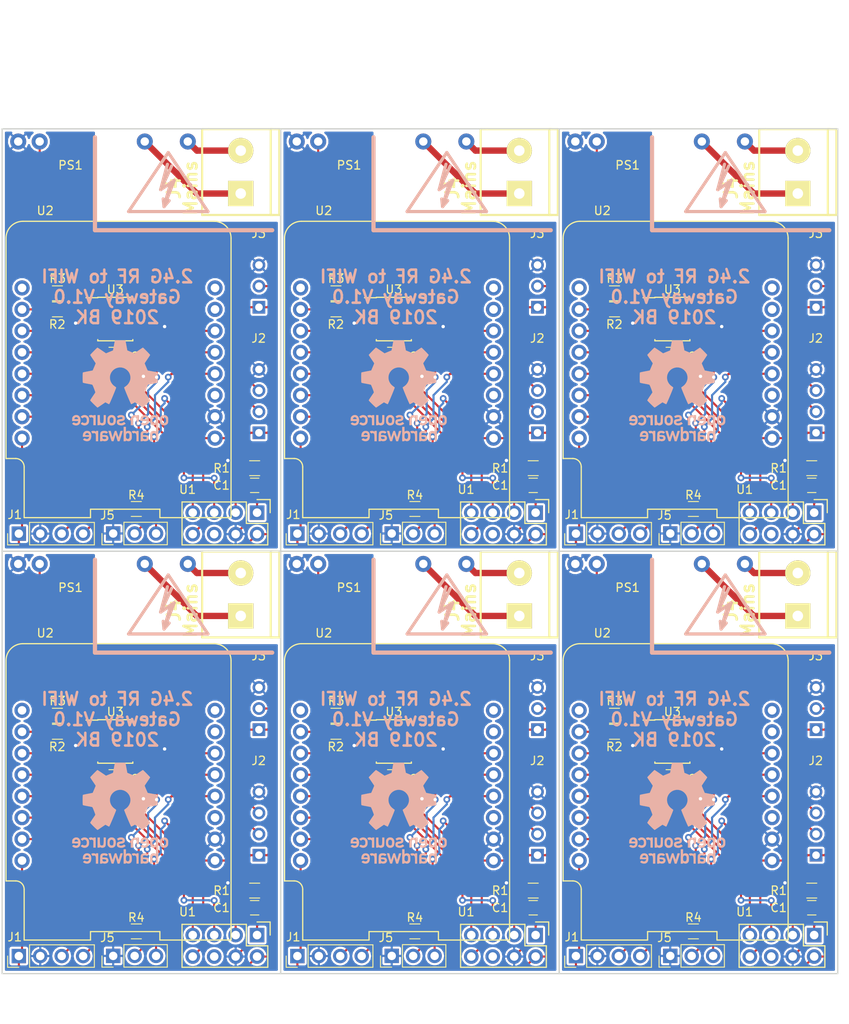
<source format=kicad_pcb>
(kicad_pcb (version 20171130) (host pcbnew 5.0.2-bee76a0~70~ubuntu16.04.1)
  (layers (0 F.Cu signal) (31 B.Cu signal) (34 B.Paste user) (35 F.Paste user) (36 B.SilkS user) (37 F.SilkS user) (38 B.Mask user) (39 F.Mask user) (44 Edge.Cuts user))
  (net 0 "")
  (net 1 "Net-(C1-Pad1)")
  (net 2 GND)
  (net 3 +3V3)
  (net 4 /SCL)
  (net 5 /SDA)
  (net 6 /B)
  (net 7 /A)
  (net 8 +5V)
  (net 9 "Net-(J3-Pad2)")
  (net 10 /N)
  (net 11 /L)
  (net 12 /AIRQ)
  (net 13 /MISO)
  (net 14 /MOSI)
  (net 15 "Net-(U1-Pad6)")
  (net 16 /SS)
  (net 17 /SCK)
  (net 18 "Net-(U2-Pad3)")
  (net 19 /LED)
  (net 20 "Net-(U2-Pad7)")
  (net 21 "Net-(U2-Pad9)")
  (net 22 "Net-(U2-Pad8)")
  (net 23 "Net-(U3-Pad1)")
  (net 24 /Temp)
  (module Shutter_RF:5V700mA_ACDC (layer F.Cu) (at 100 35)
    (fp_text reference PS1 (at 8.1024 19.3052) (layer F.SilkS))
    (fp_text value HS-40003)
    (pad 1 thru_hole circle (at 16.9 16.5) (size 1.9 1.9) (drill 1) (layers *.Cu *.Mask) (net 10 /N))
    (pad 9 thru_hole circle (at 1.91 16.5) (size 1.9 1.9) (drill 1) (layers *.Cu *.Mask) (net 2 GND))
    (pad 5 thru_hole circle (at 22 16.5) (size 1.9 1.9) (drill 1) (layers *.Cu *.Mask) (net 11 /L))
    (pad 7 thru_hole circle (at 4.45 16.5) (size 1.9 1.9) (drill 1) (layers *.Cu *.Mask) (net 8 +5V))
  )
  (module KiCad/Capacitors_SMD.pretty:C_0805 (layer F.Cu) (at 146.157 76.708)
    (fp_text reference C2 (at 3.0226 0.254) (layer F.SilkS))
    (fp_text value 100n)
    (pad 2 smd rect (at 1 0) (size 1 1.25) (layers F.Cu F.Paste F.Mask) (net 2 GND))
    (pad 1 smd rect (at -1 0) (size 1 1.25) (layers F.Cu F.Paste F.Mask) (net 8 +5V))
  )
  (module wemos-d1-mini:wemos-d1-mini-with-pin-header-and-connector (layer F.Cu) (at 146.792 77.724 90)
    (fp_text reference U2 (at 18.034 -8.6868 180) (layer F.SilkS))
    (fp_text value WeMos_mini)
    (pad 8 thru_hole circle (at 8.89 11.43 90) (size 1.8 1.8) (drill 1.016) (layers *.Cu *.Mask) (net 22 "Net-(U2-Pad8)"))
    (pad 9 thru_hole circle (at 8.89 -11.43 90) (size 1.8 1.8) (drill 1.016) (layers *.Cu *.Mask) (net 21 "Net-(U2-Pad9)"))
    (pad 7 thru_hole circle (at 6.35 11.43 90) (size 1.8 1.8) (drill 1.016) (layers *.Cu *.Mask) (net 20 "Net-(U2-Pad7)"))
    (pad 10 thru_hole circle (at 6.35 -11.43 90) (size 1.8 1.8) (drill 1.016) (layers *.Cu *.Mask) (net 12 /AIRQ))
    (pad 6 thru_hole circle (at 3.81 11.43 90) (size 1.8 1.8) (drill 1.016) (layers *.Cu *.Mask) (net 4 /SCL))
    (pad 11 thru_hole circle (at 3.81 -11.43 90) (size 1.8 1.8) (drill 1.016) (layers *.Cu *.Mask) (net 19 /LED))
    (pad 5 thru_hole circle (at 1.27 11.43 90) (size 1.8 1.8) (drill 1.016) (layers *.Cu *.Mask) (net 5 /SDA))
    (pad 12 thru_hole circle (at 1.27 -11.43 90) (size 1.8 1.8) (drill 1.016) (layers *.Cu *.Mask) (net 17 /SCK))
    (pad 4 thru_hole circle (at -1.27 11.43 90) (size 1.8 1.8) (drill 1.016) (layers *.Cu *.Mask) (net 24 /Temp))
    (pad 13 thru_hole circle (at -1.27 -11.43 90) (size 1.8 1.8) (drill 1.016) (layers *.Cu *.Mask) (net 13 /MISO))
    (pad 3 thru_hole circle (at -3.81 11.43 90) (size 1.8 1.8) (drill 1.016) (layers *.Cu *.Mask) (net 18 "Net-(U2-Pad3)"))
    (pad 14 thru_hole circle (at -3.81 -11.43 90) (size 1.8 1.8) (drill 1.016) (layers *.Cu *.Mask) (net 14 /MOSI))
    (pad 2 thru_hole circle (at -6.35 11.43 90) (size 1.8 1.8) (drill 1.016) (layers *.Cu *.Mask) (net 2 GND))
    (pad 15 thru_hole circle (at -6.35 -11.43 90) (size 1.8 1.8) (drill 1.016) (layers *.Cu *.Mask) (net 16 /SS))
    (pad 1 thru_hole circle (at -8.89 11.43 90) (size 1.8 1.8) (drill 1.016) (layers *.Cu *.Mask) (net 8 +5V))
    (pad 16 thru_hole circle (at -8.89 -11.43 90) (size 1.8 1.8) (drill 1.016) (layers *.Cu *.Mask) (net 3 +3V3))
  )
  (module KiCad/Resistors_SMD.pretty:R_0805 (layer F.Cu) (at 172.553 71.374)
    (fp_text reference R3 (at 0.0254 -3.6576) (layer F.SilkS))
    (fp_text value 1K)
    (pad 1 smd rect (at -0.95 0) (size 0.7 1.3) (layers F.Cu F.Paste F.Mask) (net 12 /AIRQ))
    (pad 2 smd rect (at 0.95 0) (size 0.7 1.3) (layers F.Cu F.Paste F.Mask) (net 2 GND))
  )
  (module KiCad/kicad-footprints/Symbol.pretty:OSHW-Logo_11.4x12mm_SilkScreen (layer B.Cu) (at 147 81 180)
    (fp_text reference REF** hide)
    (fp_text value OSHW-Logo_11.4x12mm_SilkScreen hide)
  )
  (module KiCad/Resistors_SMD.pretty:R_0805 (layer F.Cu) (at 162.921 90.17)
    (fp_text reference R1 (at -3.921 0) (layer F.SilkS))
    (fp_text value 10K)
    (pad 2 smd rect (at 0.95 0) (size 0.7 1.3) (layers F.Cu F.Paste F.Mask) (net 1 "Net-(C1-Pad1)"))
    (pad 1 smd rect (at -0.95 0) (size 0.7 1.3) (layers F.Cu F.Paste F.Mask) (net 3 +3V3))
  )
  (module KiCad/Resistors_SMD.pretty:R_0805 (layer F.Cu) (at 148.9 95)
    (fp_text reference R4 (at 0 -1.65) (layer F.SilkS))
    (fp_text value 4K7)
    (pad 1 smd rect (at -0.95 0) (size 0.7 1.3) (layers F.Cu F.Paste F.Mask) (net 3 +3V3))
    (pad 2 smd rect (at 0.95 0) (size 0.7 1.3) (layers F.Cu F.Paste F.Mask) (net 24 /Temp))
  )
  (module KiCad/Resistors_SMD.pretty:R_0805 (layer F.Cu) (at 139.553 71.374)
    (fp_text reference R3 (at 0.0254 -3.6576) (layer F.SilkS))
    (fp_text value 1K)
    (pad 2 smd rect (at 0.95 0) (size 0.7 1.3) (layers F.Cu F.Paste F.Mask) (net 2 GND))
    (pad 1 smd rect (at -0.95 0) (size 0.7 1.3) (layers F.Cu F.Paste F.Mask) (net 12 /AIRQ))
  )
  (module Shutter_RF:JST_B3B-XH-A_Nosilk (layer F.Cu) (at 130.429 71.12 90)
    (fp_text reference J3 (at 8.72 -0.029 180) (layer F.SilkS))
    (fp_text value MQ135)
    (pad 3 thru_hole circle (at 5 0 90) (size 1.5 1.5) (drill 0.9) (layers *.Cu *.Mask) (net 2 GND))
    (pad 2 thru_hole circle (at 2.5 0 90) (size 1.5 1.5) (drill 0.9) (layers *.Cu *.Mask) (net 9 "Net-(J3-Pad2)"))
    (pad 1 thru_hole rect (at 0 0 90) (size 1.5 1.5) (drill 0.9) (layers *.Cu *.Mask) (net 8 +5V))
  )
  (module KiCad/Pin_Headers.pretty:Pin_Header_Straight_1x04_Pitch2.54mm (layer F.Cu) (at 134.981 97.917 90)
    (fp_text reference J1 (at 2.2478 -0.4824 180) (layer F.SilkS))
    (fp_text value BME280)
    (pad 4 thru_hole oval (at 0 7.62 90) (size 1.7 1.7) (drill 1) (layers *.Cu *.Mask) (net 5 /SDA))
    (pad 3 thru_hole oval (at 0 5.08 90) (size 1.7 1.7) (drill 1) (layers *.Cu *.Mask) (net 4 /SCL))
    (pad 2 thru_hole oval (at 0 2.54 90) (size 1.7 1.7) (drill 1) (layers *.Cu *.Mask) (net 2 GND))
    (pad 1 thru_hole rect (at 0 0 90) (size 1.7 1.7) (drill 1) (layers *.Cu *.Mask) (net 3 +3V3))
  )
  (module KiCad/Capacitors_SMD.pretty:C_0805 (layer F.Cu) (at 195.921 92.202 180)
    (fp_text reference C1 (at 3.921 0.002 180) (layer F.SilkS))
    (fp_text value 100n)
    (pad 1 smd rect (at -1 0 180) (size 1 1.25) (layers F.Cu F.Paste F.Mask) (net 1 "Net-(C1-Pad1)"))
    (pad 2 smd rect (at 1 0 180) (size 1 1.25) (layers F.Cu F.Paste F.Mask) (net 2 GND))
  )
  (module KiCad/kicad-footprints/Symbol.pretty:OSHW-Logo_11.4x12mm_SilkScreen (layer B.Cu) (at 180 81 180)
    (fp_text reference REF** hide)
    (fp_text value OSHW-Logo_11.4x12mm_SilkScreen hide)
  )
  (module Shutter_RF:Symbol_HighVoltage_Type2_VerySmall (layer F.Cu) (at 119.6848 56.9976)
    (fp_text reference REF** hide)
    (fp_text value Symbol_HighVoltage_Type2_VerySmall hide)
  )
  (module Shutter_RF:XY-WB_LT8920_Nosilk (layer F.Cu) (at 126.365 95.504 180)
    (fp_text reference U1 (at 4.394 2.8066 180) (layer F.SilkS))
    (fp_text value LT8920_Mini)
    (pad 5 thru_hole oval (at 3.779 -2.472 270) (size 1.7272 1.7272) (drill 1.016) (layers *.Cu *.Mask) (net 13 /MISO))
    (pad 4 thru_hole oval (at 3.779 0.068 270) (size 1.7272 1.7272) (drill 1.016) (layers *.Cu *.Mask) (net 14 /MOSI))
    (pad 6 thru_hole oval (at 1.239 -2.472 270) (size 1.7272 1.7272) (drill 1.016) (layers *.Cu *.Mask) (net 15 "Net-(U1-Pad6)"))
    (pad 3 thru_hole oval (at 1.239 0.068 270) (size 1.7272 1.7272) (drill 1.016) (layers *.Cu *.Mask) (net 16 /SS))
    (pad 7 thru_hole oval (at -1.301 -2.472 270) (size 1.7272 1.7272) (drill 1.016) (layers *.Cu *.Mask) (net 2 GND))
    (pad 2 thru_hole oval (at -1.301 0.068 270) (size 1.7272 1.7272) (drill 1.016) (layers *.Cu *.Mask) (net 17 /SCK))
    (pad 8 thru_hole oval (at -3.841 -2.472 270) (size 1.7272 1.7272) (drill 1.016) (layers *.Cu *.Mask) (net 3 +3V3))
    (pad 1 thru_hole rect (at -3.841 0.068 270) (size 1.7272 1.7272) (drill 1.016) (layers *.Cu *.Mask) (net 1 "Net-(C1-Pad1)"))
  )
  (module KiCad/Resistors_SMD.pretty:R_0805 (layer F.Cu) (at 181.9 95)
    (fp_text reference R4 (at 0 -1.65) (layer F.SilkS))
    (fp_text value 4K7)
    (pad 2 smd rect (at 0.95 0) (size 0.7 1.3) (layers F.Cu F.Paste F.Mask) (net 24 /Temp))
    (pad 1 smd rect (at -0.95 0) (size 0.7 1.3) (layers F.Cu F.Paste F.Mask) (net 3 +3V3))
  )
  (module KiCad/Resistors_SMD.pretty:R_0805 (layer F.Cu) (at 106.553 71.374)
    (fp_text reference R3 (at 0.0254 -3.6576) (layer F.SilkS))
    (fp_text value 1K)
    (pad 1 smd rect (at -0.95 0) (size 0.7 1.3) (layers F.Cu F.Paste F.Mask) (net 12 /AIRQ))
    (pad 2 smd rect (at 0.95 0) (size 0.7 1.3) (layers F.Cu F.Paste F.Mask) (net 2 GND))
  )
  (module Shutter_RF:JST_B3B-XH-A_Nosilk (layer F.Cu) (at 196.429 71.12 90)
    (fp_text reference J3 (at 8.72 -0.029 180) (layer F.SilkS))
    (fp_text value MQ135)
    (pad 3 thru_hole circle (at 5 0 90) (size 1.5 1.5) (drill 0.9) (layers *.Cu *.Mask) (net 2 GND))
    (pad 2 thru_hole circle (at 2.5 0 90) (size 1.5 1.5) (drill 0.9) (layers *.Cu *.Mask) (net 9 "Net-(J3-Pad2)"))
    (pad 1 thru_hole rect (at 0 0 90) (size 1.5 1.5) (drill 0.9) (layers *.Cu *.Mask) (net 8 +5V))
  )
  (module Shutter_RF:Symbol_HighVoltage_Type2_VerySmall (layer F.Cu) (at 185.6848 56.9976)
    (fp_text reference REF** hide)
    (fp_text value Symbol_HighVoltage_Type2_VerySmall hide)
  )
  (module pelrun/libKiCad/footprint/w_conn_screw.pretty:mors_2p (layer F.Cu) (at 128.27 55.118 90)
    (fp_text reference J4 (at -1.8796 -7.9248 90) (layer F.SilkS) (effects (font (size 1.524 1.524) (thickness 0.3048))))
    (fp_text value Mains (at -1.8796 -5.9436 90) (layer F.SilkS) (effects (font (size 1.524 1.524) (thickness 0.3048))))
    (pad 1 thru_hole rect (at -2.54 0 90) (size 2.99974 2.99974) (drill 1.24968) (layers *.Cu *.Mask F.SilkS) (net 10 /N))
    (pad 2 thru_hole circle (at 2.54 0 90) (size 2.99974 2.99974) (drill 1.24968) (layers *.Cu *.Mask F.SilkS) (net 11 /L))
  )
  (module KiCad/Capacitors_SMD.pretty:C_0805 (layer F.Cu) (at 129.921 92.202 180)
    (fp_text reference C1 (at 3.921 0.002 180) (layer F.SilkS))
    (fp_text value 100n)
    (pad 1 smd rect (at -1 0 180) (size 1 1.25) (layers F.Cu F.Paste F.Mask) (net 1 "Net-(C1-Pad1)"))
    (pad 2 smd rect (at 1 0 180) (size 1 1.25) (layers F.Cu F.Paste F.Mask) (net 2 GND))
  )
  (module KiCad/Resistors_SMD.pretty:R_0805 (layer F.Cu) (at 115.9 95)
    (fp_text reference R4 (at 0 -1.65) (layer F.SilkS))
    (fp_text value 4K7)
    (pad 2 smd rect (at 0.95 0) (size 0.7 1.3) (layers F.Cu F.Paste F.Mask) (net 24 /Temp))
    (pad 1 smd rect (at -0.95 0) (size 0.7 1.3) (layers F.Cu F.Paste F.Mask) (net 3 +3V3))
  )
  (module wemos-d1-mini:wemos-d1-mini-with-pin-header-and-connector (layer F.Cu) (at 179.792 77.724 90)
    (fp_text reference U2 (at 18.034 -8.6868 180) (layer F.SilkS))
    (fp_text value WeMos_mini)
    (pad 16 thru_hole circle (at -8.89 -11.43 90) (size 1.8 1.8) (drill 1.016) (layers *.Cu *.Mask) (net 3 +3V3))
    (pad 1 thru_hole circle (at -8.89 11.43 90) (size 1.8 1.8) (drill 1.016) (layers *.Cu *.Mask) (net 8 +5V))
    (pad 15 thru_hole circle (at -6.35 -11.43 90) (size 1.8 1.8) (drill 1.016) (layers *.Cu *.Mask) (net 16 /SS))
    (pad 2 thru_hole circle (at -6.35 11.43 90) (size 1.8 1.8) (drill 1.016) (layers *.Cu *.Mask) (net 2 GND))
    (pad 14 thru_hole circle (at -3.81 -11.43 90) (size 1.8 1.8) (drill 1.016) (layers *.Cu *.Mask) (net 14 /MOSI))
    (pad 3 thru_hole circle (at -3.81 11.43 90) (size 1.8 1.8) (drill 1.016) (layers *.Cu *.Mask) (net 18 "Net-(U2-Pad3)"))
    (pad 13 thru_hole circle (at -1.27 -11.43 90) (size 1.8 1.8) (drill 1.016) (layers *.Cu *.Mask) (net 13 /MISO))
    (pad 4 thru_hole circle (at -1.27 11.43 90) (size 1.8 1.8) (drill 1.016) (layers *.Cu *.Mask) (net 24 /Temp))
    (pad 12 thru_hole circle (at 1.27 -11.43 90) (size 1.8 1.8) (drill 1.016) (layers *.Cu *.Mask) (net 17 /SCK))
    (pad 5 thru_hole circle (at 1.27 11.43 90) (size 1.8 1.8) (drill 1.016) (layers *.Cu *.Mask) (net 5 /SDA))
    (pad 11 thru_hole circle (at 3.81 -11.43 90) (size 1.8 1.8) (drill 1.016) (layers *.Cu *.Mask) (net 19 /LED))
    (pad 6 thru_hole circle (at 3.81 11.43 90) (size 1.8 1.8) (drill 1.016) (layers *.Cu *.Mask) (net 4 /SCL))
    (pad 10 thru_hole circle (at 6.35 -11.43 90) (size 1.8 1.8) (drill 1.016) (layers *.Cu *.Mask) (net 12 /AIRQ))
    (pad 7 thru_hole circle (at 6.35 11.43 90) (size 1.8 1.8) (drill 1.016) (layers *.Cu *.Mask) (net 20 "Net-(U2-Pad7)"))
    (pad 9 thru_hole circle (at 8.89 -11.43 90) (size 1.8 1.8) (drill 1.016) (layers *.Cu *.Mask) (net 21 "Net-(U2-Pad9)"))
    (pad 8 thru_hole circle (at 8.89 11.43 90) (size 1.8 1.8) (drill 1.016) (layers *.Cu *.Mask) (net 22 "Net-(U2-Pad8)"))
  )
  (module KiCad/kicad-footprints/Connector_PinHeader_2.54mm.pretty:PinHeader_1x03_P2.54mm_Vertical (layer F.Cu) (at 113.16 97.9 90)
    (fp_text reference J5 (at 2.1546 -0.6886 180) (layer F.SilkS))
    (fp_text value Temp)
    (pad 3 thru_hole oval (at 0 5.08 90) (size 1.7 1.7) (drill 1) (layers *.Cu *.Mask) (net 8 +5V))
    (pad 2 thru_hole oval (at 0 2.54 90) (size 1.7 1.7) (drill 1) (layers *.Cu *.Mask) (net 24 /Temp))
    (pad 1 thru_hole rect (at 0 0 90) (size 1.7 1.7) (drill 1) (layers *.Cu *.Mask) (net 2 GND))
  )
  (module Shutter_RF:JST_B4B-XH-A_Nosilk (layer F.Cu) (at 130.429 85.979 90)
    (fp_text reference J2 (at 11.179 -0.029 180) (layer F.SilkS))
    (fp_text value LED)
    (pad 4 thru_hole circle (at 7.5 0 90) (size 1.5 1.5) (drill 0.9) (layers *.Cu *.Mask) (net 2 GND))
    (pad 3 thru_hole circle (at 5 0 90) (size 1.5 1.5) (drill 0.9) (layers *.Cu *.Mask) (net 6 /B))
    (pad 2 thru_hole circle (at 2.5 0 90) (size 1.5 1.5) (drill 0.9) (layers *.Cu *.Mask) (net 7 /A))
    (pad 1 thru_hole rect (at 0 0 90) (size 1.5 1.5) (drill 0.9) (layers *.Cu *.Mask) (net 8 +5V))
  )
  (module wemos-d1-mini:wemos-d1-mini-with-pin-header-and-connector (layer F.Cu) (at 113.792 77.724 90)
    (fp_text reference U2 (at 18.034 -8.6868 180) (layer F.SilkS))
    (fp_text value WeMos_mini)
    (pad 16 thru_hole circle (at -8.89 -11.43 90) (size 1.8 1.8) (drill 1.016) (layers *.Cu *.Mask) (net 3 +3V3))
    (pad 1 thru_hole circle (at -8.89 11.43 90) (size 1.8 1.8) (drill 1.016) (layers *.Cu *.Mask) (net 8 +5V))
    (pad 15 thru_hole circle (at -6.35 -11.43 90) (size 1.8 1.8) (drill 1.016) (layers *.Cu *.Mask) (net 16 /SS))
    (pad 2 thru_hole circle (at -6.35 11.43 90) (size 1.8 1.8) (drill 1.016) (layers *.Cu *.Mask) (net 2 GND))
    (pad 14 thru_hole circle (at -3.81 -11.43 90) (size 1.8 1.8) (drill 1.016) (layers *.Cu *.Mask) (net 14 /MOSI))
    (pad 3 thru_hole circle (at -3.81 11.43 90) (size 1.8 1.8) (drill 1.016) (layers *.Cu *.Mask) (net 18 "Net-(U2-Pad3)"))
    (pad 13 thru_hole circle (at -1.27 -11.43 90) (size 1.8 1.8) (drill 1.016) (layers *.Cu *.Mask) (net 13 /MISO))
    (pad 4 thru_hole circle (at -1.27 11.43 90) (size 1.8 1.8) (drill 1.016) (layers *.Cu *.Mask) (net 24 /Temp))
    (pad 12 thru_hole circle (at 1.27 -11.43 90) (size 1.8 1.8) (drill 1.016) (layers *.Cu *.Mask) (net 17 /SCK))
    (pad 5 thru_hole circle (at 1.27 11.43 90) (size 1.8 1.8) (drill 1.016) (layers *.Cu *.Mask) (net 5 /SDA))
    (pad 11 thru_hole circle (at 3.81 -11.43 90) (size 1.8 1.8) (drill 1.016) (layers *.Cu *.Mask) (net 19 /LED))
    (pad 6 thru_hole circle (at 3.81 11.43 90) (size 1.8 1.8) (drill 1.016) (layers *.Cu *.Mask) (net 4 /SCL))
    (pad 10 thru_hole circle (at 6.35 -11.43 90) (size 1.8 1.8) (drill 1.016) (layers *.Cu *.Mask) (net 12 /AIRQ))
    (pad 7 thru_hole circle (at 6.35 11.43 90) (size 1.8 1.8) (drill 1.016) (layers *.Cu *.Mask) (net 20 "Net-(U2-Pad7)"))
    (pad 9 thru_hole circle (at 8.89 -11.43 90) (size 1.8 1.8) (drill 1.016) (layers *.Cu *.Mask) (net 21 "Net-(U2-Pad9)"))
    (pad 8 thru_hole circle (at 8.89 11.43 90) (size 1.8 1.8) (drill 1.016) (layers *.Cu *.Mask) (net 22 "Net-(U2-Pad8)"))
  )
  (module pelrun/libKiCad/footprint/w_conn_screw.pretty:mors_2p (layer F.Cu) (at 161.27 55.118 90)
    (fp_text reference J4 (at -1.8796 -7.9248 90) (layer F.SilkS) (effects (font (size 1.524 1.524) (thickness 0.3048))))
    (fp_text value Mains (at -1.8796 -5.9436 90) (layer F.SilkS) (effects (font (size 1.524 1.524) (thickness 0.3048))))
    (pad 2 thru_hole circle (at 2.54 0 90) (size 2.99974 2.99974) (drill 1.24968) (layers *.Cu *.Mask F.SilkS) (net 11 /L))
    (pad 1 thru_hole rect (at -2.54 0 90) (size 2.99974 2.99974) (drill 1.24968) (layers *.Cu *.Mask F.SilkS) (net 10 /N))
  )
  (module KiCad/Resistors_SMD.pretty:R_0805 (layer F.Cu) (at 129.921 90.17)
    (fp_text reference R1 (at -3.921 0) (layer F.SilkS))
    (fp_text value 10K)
    (pad 1 smd rect (at -0.95 0) (size 0.7 1.3) (layers F.Cu F.Paste F.Mask) (net 3 +3V3))
    (pad 2 smd rect (at 0.95 0) (size 0.7 1.3) (layers F.Cu F.Paste F.Mask) (net 1 "Net-(C1-Pad1)"))
  )
  (module KiCad/Capacitors_SMD.pretty:C_0805 (layer F.Cu) (at 113.157 76.708)
    (fp_text reference C2 (at 3.0226 0.254) (layer F.SilkS))
    (fp_text value 100n)
    (pad 1 smd rect (at -1 0) (size 1 1.25) (layers F.Cu F.Paste F.Mask) (net 8 +5V))
    (pad 2 smd rect (at 1 0) (size 1 1.25) (layers F.Cu F.Paste F.Mask) (net 2 GND))
  )
  (module KiCad/kicad-footprints/Symbol.pretty:OSHW-Logo_11.4x12mm_SilkScreen (layer B.Cu) (at 114 81 180)
    (fp_text reference REF** hide)
    (fp_text value OSHW-Logo_11.4x12mm_SilkScreen hide)
  )
  (module KiCad/Capacitors_SMD.pretty:C_0805 (layer F.Cu) (at 162.921 92.202 180)
    (fp_text reference C1 (at 3.921 0.002 180) (layer F.SilkS))
    (fp_text value 100n)
    (pad 2 smd rect (at 1 0 180) (size 1 1.25) (layers F.Cu F.Paste F.Mask) (net 2 GND))
    (pad 1 smd rect (at -1 0 180) (size 1 1.25) (layers F.Cu F.Paste F.Mask) (net 1 "Net-(C1-Pad1)"))
  )
  (module pelrun/libKiCad/footprint/w_conn_screw.pretty:mors_2p (layer F.Cu) (at 194.27 55.118 90)
    (fp_text reference J4 (at -1.8796 -7.9248 90) (layer F.SilkS) (effects (font (size 1.524 1.524) (thickness 0.3048))))
    (fp_text value Mains (at -1.8796 -5.9436 90) (layer F.SilkS) (effects (font (size 1.524 1.524) (thickness 0.3048))))
    (pad 1 thru_hole rect (at -2.54 0 90) (size 2.99974 2.99974) (drill 1.24968) (layers *.Cu *.Mask F.SilkS) (net 10 /N))
    (pad 2 thru_hole circle (at 2.54 0 90) (size 2.99974 2.99974) (drill 1.24968) (layers *.Cu *.Mask F.SilkS) (net 11 /L))
  )
  (module Shutter_RF:5V700mA_ACDC (layer F.Cu) (at 133 35)
    (fp_text reference PS1 (at 8.1024 19.3052) (layer F.SilkS))
    (fp_text value HS-40003)
    (pad 7 thru_hole circle (at 4.45 16.5) (size 1.9 1.9) (drill 1) (layers *.Cu *.Mask) (net 8 +5V))
    (pad 5 thru_hole circle (at 22 16.5) (size 1.9 1.9) (drill 1) (layers *.Cu *.Mask) (net 11 /L))
    (pad 9 thru_hole circle (at 1.91 16.5) (size 1.9 1.9) (drill 1) (layers *.Cu *.Mask) (net 2 GND))
    (pad 1 thru_hole circle (at 16.9 16.5) (size 1.9 1.9) (drill 1) (layers *.Cu *.Mask) (net 10 /N))
  )
  (module Shutter_RF:5V700mA_ACDC (layer F.Cu) (at 166 35)
    (fp_text reference PS1 (at 8.1024 19.3052) (layer F.SilkS))
    (fp_text value HS-40003)
    (pad 1 thru_hole circle (at 16.9 16.5) (size 1.9 1.9) (drill 1) (layers *.Cu *.Mask) (net 10 /N))
    (pad 9 thru_hole circle (at 1.91 16.5) (size 1.9 1.9) (drill 1) (layers *.Cu *.Mask) (net 2 GND))
    (pad 5 thru_hole circle (at 22 16.5) (size 1.9 1.9) (drill 1) (layers *.Cu *.Mask) (net 11 /L))
    (pad 7 thru_hole circle (at 4.45 16.5) (size 1.9 1.9) (drill 1) (layers *.Cu *.Mask) (net 8 +5V))
  )
  (module KiCad/Pin_Headers.pretty:Pin_Header_Straight_1x04_Pitch2.54mm (layer F.Cu) (at 101.981 97.917 90)
    (fp_text reference J1 (at 2.2478 -0.4824 180) (layer F.SilkS))
    (fp_text value BME280)
    (pad 1 thru_hole rect (at 0 0 90) (size 1.7 1.7) (drill 1) (layers *.Cu *.Mask) (net 3 +3V3))
    (pad 2 thru_hole oval (at 0 2.54 90) (size 1.7 1.7) (drill 1) (layers *.Cu *.Mask) (net 2 GND))
    (pad 3 thru_hole oval (at 0 5.08 90) (size 1.7 1.7) (drill 1) (layers *.Cu *.Mask) (net 4 /SCL))
    (pad 4 thru_hole oval (at 0 7.62 90) (size 1.7 1.7) (drill 1) (layers *.Cu *.Mask) (net 5 /SDA))
  )
  (module KiCad/Resistors_SMD.pretty:R_0805 (layer F.Cu) (at 195.921 90.17)
    (fp_text reference R1 (at -3.921 0) (layer F.SilkS))
    (fp_text value 10K)
    (pad 1 smd rect (at -0.95 0) (size 0.7 1.3) (layers F.Cu F.Paste F.Mask) (net 3 +3V3))
    (pad 2 smd rect (at 0.95 0) (size 0.7 1.3) (layers F.Cu F.Paste F.Mask) (net 1 "Net-(C1-Pad1)"))
  )
  (module KiCad/Resistors_SMD.pretty:R_0805 (layer F.Cu) (at 106.553 69.469 180)
    (fp_text reference R2 (at 0.0254 -3.683 180) (layer F.SilkS))
    (fp_text value 3K9)
    (pad 2 smd rect (at 0.95 0 180) (size 0.7 1.3) (layers F.Cu F.Paste F.Mask) (net 12 /AIRQ))
    (pad 1 smd rect (at -0.95 0 180) (size 0.7 1.3) (layers F.Cu F.Paste F.Mask) (net 9 "Net-(J3-Pad2)"))
  )
  (module KiCad/Resistors_SMD.pretty:R_0805 (layer F.Cu) (at 172.553 69.469 180)
    (fp_text reference R2 (at 0.0254 -3.683 180) (layer F.SilkS))
    (fp_text value 3K9)
    (pad 2 smd rect (at 0.95 0 180) (size 0.7 1.3) (layers F.Cu F.Paste F.Mask) (net 12 /AIRQ))
    (pad 1 smd rect (at -0.95 0 180) (size 0.7 1.3) (layers F.Cu F.Paste F.Mask) (net 9 "Net-(J3-Pad2)"))
  )
  (module KiCad/Capacitors_SMD.pretty:C_0805 (layer F.Cu) (at 179.157 76.708)
    (fp_text reference C2 (at 3.0226 0.254) (layer F.SilkS))
    (fp_text value 100n)
    (pad 1 smd rect (at -1 0) (size 1 1.25) (layers F.Cu F.Paste F.Mask) (net 8 +5V))
    (pad 2 smd rect (at 1 0) (size 1 1.25) (layers F.Cu F.Paste F.Mask) (net 2 GND))
  )
  (module KiCad/Housings_SOIC.pretty:SOIC-8_3.9x4.9mm_Pitch1.27mm (layer F.Cu) (at 146.411 72.517)
    (fp_text reference U3 (at 0 -3.5) (layer F.SilkS))
    (fp_text value MAX485)
    (pad 8 smd rect (at 2.7 -1.905) (size 1.55 0.6) (layers F.Cu F.Paste F.Mask) (net 8 +5V))
    (pad 7 smd rect (at 2.7 -0.635) (size 1.55 0.6) (layers F.Cu F.Paste F.Mask) (net 6 /B))
    (pad 6 smd rect (at 2.7 0.635) (size 1.55 0.6) (layers F.Cu F.Paste F.Mask) (net 7 /A))
    (pad 5 smd rect (at 2.7 1.905) (size 1.55 0.6) (layers F.Cu F.Paste F.Mask) (net 2 GND))
    (pad 4 smd rect (at -2.7 1.905) (size 1.55 0.6) (layers F.Cu F.Paste F.Mask) (net 19 /LED))
    (pad 3 smd rect (at -2.7 0.635) (size 1.55 0.6) (layers F.Cu F.Paste F.Mask) (net 8 +5V))
    (pad 2 smd rect (at -2.7 -0.635) (size 1.55 0.6) (layers F.Cu F.Paste F.Mask) (net 8 +5V))
    (pad 1 smd rect (at -2.7 -1.905) (size 1.55 0.6) (layers F.Cu F.Paste F.Mask) (net 23 "Net-(U3-Pad1)"))
  )
  (module KiCad/Housings_SOIC.pretty:SOIC-8_3.9x4.9mm_Pitch1.27mm (layer F.Cu) (at 113.411 72.517)
    (fp_text reference U3 (at 0 -3.5) (layer F.SilkS))
    (fp_text value MAX485)
    (pad 1 smd rect (at -2.7 -1.905) (size 1.55 0.6) (layers F.Cu F.Paste F.Mask) (net 23 "Net-(U3-Pad1)"))
    (pad 2 smd rect (at -2.7 -0.635) (size 1.55 0.6) (layers F.Cu F.Paste F.Mask) (net 8 +5V))
    (pad 3 smd rect (at -2.7 0.635) (size 1.55 0.6) (layers F.Cu F.Paste F.Mask) (net 8 +5V))
    (pad 4 smd rect (at -2.7 1.905) (size 1.55 0.6) (layers F.Cu F.Paste F.Mask) (net 19 /LED))
    (pad 5 smd rect (at 2.7 1.905) (size 1.55 0.6) (layers F.Cu F.Paste F.Mask) (net 2 GND))
    (pad 6 smd rect (at 2.7 0.635) (size 1.55 0.6) (layers F.Cu F.Paste F.Mask) (net 7 /A))
    (pad 7 smd rect (at 2.7 -0.635) (size 1.55 0.6) (layers F.Cu F.Paste F.Mask) (net 6 /B))
    (pad 8 smd rect (at 2.7 -1.905) (size 1.55 0.6) (layers F.Cu F.Paste F.Mask) (net 8 +5V))
  )
  (module Shutter_RF:XY-WB_LT8920_Nosilk (layer F.Cu) (at 159.365 95.504 180)
    (fp_text reference U1 (at 4.394 2.8066 180) (layer F.SilkS))
    (fp_text value LT8920_Mini)
    (pad 1 thru_hole rect (at -3.841 0.068 270) (size 1.7272 1.7272) (drill 1.016) (layers *.Cu *.Mask) (net 1 "Net-(C1-Pad1)"))
    (pad 8 thru_hole oval (at -3.841 -2.472 270) (size 1.7272 1.7272) (drill 1.016) (layers *.Cu *.Mask) (net 3 +3V3))
    (pad 2 thru_hole oval (at -1.301 0.068 270) (size 1.7272 1.7272) (drill 1.016) (layers *.Cu *.Mask) (net 17 /SCK))
    (pad 7 thru_hole oval (at -1.301 -2.472 270) (size 1.7272 1.7272) (drill 1.016) (layers *.Cu *.Mask) (net 2 GND))
    (pad 3 thru_hole oval (at 1.239 0.068 270) (size 1.7272 1.7272) (drill 1.016) (layers *.Cu *.Mask) (net 16 /SS))
    (pad 6 thru_hole oval (at 1.239 -2.472 270) (size 1.7272 1.7272) (drill 1.016) (layers *.Cu *.Mask) (net 15 "Net-(U1-Pad6)"))
    (pad 4 thru_hole oval (at 3.779 0.068 270) (size 1.7272 1.7272) (drill 1.016) (layers *.Cu *.Mask) (net 14 /MOSI))
    (pad 5 thru_hole oval (at 3.779 -2.472 270) (size 1.7272 1.7272) (drill 1.016) (layers *.Cu *.Mask) (net 13 /MISO))
  )
  (module KiCad/kicad-footprints/Connector_PinHeader_2.54mm.pretty:PinHeader_1x03_P2.54mm_Vertical (layer F.Cu) (at 179.16 97.9 90)
    (fp_text reference J5 (at 2.1546 -0.6886 180) (layer F.SilkS))
    (fp_text value Temp)
    (pad 3 thru_hole oval (at 0 5.08 90) (size 1.7 1.7) (drill 1) (layers *.Cu *.Mask) (net 8 +5V))
    (pad 2 thru_hole oval (at 0 2.54 90) (size 1.7 1.7) (drill 1) (layers *.Cu *.Mask) (net 24 /Temp))
    (pad 1 thru_hole rect (at 0 0 90) (size 1.7 1.7) (drill 1) (layers *.Cu *.Mask) (net 2 GND))
  )
  (module Shutter_RF:JST_B4B-XH-A_Nosilk (layer F.Cu) (at 196.429 85.979 90)
    (fp_text reference J2 (at 11.179 -0.029 180) (layer F.SilkS))
    (fp_text value LED)
    (pad 4 thru_hole circle (at 7.5 0 90) (size 1.5 1.5) (drill 0.9) (layers *.Cu *.Mask) (net 2 GND))
    (pad 3 thru_hole circle (at 5 0 90) (size 1.5 1.5) (drill 0.9) (layers *.Cu *.Mask) (net 6 /B))
    (pad 2 thru_hole circle (at 2.5 0 90) (size 1.5 1.5) (drill 0.9) (layers *.Cu *.Mask) (net 7 /A))
    (pad 1 thru_hole rect (at 0 0 90) (size 1.5 1.5) (drill 0.9) (layers *.Cu *.Mask) (net 8 +5V))
  )
  (module KiCad/Resistors_SMD.pretty:R_0805 (layer F.Cu) (at 139.553 69.469 180)
    (fp_text reference R2 (at 0.0254 -3.683 180) (layer F.SilkS))
    (fp_text value 3K9)
    (pad 1 smd rect (at -0.95 0 180) (size 0.7 1.3) (layers F.Cu F.Paste F.Mask) (net 9 "Net-(J3-Pad2)"))
    (pad 2 smd rect (at 0.95 0 180) (size 0.7 1.3) (layers F.Cu F.Paste F.Mask) (net 12 /AIRQ))
  )
  (module KiCad/kicad-footprints/Connector_PinHeader_2.54mm.pretty:PinHeader_1x03_P2.54mm_Vertical (layer F.Cu) (at 146.16 97.9 90)
    (fp_text reference J5 (at 2.1546 -0.6886 180) (layer F.SilkS))
    (fp_text value Temp)
    (pad 1 thru_hole rect (at 0 0 90) (size 1.7 1.7) (drill 1) (layers *.Cu *.Mask) (net 2 GND))
    (pad 2 thru_hole oval (at 0 2.54 90) (size 1.7 1.7) (drill 1) (layers *.Cu *.Mask) (net 24 /Temp))
    (pad 3 thru_hole oval (at 0 5.08 90) (size 1.7 1.7) (drill 1) (layers *.Cu *.Mask) (net 8 +5V))
  )
  (module Shutter_RF:XY-WB_LT8920_Nosilk (layer F.Cu) (at 192.365 95.504 180)
    (fp_text reference U1 (at 4.394 2.8066 180) (layer F.SilkS))
    (fp_text value LT8920_Mini)
    (pad 5 thru_hole oval (at 3.779 -2.472 270) (size 1.7272 1.7272) (drill 1.016) (layers *.Cu *.Mask) (net 13 /MISO))
    (pad 4 thru_hole oval (at 3.779 0.068 270) (size 1.7272 1.7272) (drill 1.016) (layers *.Cu *.Mask) (net 14 /MOSI))
    (pad 6 thru_hole oval (at 1.239 -2.472 270) (size 1.7272 1.7272) (drill 1.016) (layers *.Cu *.Mask) (net 15 "Net-(U1-Pad6)"))
    (pad 3 thru_hole oval (at 1.239 0.068 270) (size 1.7272 1.7272) (drill 1.016) (layers *.Cu *.Mask) (net 16 /SS))
    (pad 7 thru_hole oval (at -1.301 -2.472 270) (size 1.7272 1.7272) (drill 1.016) (layers *.Cu *.Mask) (net 2 GND))
    (pad 2 thru_hole oval (at -1.301 0.068 270) (size 1.7272 1.7272) (drill 1.016) (layers *.Cu *.Mask) (net 17 /SCK))
    (pad 8 thru_hole oval (at -3.841 -2.472 270) (size 1.7272 1.7272) (drill 1.016) (layers *.Cu *.Mask) (net 3 +3V3))
    (pad 1 thru_hole rect (at -3.841 0.068 270) (size 1.7272 1.7272) (drill 1.016) (layers *.Cu *.Mask) (net 1 "Net-(C1-Pad1)"))
  )
  (module Shutter_RF:JST_B3B-XH-A_Nosilk (layer F.Cu) (at 163.429 71.12 90)
    (fp_text reference J3 (at 8.72 -0.029 180) (layer F.SilkS))
    (fp_text value MQ135)
    (pad 1 thru_hole rect (at 0 0 90) (size 1.5 1.5) (drill 0.9) (layers *.Cu *.Mask) (net 8 +5V))
    (pad 2 thru_hole circle (at 2.5 0 90) (size 1.5 1.5) (drill 0.9) (layers *.Cu *.Mask) (net 9 "Net-(J3-Pad2)"))
    (pad 3 thru_hole circle (at 5 0 90) (size 1.5 1.5) (drill 0.9) (layers *.Cu *.Mask) (net 2 GND))
  )
  (module KiCad/Pin_Headers.pretty:Pin_Header_Straight_1x04_Pitch2.54mm (layer F.Cu) (at 167.981 97.917 90)
    (fp_text reference J1 (at 2.2478 -0.4824 180) (layer F.SilkS))
    (fp_text value BME280)
    (pad 1 thru_hole rect (at 0 0 90) (size 1.7 1.7) (drill 1) (layers *.Cu *.Mask) (net 3 +3V3))
    (pad 2 thru_hole oval (at 0 2.54 90) (size 1.7 1.7) (drill 1) (layers *.Cu *.Mask) (net 2 GND))
    (pad 3 thru_hole oval (at 0 5.08 90) (size 1.7 1.7) (drill 1) (layers *.Cu *.Mask) (net 4 /SCL))
    (pad 4 thru_hole oval (at 0 7.62 90) (size 1.7 1.7) (drill 1) (layers *.Cu *.Mask) (net 5 /SDA))
  )
  (module KiCad/Housings_SOIC.pretty:SOIC-8_3.9x4.9mm_Pitch1.27mm (layer F.Cu) (at 179.411 72.517)
    (fp_text reference U3 (at 0 -3.5) (layer F.SilkS))
    (fp_text value MAX485)
    (pad 1 smd rect (at -2.7 -1.905) (size 1.55 0.6) (layers F.Cu F.Paste F.Mask) (net 23 "Net-(U3-Pad1)"))
    (pad 2 smd rect (at -2.7 -0.635) (size 1.55 0.6) (layers F.Cu F.Paste F.Mask) (net 8 +5V))
    (pad 3 smd rect (at -2.7 0.635) (size 1.55 0.6) (layers F.Cu F.Paste F.Mask) (net 8 +5V))
    (pad 4 smd rect (at -2.7 1.905) (size 1.55 0.6) (layers F.Cu F.Paste F.Mask) (net 19 /LED))
    (pad 5 smd rect (at 2.7 1.905) (size 1.55 0.6) (layers F.Cu F.Paste F.Mask) (net 2 GND))
    (pad 6 smd rect (at 2.7 0.635) (size 1.55 0.6) (layers F.Cu F.Paste F.Mask) (net 7 /A))
    (pad 7 smd rect (at 2.7 -0.635) (size 1.55 0.6) (layers F.Cu F.Paste F.Mask) (net 6 /B))
    (pad 8 smd rect (at 2.7 -1.905) (size 1.55 0.6) (layers F.Cu F.Paste F.Mask) (net 8 +5V))
  )
  (module Shutter_RF:Symbol_HighVoltage_Type2_VerySmall (layer F.Cu) (at 152.6848 56.9976)
    (fp_text reference REF** hide)
    (fp_text value Symbol_HighVoltage_Type2_VerySmall hide)
  )
  (module Shutter_RF:JST_B4B-XH-A_Nosilk (layer F.Cu) (at 163.429 85.979 90)
    (fp_text reference J2 (at 11.179 -0.029 180) (layer F.SilkS))
    (fp_text value LED)
    (pad 1 thru_hole rect (at 0 0 90) (size 1.5 1.5) (drill 0.9) (layers *.Cu *.Mask) (net 8 +5V))
    (pad 2 thru_hole circle (at 2.5 0 90) (size 1.5 1.5) (drill 0.9) (layers *.Cu *.Mask) (net 7 /A))
    (pad 3 thru_hole circle (at 5 0 90) (size 1.5 1.5) (drill 0.9) (layers *.Cu *.Mask) (net 6 /B))
    (pad 4 thru_hole circle (at 7.5 0 90) (size 1.5 1.5) (drill 0.9) (layers *.Cu *.Mask) (net 2 GND))
  )
  (module KiCad/Capacitors_SMD.pretty:C_0805 (layer F.Cu) (at 179.157 126.708)
    (fp_text reference C2 (at 3.0226 0.254) (layer F.SilkS))
    (fp_text value 100n)
    (pad 2 smd rect (at 1 0) (size 1 1.25) (layers F.Cu F.Paste F.Mask) (net 2 GND))
    (pad 1 smd rect (at -1 0) (size 1 1.25) (layers F.Cu F.Paste F.Mask) (net 8 +5V))
  )
  (module wemos-d1-mini:wemos-d1-mini-with-pin-header-and-connector (layer F.Cu) (at 179.792 127.724 90)
    (fp_text reference U2 (at 18.034 -8.6868 180) (layer F.SilkS))
    (fp_text value WeMos_mini)
    (pad 8 thru_hole circle (at 8.89 11.43 90) (size 1.8 1.8) (drill 1.016) (layers *.Cu *.Mask) (net 22 "Net-(U2-Pad8)"))
    (pad 9 thru_hole circle (at 8.89 -11.43 90) (size 1.8 1.8) (drill 1.016) (layers *.Cu *.Mask) (net 21 "Net-(U2-Pad9)"))
    (pad 7 thru_hole circle (at 6.35 11.43 90) (size 1.8 1.8) (drill 1.016) (layers *.Cu *.Mask) (net 20 "Net-(U2-Pad7)"))
    (pad 10 thru_hole circle (at 6.35 -11.43 90) (size 1.8 1.8) (drill 1.016) (layers *.Cu *.Mask) (net 12 /AIRQ))
    (pad 6 thru_hole circle (at 3.81 11.43 90) (size 1.8 1.8) (drill 1.016) (layers *.Cu *.Mask) (net 4 /SCL))
    (pad 11 thru_hole circle (at 3.81 -11.43 90) (size 1.8 1.8) (drill 1.016) (layers *.Cu *.Mask) (net 19 /LED))
    (pad 5 thru_hole circle (at 1.27 11.43 90) (size 1.8 1.8) (drill 1.016) (layers *.Cu *.Mask) (net 5 /SDA))
    (pad 12 thru_hole circle (at 1.27 -11.43 90) (size 1.8 1.8) (drill 1.016) (layers *.Cu *.Mask) (net 17 /SCK))
    (pad 4 thru_hole circle (at -1.27 11.43 90) (size 1.8 1.8) (drill 1.016) (layers *.Cu *.Mask) (net 24 /Temp))
    (pad 13 thru_hole circle (at -1.27 -11.43 90) (size 1.8 1.8) (drill 1.016) (layers *.Cu *.Mask) (net 13 /MISO))
    (pad 3 thru_hole circle (at -3.81 11.43 90) (size 1.8 1.8) (drill 1.016) (layers *.Cu *.Mask) (net 18 "Net-(U2-Pad3)"))
    (pad 14 thru_hole circle (at -3.81 -11.43 90) (size 1.8 1.8) (drill 1.016) (layers *.Cu *.Mask) (net 14 /MOSI))
    (pad 2 thru_hole circle (at -6.35 11.43 90) (size 1.8 1.8) (drill 1.016) (layers *.Cu *.Mask) (net 2 GND))
    (pad 15 thru_hole circle (at -6.35 -11.43 90) (size 1.8 1.8) (drill 1.016) (layers *.Cu *.Mask) (net 16 /SS))
    (pad 1 thru_hole circle (at -8.89 11.43 90) (size 1.8 1.8) (drill 1.016) (layers *.Cu *.Mask) (net 8 +5V))
    (pad 16 thru_hole circle (at -8.89 -11.43 90) (size 1.8 1.8) (drill 1.016) (layers *.Cu *.Mask) (net 3 +3V3))
  )
  (module KiCad/kicad-footprints/Symbol.pretty:OSHW-Logo_11.4x12mm_SilkScreen (layer B.Cu) (at 180 131 180)
    (fp_text reference REF** hide)
    (fp_text value OSHW-Logo_11.4x12mm_SilkScreen hide)
  )
  (module KiCad/Resistors_SMD.pretty:R_0805 (layer F.Cu) (at 195.921 140.17)
    (fp_text reference R1 (at -3.921 0) (layer F.SilkS))
    (fp_text value 10K)
    (pad 2 smd rect (at 0.95 0) (size 0.7 1.3) (layers F.Cu F.Paste F.Mask) (net 1 "Net-(C1-Pad1)"))
    (pad 1 smd rect (at -0.95 0) (size 0.7 1.3) (layers F.Cu F.Paste F.Mask) (net 3 +3V3))
  )
  (module KiCad/Resistors_SMD.pretty:R_0805 (layer F.Cu) (at 181.9 145)
    (fp_text reference R4 (at 0 -1.65) (layer F.SilkS))
    (fp_text value 4K7)
    (pad 1 smd rect (at -0.95 0) (size 0.7 1.3) (layers F.Cu F.Paste F.Mask) (net 3 +3V3))
    (pad 2 smd rect (at 0.95 0) (size 0.7 1.3) (layers F.Cu F.Paste F.Mask) (net 24 /Temp))
  )
  (module KiCad/Resistors_SMD.pretty:R_0805 (layer F.Cu) (at 172.553 121.374)
    (fp_text reference R3 (at 0.0254 -3.6576) (layer F.SilkS))
    (fp_text value 1K)
    (pad 2 smd rect (at 0.95 0) (size 0.7 1.3) (layers F.Cu F.Paste F.Mask) (net 2 GND))
    (pad 1 smd rect (at -0.95 0) (size 0.7 1.3) (layers F.Cu F.Paste F.Mask) (net 12 /AIRQ))
  )
  (module KiCad/Pin_Headers.pretty:Pin_Header_Straight_1x04_Pitch2.54mm (layer F.Cu) (at 167.981 147.917 90)
    (fp_text reference J1 (at 2.2478 -0.4824 180) (layer F.SilkS))
    (fp_text value BME280)
    (pad 4 thru_hole oval (at 0 7.62 90) (size 1.7 1.7) (drill 1) (layers *.Cu *.Mask) (net 5 /SDA))
    (pad 3 thru_hole oval (at 0 5.08 90) (size 1.7 1.7) (drill 1) (layers *.Cu *.Mask) (net 4 /SCL))
    (pad 2 thru_hole oval (at 0 2.54 90) (size 1.7 1.7) (drill 1) (layers *.Cu *.Mask) (net 2 GND))
    (pad 1 thru_hole rect (at 0 0 90) (size 1.7 1.7) (drill 1) (layers *.Cu *.Mask) (net 3 +3V3))
  )
  (module pelrun/libKiCad/footprint/w_conn_screw.pretty:mors_2p (layer F.Cu) (at 194.27 105.118 90)
    (fp_text reference J4 (at -1.8796 -7.9248 90) (layer F.SilkS) (effects (font (size 1.524 1.524) (thickness 0.3048))))
    (fp_text value Mains (at -1.8796 -5.9436 90) (layer F.SilkS) (effects (font (size 1.524 1.524) (thickness 0.3048))))
    (pad 2 thru_hole circle (at 2.54 0 90) (size 2.99974 2.99974) (drill 1.24968) (layers *.Cu *.Mask F.SilkS) (net 11 /L))
    (pad 1 thru_hole rect (at -2.54 0 90) (size 2.99974 2.99974) (drill 1.24968) (layers *.Cu *.Mask F.SilkS) (net 10 /N))
  )
  (module KiCad/Capacitors_SMD.pretty:C_0805 (layer F.Cu) (at 195.921 142.202 180)
    (fp_text reference C1 (at 3.921 0.002 180) (layer F.SilkS))
    (fp_text value 100n)
    (pad 2 smd rect (at 1 0 180) (size 1 1.25) (layers F.Cu F.Paste F.Mask) (net 2 GND))
    (pad 1 smd rect (at -1 0 180) (size 1 1.25) (layers F.Cu F.Paste F.Mask) (net 1 "Net-(C1-Pad1)"))
  )
  (module Shutter_RF:5V700mA_ACDC (layer F.Cu) (at 166 85)
    (fp_text reference PS1 (at 8.1024 19.3052) (layer F.SilkS))
    (fp_text value HS-40003)
    (pad 7 thru_hole circle (at 4.45 16.5) (size 1.9 1.9) (drill 1) (layers *.Cu *.Mask) (net 8 +5V))
    (pad 5 thru_hole circle (at 22 16.5) (size 1.9 1.9) (drill 1) (layers *.Cu *.Mask) (net 11 /L))
    (pad 9 thru_hole circle (at 1.91 16.5) (size 1.9 1.9) (drill 1) (layers *.Cu *.Mask) (net 2 GND))
    (pad 1 thru_hole circle (at 16.9 16.5) (size 1.9 1.9) (drill 1) (layers *.Cu *.Mask) (net 10 /N))
  )
  (module KiCad/Housings_SOIC.pretty:SOIC-8_3.9x4.9mm_Pitch1.27mm (layer F.Cu) (at 179.411 122.517)
    (fp_text reference U3 (at 0 -3.5) (layer F.SilkS))
    (fp_text value MAX485)
    (pad 8 smd rect (at 2.7 -1.905) (size 1.55 0.6) (layers F.Cu F.Paste F.Mask) (net 8 +5V))
    (pad 7 smd rect (at 2.7 -0.635) (size 1.55 0.6) (layers F.Cu F.Paste F.Mask) (net 6 /B))
    (pad 6 smd rect (at 2.7 0.635) (size 1.55 0.6) (layers F.Cu F.Paste F.Mask) (net 7 /A))
    (pad 5 smd rect (at 2.7 1.905) (size 1.55 0.6) (layers F.Cu F.Paste F.Mask) (net 2 GND))
    (pad 4 smd rect (at -2.7 1.905) (size 1.55 0.6) (layers F.Cu F.Paste F.Mask) (net 19 /LED))
    (pad 3 smd rect (at -2.7 0.635) (size 1.55 0.6) (layers F.Cu F.Paste F.Mask) (net 8 +5V))
    (pad 2 smd rect (at -2.7 -0.635) (size 1.55 0.6) (layers F.Cu F.Paste F.Mask) (net 8 +5V))
    (pad 1 smd rect (at -2.7 -1.905) (size 1.55 0.6) (layers F.Cu F.Paste F.Mask) (net 23 "Net-(U3-Pad1)"))
  )
  (module Shutter_RF:XY-WB_LT8920_Nosilk (layer F.Cu) (at 192.365 145.504 180)
    (fp_text reference U1 (at 4.394 2.8066 180) (layer F.SilkS))
    (fp_text value LT8920_Mini)
    (pad 1 thru_hole rect (at -3.841 0.068 270) (size 1.7272 1.7272) (drill 1.016) (layers *.Cu *.Mask) (net 1 "Net-(C1-Pad1)"))
    (pad 8 thru_hole oval (at -3.841 -2.472 270) (size 1.7272 1.7272) (drill 1.016) (layers *.Cu *.Mask) (net 3 +3V3))
    (pad 2 thru_hole oval (at -1.301 0.068 270) (size 1.7272 1.7272) (drill 1.016) (layers *.Cu *.Mask) (net 17 /SCK))
    (pad 7 thru_hole oval (at -1.301 -2.472 270) (size 1.7272 1.7272) (drill 1.016) (layers *.Cu *.Mask) (net 2 GND))
    (pad 3 thru_hole oval (at 1.239 0.068 270) (size 1.7272 1.7272) (drill 1.016) (layers *.Cu *.Mask) (net 16 /SS))
    (pad 6 thru_hole oval (at 1.239 -2.472 270) (size 1.7272 1.7272) (drill 1.016) (layers *.Cu *.Mask) (net 15 "Net-(U1-Pad6)"))
    (pad 4 thru_hole oval (at 3.779 0.068 270) (size 1.7272 1.7272) (drill 1.016) (layers *.Cu *.Mask) (net 14 /MOSI))
    (pad 5 thru_hole oval (at 3.779 -2.472 270) (size 1.7272 1.7272) (drill 1.016) (layers *.Cu *.Mask) (net 13 /MISO))
  )
  (module KiCad/Resistors_SMD.pretty:R_0805 (layer F.Cu) (at 172.553 119.469 180)
    (fp_text reference R2 (at 0.0254 -3.683 180) (layer F.SilkS))
    (fp_text value 3K9)
    (pad 1 smd rect (at -0.95 0 180) (size 0.7 1.3) (layers F.Cu F.Paste F.Mask) (net 9 "Net-(J3-Pad2)"))
    (pad 2 smd rect (at 0.95 0 180) (size 0.7 1.3) (layers F.Cu F.Paste F.Mask) (net 12 /AIRQ))
  )
  (module KiCad/kicad-footprints/Connector_PinHeader_2.54mm.pretty:PinHeader_1x03_P2.54mm_Vertical (layer F.Cu) (at 179.16 147.9 90)
    (fp_text reference J5 (at 2.1546 -0.6886 180) (layer F.SilkS))
    (fp_text value Temp)
    (pad 1 thru_hole rect (at 0 0 90) (size 1.7 1.7) (drill 1) (layers *.Cu *.Mask) (net 2 GND))
    (pad 2 thru_hole oval (at 0 2.54 90) (size 1.7 1.7) (drill 1) (layers *.Cu *.Mask) (net 24 /Temp))
    (pad 3 thru_hole oval (at 0 5.08 90) (size 1.7 1.7) (drill 1) (layers *.Cu *.Mask) (net 8 +5V))
  )
  (module Shutter_RF:JST_B3B-XH-A_Nosilk (layer F.Cu) (at 196.429 121.12 90)
    (fp_text reference J3 (at 8.72 -0.029 180) (layer F.SilkS))
    (fp_text value MQ135)
    (pad 1 thru_hole rect (at 0 0 90) (size 1.5 1.5) (drill 0.9) (layers *.Cu *.Mask) (net 8 +5V))
    (pad 2 thru_hole circle (at 2.5 0 90) (size 1.5 1.5) (drill 0.9) (layers *.Cu *.Mask) (net 9 "Net-(J3-Pad2)"))
    (pad 3 thru_hole circle (at 5 0 90) (size 1.5 1.5) (drill 0.9) (layers *.Cu *.Mask) (net 2 GND))
  )
  (module Shutter_RF:Symbol_HighVoltage_Type2_VerySmall (layer F.Cu) (at 185.6848 106.9976)
    (fp_text reference REF** hide)
    (fp_text value Symbol_HighVoltage_Type2_VerySmall hide)
  )
  (module Shutter_RF:JST_B4B-XH-A_Nosilk (layer F.Cu) (at 196.429 135.979 90)
    (fp_text reference J2 (at 11.179 -0.029 180) (layer F.SilkS))
    (fp_text value LED)
    (pad 1 thru_hole rect (at 0 0 90) (size 1.5 1.5) (drill 0.9) (layers *.Cu *.Mask) (net 8 +5V))
    (pad 2 thru_hole circle (at 2.5 0 90) (size 1.5 1.5) (drill 0.9) (layers *.Cu *.Mask) (net 7 /A))
    (pad 3 thru_hole circle (at 5 0 90) (size 1.5 1.5) (drill 0.9) (layers *.Cu *.Mask) (net 6 /B))
    (pad 4 thru_hole circle (at 7.5 0 90) (size 1.5 1.5) (drill 0.9) (layers *.Cu *.Mask) (net 2 GND))
  )
  (module Shutter_RF:5V700mA_ACDC (layer F.Cu) (at 133 85)
    (fp_text reference PS1 (at 8.1024 19.3052) (layer F.SilkS))
    (fp_text value HS-40003)
    (pad 1 thru_hole circle (at 16.9 16.5) (size 1.9 1.9) (drill 1) (layers *.Cu *.Mask) (net 10 /N))
    (pad 9 thru_hole circle (at 1.91 16.5) (size 1.9 1.9) (drill 1) (layers *.Cu *.Mask) (net 2 GND))
    (pad 5 thru_hole circle (at 22 16.5) (size 1.9 1.9) (drill 1) (layers *.Cu *.Mask) (net 11 /L))
    (pad 7 thru_hole circle (at 4.45 16.5) (size 1.9 1.9) (drill 1) (layers *.Cu *.Mask) (net 8 +5V))
  )
  (module Shutter_RF:JST_B3B-XH-A_Nosilk (layer F.Cu) (at 163.429 121.12 90)
    (fp_text reference J3 (at 8.72 -0.029 180) (layer F.SilkS))
    (fp_text value MQ135)
    (pad 3 thru_hole circle (at 5 0 90) (size 1.5 1.5) (drill 0.9) (layers *.Cu *.Mask) (net 2 GND))
    (pad 2 thru_hole circle (at 2.5 0 90) (size 1.5 1.5) (drill 0.9) (layers *.Cu *.Mask) (net 9 "Net-(J3-Pad2)"))
    (pad 1 thru_hole rect (at 0 0 90) (size 1.5 1.5) (drill 0.9) (layers *.Cu *.Mask) (net 8 +5V))
  )
  (module Shutter_RF:Symbol_HighVoltage_Type2_VerySmall (layer F.Cu) (at 152.6848 106.9976)
    (fp_text reference REF** hide)
    (fp_text value Symbol_HighVoltage_Type2_VerySmall hide)
  )
  (module Shutter_RF:XY-WB_LT8920_Nosilk (layer F.Cu) (at 159.365 145.504 180)
    (fp_text reference U1 (at 4.394 2.8066 180) (layer F.SilkS))
    (fp_text value LT8920_Mini)
    (pad 5 thru_hole oval (at 3.779 -2.472 270) (size 1.7272 1.7272) (drill 1.016) (layers *.Cu *.Mask) (net 13 /MISO))
    (pad 4 thru_hole oval (at 3.779 0.068 270) (size 1.7272 1.7272) (drill 1.016) (layers *.Cu *.Mask) (net 14 /MOSI))
    (pad 6 thru_hole oval (at 1.239 -2.472 270) (size 1.7272 1.7272) (drill 1.016) (layers *.Cu *.Mask) (net 15 "Net-(U1-Pad6)"))
    (pad 3 thru_hole oval (at 1.239 0.068 270) (size 1.7272 1.7272) (drill 1.016) (layers *.Cu *.Mask) (net 16 /SS))
    (pad 7 thru_hole oval (at -1.301 -2.472 270) (size 1.7272 1.7272) (drill 1.016) (layers *.Cu *.Mask) (net 2 GND))
    (pad 2 thru_hole oval (at -1.301 0.068 270) (size 1.7272 1.7272) (drill 1.016) (layers *.Cu *.Mask) (net 17 /SCK))
    (pad 8 thru_hole oval (at -3.841 -2.472 270) (size 1.7272 1.7272) (drill 1.016) (layers *.Cu *.Mask) (net 3 +3V3))
    (pad 1 thru_hole rect (at -3.841 0.068 270) (size 1.7272 1.7272) (drill 1.016) (layers *.Cu *.Mask) (net 1 "Net-(C1-Pad1)"))
  )
  (module KiCad/Resistors_SMD.pretty:R_0805 (layer F.Cu) (at 139.553 121.374)
    (fp_text reference R3 (at 0.0254 -3.6576) (layer F.SilkS))
    (fp_text value 1K)
    (pad 1 smd rect (at -0.95 0) (size 0.7 1.3) (layers F.Cu F.Paste F.Mask) (net 12 /AIRQ))
    (pad 2 smd rect (at 0.95 0) (size 0.7 1.3) (layers F.Cu F.Paste F.Mask) (net 2 GND))
  )
  (module pelrun/libKiCad/footprint/w_conn_screw.pretty:mors_2p (layer F.Cu) (at 161.27 105.118 90)
    (fp_text reference J4 (at -1.8796 -7.9248 90) (layer F.SilkS) (effects (font (size 1.524 1.524) (thickness 0.3048))))
    (fp_text value Mains (at -1.8796 -5.9436 90) (layer F.SilkS) (effects (font (size 1.524 1.524) (thickness 0.3048))))
    (pad 1 thru_hole rect (at -2.54 0 90) (size 2.99974 2.99974) (drill 1.24968) (layers *.Cu *.Mask F.SilkS) (net 10 /N))
    (pad 2 thru_hole circle (at 2.54 0 90) (size 2.99974 2.99974) (drill 1.24968) (layers *.Cu *.Mask F.SilkS) (net 11 /L))
  )
  (module KiCad/Capacitors_SMD.pretty:C_0805 (layer F.Cu) (at 162.921 142.202 180)
    (fp_text reference C1 (at 3.921 0.002 180) (layer F.SilkS))
    (fp_text value 100n)
    (pad 1 smd rect (at -1 0 180) (size 1 1.25) (layers F.Cu F.Paste F.Mask) (net 1 "Net-(C1-Pad1)"))
    (pad 2 smd rect (at 1 0 180) (size 1 1.25) (layers F.Cu F.Paste F.Mask) (net 2 GND))
  )
  (module KiCad/Resistors_SMD.pretty:R_0805 (layer F.Cu) (at 148.9 145)
    (fp_text reference R4 (at 0 -1.65) (layer F.SilkS))
    (fp_text value 4K7)
    (pad 2 smd rect (at 0.95 0) (size 0.7 1.3) (layers F.Cu F.Paste F.Mask) (net 24 /Temp))
    (pad 1 smd rect (at -0.95 0) (size 0.7 1.3) (layers F.Cu F.Paste F.Mask) (net 3 +3V3))
  )
  (module KiCad/kicad-footprints/Connector_PinHeader_2.54mm.pretty:PinHeader_1x03_P2.54mm_Vertical (layer F.Cu) (at 146.16 147.9 90)
    (fp_text reference J5 (at 2.1546 -0.6886 180) (layer F.SilkS))
    (fp_text value Temp)
    (pad 3 thru_hole oval (at 0 5.08 90) (size 1.7 1.7) (drill 1) (layers *.Cu *.Mask) (net 8 +5V))
    (pad 2 thru_hole oval (at 0 2.54 90) (size 1.7 1.7) (drill 1) (layers *.Cu *.Mask) (net 24 /Temp))
    (pad 1 thru_hole rect (at 0 0 90) (size 1.7 1.7) (drill 1) (layers *.Cu *.Mask) (net 2 GND))
  )
  (module Shutter_RF:JST_B4B-XH-A_Nosilk (layer F.Cu) (at 163.429 135.979 90)
    (fp_text reference J2 (at 11.179 -0.029 180) (layer F.SilkS))
    (fp_text value LED)
    (pad 4 thru_hole circle (at 7.5 0 90) (size 1.5 1.5) (drill 0.9) (layers *.Cu *.Mask) (net 2 GND))
    (pad 3 thru_hole circle (at 5 0 90) (size 1.5 1.5) (drill 0.9) (layers *.Cu *.Mask) (net 6 /B))
    (pad 2 thru_hole circle (at 2.5 0 90) (size 1.5 1.5) (drill 0.9) (layers *.Cu *.Mask) (net 7 /A))
    (pad 1 thru_hole rect (at 0 0 90) (size 1.5 1.5) (drill 0.9) (layers *.Cu *.Mask) (net 8 +5V))
  )
  (module wemos-d1-mini:wemos-d1-mini-with-pin-header-and-connector (layer F.Cu) (at 146.792 127.724 90)
    (fp_text reference U2 (at 18.034 -8.6868 180) (layer F.SilkS))
    (fp_text value WeMos_mini)
    (pad 16 thru_hole circle (at -8.89 -11.43 90) (size 1.8 1.8) (drill 1.016) (layers *.Cu *.Mask) (net 3 +3V3))
    (pad 1 thru_hole circle (at -8.89 11.43 90) (size 1.8 1.8) (drill 1.016) (layers *.Cu *.Mask) (net 8 +5V))
    (pad 15 thru_hole circle (at -6.35 -11.43 90) (size 1.8 1.8) (drill 1.016) (layers *.Cu *.Mask) (net 16 /SS))
    (pad 2 thru_hole circle (at -6.35 11.43 90) (size 1.8 1.8) (drill 1.016) (layers *.Cu *.Mask) (net 2 GND))
    (pad 14 thru_hole circle (at -3.81 -11.43 90) (size 1.8 1.8) (drill 1.016) (layers *.Cu *.Mask) (net 14 /MOSI))
    (pad 3 thru_hole circle (at -3.81 11.43 90) (size 1.8 1.8) (drill 1.016) (layers *.Cu *.Mask) (net 18 "Net-(U2-Pad3)"))
    (pad 13 thru_hole circle (at -1.27 -11.43 90) (size 1.8 1.8) (drill 1.016) (layers *.Cu *.Mask) (net 13 /MISO))
    (pad 4 thru_hole circle (at -1.27 11.43 90) (size 1.8 1.8) (drill 1.016) (layers *.Cu *.Mask) (net 24 /Temp))
    (pad 12 thru_hole circle (at 1.27 -11.43 90) (size 1.8 1.8) (drill 1.016) (layers *.Cu *.Mask) (net 17 /SCK))
    (pad 5 thru_hole circle (at 1.27 11.43 90) (size 1.8 1.8) (drill 1.016) (layers *.Cu *.Mask) (net 5 /SDA))
    (pad 11 thru_hole circle (at 3.81 -11.43 90) (size 1.8 1.8) (drill 1.016) (layers *.Cu *.Mask) (net 19 /LED))
    (pad 6 thru_hole circle (at 3.81 11.43 90) (size 1.8 1.8) (drill 1.016) (layers *.Cu *.Mask) (net 4 /SCL))
    (pad 10 thru_hole circle (at 6.35 -11.43 90) (size 1.8 1.8) (drill 1.016) (layers *.Cu *.Mask) (net 12 /AIRQ))
    (pad 7 thru_hole circle (at 6.35 11.43 90) (size 1.8 1.8) (drill 1.016) (layers *.Cu *.Mask) (net 20 "Net-(U2-Pad7)"))
    (pad 9 thru_hole circle (at 8.89 -11.43 90) (size 1.8 1.8) (drill 1.016) (layers *.Cu *.Mask) (net 21 "Net-(U2-Pad9)"))
    (pad 8 thru_hole circle (at 8.89 11.43 90) (size 1.8 1.8) (drill 1.016) (layers *.Cu *.Mask) (net 22 "Net-(U2-Pad8)"))
  )
  (module KiCad/Resistors_SMD.pretty:R_0805 (layer F.Cu) (at 162.921 140.17)
    (fp_text reference R1 (at -3.921 0) (layer F.SilkS))
    (fp_text value 10K)
    (pad 1 smd rect (at -0.95 0) (size 0.7 1.3) (layers F.Cu F.Paste F.Mask) (net 3 +3V3))
    (pad 2 smd rect (at 0.95 0) (size 0.7 1.3) (layers F.Cu F.Paste F.Mask) (net 1 "Net-(C1-Pad1)"))
  )
  (module KiCad/Capacitors_SMD.pretty:C_0805 (layer F.Cu) (at 146.157 126.708)
    (fp_text reference C2 (at 3.0226 0.254) (layer F.SilkS))
    (fp_text value 100n)
    (pad 1 smd rect (at -1 0) (size 1 1.25) (layers F.Cu F.Paste F.Mask) (net 8 +5V))
    (pad 2 smd rect (at 1 0) (size 1 1.25) (layers F.Cu F.Paste F.Mask) (net 2 GND))
  )
  (module KiCad/kicad-footprints/Symbol.pretty:OSHW-Logo_11.4x12mm_SilkScreen (layer B.Cu) (at 147 131 180)
    (fp_text reference REF** hide)
    (fp_text value OSHW-Logo_11.4x12mm_SilkScreen hide)
  )
  (module KiCad/Pin_Headers.pretty:Pin_Header_Straight_1x04_Pitch2.54mm (layer F.Cu) (at 134.981 147.917 90)
    (fp_text reference J1 (at 2.2478 -0.4824 180) (layer F.SilkS))
    (fp_text value BME280)
    (pad 1 thru_hole rect (at 0 0 90) (size 1.7 1.7) (drill 1) (layers *.Cu *.Mask) (net 3 +3V3))
    (pad 2 thru_hole oval (at 0 2.54 90) (size 1.7 1.7) (drill 1) (layers *.Cu *.Mask) (net 2 GND))
    (pad 3 thru_hole oval (at 0 5.08 90) (size 1.7 1.7) (drill 1) (layers *.Cu *.Mask) (net 4 /SCL))
    (pad 4 thru_hole oval (at 0 7.62 90) (size 1.7 1.7) (drill 1) (layers *.Cu *.Mask) (net 5 /SDA))
  )
  (module KiCad/Resistors_SMD.pretty:R_0805 (layer F.Cu) (at 139.553 119.469 180)
    (fp_text reference R2 (at 0.0254 -3.683 180) (layer F.SilkS))
    (fp_text value 3K9)
    (pad 2 smd rect (at 0.95 0 180) (size 0.7 1.3) (layers F.Cu F.Paste F.Mask) (net 12 /AIRQ))
    (pad 1 smd rect (at -0.95 0 180) (size 0.7 1.3) (layers F.Cu F.Paste F.Mask) (net 9 "Net-(J3-Pad2)"))
  )
  (module KiCad/Housings_SOIC.pretty:SOIC-8_3.9x4.9mm_Pitch1.27mm (layer F.Cu) (at 146.411 122.517)
    (fp_text reference U3 (at 0 -3.5) (layer F.SilkS))
    (fp_text value MAX485)
    (pad 1 smd rect (at -2.7 -1.905) (size 1.55 0.6) (layers F.Cu F.Paste F.Mask) (net 23 "Net-(U3-Pad1)"))
    (pad 2 smd rect (at -2.7 -0.635) (size 1.55 0.6) (layers F.Cu F.Paste F.Mask) (net 8 +5V))
    (pad 3 smd rect (at -2.7 0.635) (size 1.55 0.6) (layers F.Cu F.Paste F.Mask) (net 8 +5V))
    (pad 4 smd rect (at -2.7 1.905) (size 1.55 0.6) (layers F.Cu F.Paste F.Mask) (net 19 /LED))
    (pad 5 smd rect (at 2.7 1.905) (size 1.55 0.6) (layers F.Cu F.Paste F.Mask) (net 2 GND))
    (pad 6 smd rect (at 2.7 0.635) (size 1.55 0.6) (layers F.Cu F.Paste F.Mask) (net 7 /A))
    (pad 7 smd rect (at 2.7 -0.635) (size 1.55 0.6) (layers F.Cu F.Paste F.Mask) (net 6 /B))
    (pad 8 smd rect (at 2.7 -1.905) (size 1.55 0.6) (layers F.Cu F.Paste F.Mask) (net 8 +5V))
  )
  (module Shutter_RF:XY-WB_LT8920_Nosilk (layer F.Cu) (at 126.365 145.504 180)
    (fp_text reference U1 (at 4.394 2.8066 180) (layer F.SilkS))
    (fp_text value LT8920_Mini)
    (pad 1 thru_hole rect (at -3.841 0.068 270) (size 1.7272 1.7272) (drill 1.016) (layers *.Cu *.Mask) (net 1 "Net-(C1-Pad1)"))
    (pad 8 thru_hole oval (at -3.841 -2.472 270) (size 1.7272 1.7272) (drill 1.016) (layers *.Cu *.Mask) (net 3 +3V3))
    (pad 2 thru_hole oval (at -1.301 0.068 270) (size 1.7272 1.7272) (drill 1.016) (layers *.Cu *.Mask) (net 17 /SCK))
    (pad 7 thru_hole oval (at -1.301 -2.472 270) (size 1.7272 1.7272) (drill 1.016) (layers *.Cu *.Mask) (net 2 GND))
    (pad 3 thru_hole oval (at 1.239 0.068 270) (size 1.7272 1.7272) (drill 1.016) (layers *.Cu *.Mask) (net 16 /SS))
    (pad 6 thru_hole oval (at 1.239 -2.472 270) (size 1.7272 1.7272) (drill 1.016) (layers *.Cu *.Mask) (net 15 "Net-(U1-Pad6)"))
    (pad 4 thru_hole oval (at 3.779 0.068 270) (size 1.7272 1.7272) (drill 1.016) (layers *.Cu *.Mask) (net 14 /MOSI))
    (pad 5 thru_hole oval (at 3.779 -2.472 270) (size 1.7272 1.7272) (drill 1.016) (layers *.Cu *.Mask) (net 13 /MISO))
  )
  (module KiCad/Housings_SOIC.pretty:SOIC-8_3.9x4.9mm_Pitch1.27mm (layer F.Cu) (at 113.411 122.517)
    (fp_text reference U3 (at 0 -3.5) (layer F.SilkS))
    (fp_text value MAX485)
    (pad 8 smd rect (at 2.7 -1.905) (size 1.55 0.6) (layers F.Cu F.Paste F.Mask) (net 8 +5V))
    (pad 7 smd rect (at 2.7 -0.635) (size 1.55 0.6) (layers F.Cu F.Paste F.Mask) (net 6 /B))
    (pad 6 smd rect (at 2.7 0.635) (size 1.55 0.6) (layers F.Cu F.Paste F.Mask) (net 7 /A))
    (pad 5 smd rect (at 2.7 1.905) (size 1.55 0.6) (layers F.Cu F.Paste F.Mask) (net 2 GND))
    (pad 4 smd rect (at -2.7 1.905) (size 1.55 0.6) (layers F.Cu F.Paste F.Mask) (net 19 /LED))
    (pad 3 smd rect (at -2.7 0.635) (size 1.55 0.6) (layers F.Cu F.Paste F.Mask) (net 8 +5V))
    (pad 2 smd rect (at -2.7 -0.635) (size 1.55 0.6) (layers F.Cu F.Paste F.Mask) (net 8 +5V))
    (pad 1 smd rect (at -2.7 -1.905) (size 1.55 0.6) (layers F.Cu F.Paste F.Mask) (net 23 "Net-(U3-Pad1)"))
  )
  (module pelrun/libKiCad/footprint/w_conn_screw.pretty:mors_2p (layer F.Cu) (at 128.27 105.118 90)
    (fp_text reference J4 (at -1.8796 -7.9248 90) (layer F.SilkS) (effects (font (size 1.524 1.524) (thickness 0.3048))))
    (fp_text value Mains (at -1.8796 -5.9436 90) (layer F.SilkS) (effects (font (size 1.524 1.524) (thickness 0.3048))))
    (pad 2 thru_hole circle (at 2.54 0 90) (size 2.99974 2.99974) (drill 1.24968) (layers *.Cu *.Mask F.SilkS) (net 11 /L))
    (pad 1 thru_hole rect (at -2.54 0 90) (size 2.99974 2.99974) (drill 1.24968) (layers *.Cu *.Mask F.SilkS) (net 10 /N))
  )
  (module KiCad/Capacitors_SMD.pretty:C_0805 (layer F.Cu) (at 129.921 142.202 180)
    (fp_text reference C1 (at 3.921 0.002 180) (layer F.SilkS))
    (fp_text value 100n)
    (pad 2 smd rect (at 1 0 180) (size 1 1.25) (layers F.Cu F.Paste F.Mask) (net 2 GND))
    (pad 1 smd rect (at -1 0 180) (size 1 1.25) (layers F.Cu F.Paste F.Mask) (net 1 "Net-(C1-Pad1)"))
  )
  (module Shutter_RF:JST_B4B-XH-A_Nosilk (layer F.Cu) (at 130.429 135.979 90)
    (fp_text reference J2 (at 11.179 -0.029 180) (layer F.SilkS))
    (fp_text value LED)
    (pad 1 thru_hole rect (at 0 0 90) (size 1.5 1.5) (drill 0.9) (layers *.Cu *.Mask) (net 8 +5V))
    (pad 2 thru_hole circle (at 2.5 0 90) (size 1.5 1.5) (drill 0.9) (layers *.Cu *.Mask) (net 7 /A))
    (pad 3 thru_hole circle (at 5 0 90) (size 1.5 1.5) (drill 0.9) (layers *.Cu *.Mask) (net 6 /B))
    (pad 4 thru_hole circle (at 7.5 0 90) (size 1.5 1.5) (drill 0.9) (layers *.Cu *.Mask) (net 2 GND))
  )
  (module Shutter_RF:Symbol_HighVoltage_Type2_VerySmall (layer F.Cu) (at 119.6848 106.9976)
    (fp_text reference REF** hide)
    (fp_text value Symbol_HighVoltage_Type2_VerySmall hide)
  )
  (module Shutter_RF:JST_B3B-XH-A_Nosilk (layer F.Cu) (at 130.429 121.12 90)
    (fp_text reference J3 (at 8.72 -0.029 180) (layer F.SilkS))
    (fp_text value MQ135)
    (pad 1 thru_hole rect (at 0 0 90) (size 1.5 1.5) (drill 0.9) (layers *.Cu *.Mask) (net 8 +5V))
    (pad 2 thru_hole circle (at 2.5 0 90) (size 1.5 1.5) (drill 0.9) (layers *.Cu *.Mask) (net 9 "Net-(J3-Pad2)"))
    (pad 3 thru_hole circle (at 5 0 90) (size 1.5 1.5) (drill 0.9) (layers *.Cu *.Mask) (net 2 GND))
  )
  (module KiCad/Resistors_SMD.pretty:R_0805 (layer F.Cu) (at 129.921 140.17)
    (fp_text reference R1 (at -3.921 0) (layer F.SilkS))
    (fp_text value 10K)
    (pad 2 smd rect (at 0.95 0) (size 0.7 1.3) (layers F.Cu F.Paste F.Mask) (net 1 "Net-(C1-Pad1)"))
    (pad 1 smd rect (at -0.95 0) (size 0.7 1.3) (layers F.Cu F.Paste F.Mask) (net 3 +3V3))
  )
  (module wemos-d1-mini:wemos-d1-mini-with-pin-header-and-connector (layer F.Cu) (at 113.792 127.724 90)
    (fp_text reference U2 (at 18.034 -8.6868 180) (layer F.SilkS))
    (fp_text value WeMos_mini)
    (pad 8 thru_hole circle (at 8.89 11.43 90) (size 1.8 1.8) (drill 1.016) (layers *.Cu *.Mask) (net 22 "Net-(U2-Pad8)"))
    (pad 9 thru_hole circle (at 8.89 -11.43 90) (size 1.8 1.8) (drill 1.016) (layers *.Cu *.Mask) (net 21 "Net-(U2-Pad9)"))
    (pad 7 thru_hole circle (at 6.35 11.43 90) (size 1.8 1.8) (drill 1.016) (layers *.Cu *.Mask) (net 20 "Net-(U2-Pad7)"))
    (pad 10 thru_hole circle (at 6.35 -11.43 90) (size 1.8 1.8) (drill 1.016) (layers *.Cu *.Mask) (net 12 /AIRQ))
    (pad 6 thru_hole circle (at 3.81 11.43 90) (size 1.8 1.8) (drill 1.016) (layers *.Cu *.Mask) (net 4 /SCL))
    (pad 11 thru_hole circle (at 3.81 -11.43 90) (size 1.8 1.8) (drill 1.016) (layers *.Cu *.Mask) (net 19 /LED))
    (pad 5 thru_hole circle (at 1.27 11.43 90) (size 1.8 1.8) (drill 1.016) (layers *.Cu *.Mask) (net 5 /SDA))
    (pad 12 thru_hole circle (at 1.27 -11.43 90) (size 1.8 1.8) (drill 1.016) (layers *.Cu *.Mask) (net 17 /SCK))
    (pad 4 thru_hole circle (at -1.27 11.43 90) (size 1.8 1.8) (drill 1.016) (layers *.Cu *.Mask) (net 24 /Temp))
    (pad 13 thru_hole circle (at -1.27 -11.43 90) (size 1.8 1.8) (drill 1.016) (layers *.Cu *.Mask) (net 13 /MISO))
    (pad 3 thru_hole circle (at -3.81 11.43 90) (size 1.8 1.8) (drill 1.016) (layers *.Cu *.Mask) (net 18 "Net-(U2-Pad3)"))
    (pad 14 thru_hole circle (at -3.81 -11.43 90) (size 1.8 1.8) (drill 1.016) (layers *.Cu *.Mask) (net 14 /MOSI))
    (pad 2 thru_hole circle (at -6.35 11.43 90) (size 1.8 1.8) (drill 1.016) (layers *.Cu *.Mask) (net 2 GND))
    (pad 15 thru_hole circle (at -6.35 -11.43 90) (size 1.8 1.8) (drill 1.016) (layers *.Cu *.Mask) (net 16 /SS))
    (pad 1 thru_hole circle (at -8.89 11.43 90) (size 1.8 1.8) (drill 1.016) (layers *.Cu *.Mask) (net 8 +5V))
    (pad 16 thru_hole circle (at -8.89 -11.43 90) (size 1.8 1.8) (drill 1.016) (layers *.Cu *.Mask) (net 3 +3V3))
  )
  (module KiCad/kicad-footprints/Symbol.pretty:OSHW-Logo_11.4x12mm_SilkScreen (layer B.Cu) (at 114 131 180)
    (fp_text reference REF** hide)
    (fp_text value OSHW-Logo_11.4x12mm_SilkScreen hide)
  )
  (module KiCad/Capacitors_SMD.pretty:C_0805 (layer F.Cu) (at 113.157 126.708)
    (fp_text reference C2 (at 3.0226 0.254) (layer F.SilkS))
    (fp_text value 100n)
    (pad 2 smd rect (at 1 0) (size 1 1.25) (layers F.Cu F.Paste F.Mask) (net 2 GND))
    (pad 1 smd rect (at -1 0) (size 1 1.25) (layers F.Cu F.Paste F.Mask) (net 8 +5V))
  )
  (module KiCad/Pin_Headers.pretty:Pin_Header_Straight_1x04_Pitch2.54mm (layer F.Cu) (at 101.981 147.917 90)
    (fp_text reference J1 (at 2.2478 -0.4824 180) (layer F.SilkS))
    (fp_text value BME280)
    (pad 4 thru_hole oval (at 0 7.62 90) (size 1.7 1.7) (drill 1) (layers *.Cu *.Mask) (net 5 /SDA))
    (pad 3 thru_hole oval (at 0 5.08 90) (size 1.7 1.7) (drill 1) (layers *.Cu *.Mask) (net 4 /SCL))
    (pad 2 thru_hole oval (at 0 2.54 90) (size 1.7 1.7) (drill 1) (layers *.Cu *.Mask) (net 2 GND))
    (pad 1 thru_hole rect (at 0 0 90) (size 1.7 1.7) (drill 1) (layers *.Cu *.Mask) (net 3 +3V3))
  )
  (module KiCad/Resistors_SMD.pretty:R_0805 (layer F.Cu) (at 106.553 121.374)
    (fp_text reference R3 (at 0.0254 -3.6576) (layer F.SilkS))
    (fp_text value 1K)
    (pad 2 smd rect (at 0.95 0) (size 0.7 1.3) (layers F.Cu F.Paste F.Mask) (net 2 GND))
    (pad 1 smd rect (at -0.95 0) (size 0.7 1.3) (layers F.Cu F.Paste F.Mask) (net 12 /AIRQ))
  )
  (module KiCad/Resistors_SMD.pretty:R_0805 (layer F.Cu) (at 106.553 119.469 180)
    (fp_text reference R2 (at 0.0254 -3.683 180) (layer F.SilkS))
    (fp_text value 3K9)
    (pad 1 smd rect (at -0.95 0 180) (size 0.7 1.3) (layers F.Cu F.Paste F.Mask) (net 9 "Net-(J3-Pad2)"))
    (pad 2 smd rect (at 0.95 0 180) (size 0.7 1.3) (layers F.Cu F.Paste F.Mask) (net 12 /AIRQ))
  )
  (module Shutter_RF:5V700mA_ACDC (layer F.Cu) (at 100 85)
    (fp_text reference PS1 (at 8.1024 19.3052) (layer F.SilkS))
    (fp_text value HS-40003)
    (pad 7 thru_hole circle (at 4.45 16.5) (size 1.9 1.9) (drill 1) (layers *.Cu *.Mask) (net 8 +5V))
    (pad 5 thru_hole circle (at 22 16.5) (size 1.9 1.9) (drill 1) (layers *.Cu *.Mask) (net 11 /L))
    (pad 9 thru_hole circle (at 1.91 16.5) (size 1.9 1.9) (drill 1) (layers *.Cu *.Mask) (net 2 GND))
    (pad 1 thru_hole circle (at 16.9 16.5) (size 1.9 1.9) (drill 1) (layers *.Cu *.Mask) (net 10 /N))
  )
  (module KiCad/kicad-footprints/Connector_PinHeader_2.54mm.pretty:PinHeader_1x03_P2.54mm_Vertical (layer F.Cu) (at 113.16 147.9 90)
    (fp_text reference J5 (at 2.1546 -0.6886 180) (layer F.SilkS))
    (fp_text value Temp)
    (pad 1 thru_hole rect (at 0 0 90) (size 1.7 1.7) (drill 1) (layers *.Cu *.Mask) (net 2 GND))
    (pad 2 thru_hole oval (at 0 2.54 90) (size 1.7 1.7) (drill 1) (layers *.Cu *.Mask) (net 24 /Temp))
    (pad 3 thru_hole oval (at 0 5.08 90) (size 1.7 1.7) (drill 1) (layers *.Cu *.Mask) (net 8 +5V))
  )
  (module KiCad/Resistors_SMD.pretty:R_0805 (layer F.Cu) (at 115.9 145)
    (fp_text reference R4 (at 0 -1.65) (layer F.SilkS))
    (fp_text value 4K7)
    (pad 1 smd rect (at -0.95 0) (size 0.7 1.3) (layers F.Cu F.Paste F.Mask) (net 3 +3V3))
    (pad 2 smd rect (at 0.95 0) (size 0.7 1.3) (layers F.Cu F.Paste F.Mask) (net 24 /Temp))
  )
  (gr_line (start 166 100) (end 133 100) (layer Edge.Cuts) (width 0.15))
  (gr_line (start 166 50) (end 166 100) (layer Edge.Cuts) (width 0.15))
  (gr_line (start 199 50) (end 199 100) (layer Edge.Cuts) (width 0.15))
  (gr_line (start 133 50) (end 133 100) (layer Edge.Cuts) (width 0.15))
  (gr_text "2.4G RF to WIFI\nGateway V1.0\n2019 BK" (at 146.6396 69.9008) (layer B.SilkS) (effects (font (size 1.5 1.5) (thickness 0.3)) (justify mirror)))
  (gr_line (start 133 50) (end 133 100) (layer Edge.Cuts) (width 0.15))
  (gr_line (start 177 51) (end 177 62) (layer B.SilkS) (width 0.5))
  (gr_line (start 133 100) (end 100 100) (layer Edge.Cuts) (width 0.15))
  (gr_line (start 100 50) (end 100 100) (layer Edge.Cuts) (width 0.15))
  (gr_text "2.4G RF to WIFI\nGateway V1.0\n2019 BK" (at 113.6396 69.9008) (layer B.SilkS) (effects (font (size 1.5 1.5) (thickness 0.3)) (justify mirror)))
  (gr_text "2.4G RF to WIFI\nGateway V1.0\n2019 BK" (at 179.6396 69.9008) (layer B.SilkS) (effects (font (size 1.5 1.5) (thickness 0.3)) (justify mirror)))
  (gr_line (start 177 62) (end 198 62) (layer B.SilkS) (width 0.5))
  (gr_line (start 166 50) (end 166 100) (layer Edge.Cuts) (width 0.15))
  (gr_line (start 133 50) (end 100 50) (layer Edge.Cuts) (width 0.15))
  (gr_line (start 144 62) (end 165 62) (layer B.SilkS) (width 0.5))
  (gr_line (start 199 50) (end 166 50) (layer Edge.Cuts) (width 0.15))
  (gr_line (start 111 62) (end 132 62) (layer B.SilkS) (width 0.5))
  (gr_line (start 199 100) (end 166 100) (layer Edge.Cuts) (width 0.15))
  (gr_line (start 144 51) (end 144 62) (layer B.SilkS) (width 0.5))
  (gr_line (start 166 50) (end 133 50) (layer Edge.Cuts) (width 0.15))
  (gr_line (start 111 51) (end 111 62) (layer B.SilkS) (width 0.5))
  (gr_line (start 199 150) (end 166 150) (layer Edge.Cuts) (width 0.15))
  (gr_line (start 199 100) (end 199 150) (layer Edge.Cuts) (width 0.15))
  (gr_line (start 166 100) (end 166 150) (layer Edge.Cuts) (width 0.15))
  (gr_text "2.4G RF to WIFI\nGateway V1.0\n2019 BK" (at 179.6396 119.9008) (layer B.SilkS) (effects (font (size 1.5 1.5) (thickness 0.3)) (justify mirror)))
  (gr_line (start 177 112) (end 198 112) (layer B.SilkS) (width 0.5))
  (gr_line (start 177 101) (end 177 112) (layer B.SilkS) (width 0.5))
  (gr_line (start 199 100) (end 166 100) (layer Edge.Cuts) (width 0.15))
  (gr_line (start 166 100) (end 166 150) (layer Edge.Cuts) (width 0.15))
  (gr_line (start 166 150) (end 133 150) (layer Edge.Cuts) (width 0.15))
  (gr_line (start 133 100) (end 133 150) (layer Edge.Cuts) (width 0.15))
  (gr_text "2.4G RF to WIFI\nGateway V1.0\n2019 BK" (at 146.6396 119.9008) (layer B.SilkS) (effects (font (size 1.5 1.5) (thickness 0.3)) (justify mirror)))
  (gr_line (start 166 100) (end 133 100) (layer Edge.Cuts) (width 0.15))
  (gr_line (start 144 112) (end 165 112) (layer B.SilkS) (width 0.5))
  (gr_line (start 144 101) (end 144 112) (layer B.SilkS) (width 0.5))
  (gr_line (start 100 100) (end 100 150) (layer Edge.Cuts) (width 0.15))
  (gr_line (start 133 100) (end 133 150) (layer Edge.Cuts) (width 0.15))
  (gr_line (start 133 100) (end 100 100) (layer Edge.Cuts) (width 0.15))
  (gr_text "2.4G RF to WIFI\nGateway V1.0\n2019 BK" (at 113.6396 119.9008) (layer B.SilkS) (effects (font (size 1.5 1.5) (thickness 0.3)) (justify mirror)))
  (gr_line (start 111 112) (end 132 112) (layer B.SilkS) (width 0.5))
  (gr_line (start 111 101) (end 111 112) (layer B.SilkS) (width 0.5))
  (gr_line (start 133 150) (end 100 150) (layer Edge.Cuts) (width 0.15))
  (segment (start 130.921 143.5754) (end 130.921 142.202) (width 0.25) (layer F.Cu) (net 1))
  (segment (start 130.937 143.5914) (end 130.921 143.5754) (width 0.25) (layer F.Cu) (net 1))
  (segment (start 130.206 144.3224) (end 130.937 143.5914) (width 0.25) (layer F.Cu) (net 1))
  (segment (start 130.206 145.436) (end 130.206 144.3224) (width 0.25) (layer F.Cu) (net 1))
  (segment (start 130.871 140.17) (end 130.871 142.152) (width 0.25) (layer F.Cu) (net 1))
  (segment (start 130.871 142.152) (end 130.921 142.202) (width 0.25) (layer F.Cu) (net 1))
  (segment (start 163.937 143.5914) (end 163.921 143.5754) (width 0.25) (layer F.Cu) (net 1))
  (segment (start 163.921 143.5754) (end 163.921 142.202) (width 0.25) (layer F.Cu) (net 1))
  (segment (start 163.206 144.3224) (end 163.937 143.5914) (width 0.25) (layer F.Cu) (net 1))
  (segment (start 163.871 140.17) (end 163.871 142.152) (width 0.25) (layer F.Cu) (net 1))
  (segment (start 163.871 142.152) (end 163.921 142.202) (width 0.25) (layer F.Cu) (net 1))
  (segment (start 163.206 145.436) (end 163.206 144.3224) (width 0.25) (layer F.Cu) (net 1))
  (segment (start 196.921 143.5754) (end 196.921 142.202) (width 0.25) (layer F.Cu) (net 1))
  (segment (start 196.206 145.436) (end 196.206 144.3224) (width 0.25) (layer F.Cu) (net 1))
  (segment (start 196.871 140.17) (end 196.871 142.152) (width 0.25) (layer F.Cu) (net 1))
  (segment (start 196.871 142.152) (end 196.921 142.202) (width 0.25) (layer F.Cu) (net 1))
  (segment (start 196.206 144.3224) (end 196.937 143.5914) (width 0.25) (layer F.Cu) (net 1))
  (segment (start 196.937 143.5914) (end 196.921 143.5754) (width 0.25) (layer F.Cu) (net 1))
  (segment (start 196.871 90.17) (end 196.871 92.152) (width 0.25) (layer F.Cu) (net 1))
  (segment (start 163.921 93.5754) (end 163.921 92.202) (width 0.25) (layer F.Cu) (net 1))
  (segment (start 130.937 93.5914) (end 130.921 93.5754) (width 0.25) (layer F.Cu) (net 1))
  (segment (start 163.206 95.436) (end 163.206 94.3224) (width 0.25) (layer F.Cu) (net 1))
  (segment (start 196.871 92.152) (end 196.921 92.202) (width 0.25) (layer F.Cu) (net 1))
  (segment (start 163.871 90.17) (end 163.871 92.152) (width 0.25) (layer F.Cu) (net 1))
  (segment (start 163.871 92.152) (end 163.921 92.202) (width 0.25) (layer F.Cu) (net 1))
  (segment (start 163.206 94.3224) (end 163.937 93.5914) (width 0.25) (layer F.Cu) (net 1))
  (segment (start 196.937 93.5914) (end 196.921 93.5754) (width 0.25) (layer F.Cu) (net 1))
  (segment (start 130.921 93.5754) (end 130.921 92.202) (width 0.25) (layer F.Cu) (net 1))
  (segment (start 163.937 93.5914) (end 163.921 93.5754) (width 0.25) (layer F.Cu) (net 1))
  (segment (start 130.206 94.3224) (end 130.937 93.5914) (width 0.25) (layer F.Cu) (net 1))
  (segment (start 130.871 90.17) (end 130.871 92.152) (width 0.25) (layer F.Cu) (net 1))
  (segment (start 196.921 93.5754) (end 196.921 92.202) (width 0.25) (layer F.Cu) (net 1))
  (segment (start 196.206 95.436) (end 196.206 94.3224) (width 0.25) (layer F.Cu) (net 1))
  (segment (start 130.871 92.152) (end 130.921 92.202) (width 0.25) (layer F.Cu) (net 1))
  (segment (start 130.206 95.436) (end 130.206 94.3224) (width 0.25) (layer F.Cu) (net 1))
  (segment (start 196.206 94.3224) (end 196.937 93.5914) (width 0.25) (layer F.Cu) (net 1))
  (via (at 126.746 139.2556) (size 0.8) (drill 0.4) (layers F.Cu B.Cu) (net 2))
  (via (at 119.253 123.406) (size 0.8) (drill 0.4) (layers F.Cu B.Cu) (net 2))
  (segment (start 128.171 142.202) (end 127.4064 141.4374) (width 0.25) (layer F.Cu) (net 2))
  (segment (start 118.237 124.422) (end 119.253 123.406) (width 0.25) (layer F.Cu) (net 2))
  (segment (start 116.111 125.504) (end 116.111 124.972) (width 0.25) (layer F.Cu) (net 2))
  (segment (start 116.111 124.972) (end 116.111 124.422) (width 0.25) (layer F.Cu) (net 2))
  (segment (start 127.4064 141.4374) (end 127.4064 139.916) (width 0.25) (layer F.Cu) (net 2))
  (via (at 108.712 122.9996) (size 0.8) (drill 0.4) (layers F.Cu B.Cu) (net 2))
  (segment (start 108.103 121.374) (end 108.712 121.983) (width 0.25) (layer F.Cu) (net 2))
  (segment (start 114.157 126.708) (end 114.907 126.708) (width 0.25) (layer F.Cu) (net 2))
  (segment (start 114.907 126.708) (end 116.111 125.504) (width 0.25) (layer F.Cu) (net 2))
  (segment (start 128.921 142.202) (end 128.171 142.202) (width 0.25) (layer F.Cu) (net 2))
  (segment (start 128.921 146.721) (end 128.921 142.202) (width 0.25) (layer F.Cu) (net 2))
  (segment (start 116.111 124.422) (end 118.237 124.422) (width 0.25) (layer F.Cu) (net 2))
  (segment (start 127.666 147.976) (end 128.921 146.721) (width 0.25) (layer F.Cu) (net 2))
  (segment (start 107.503 121.374) (end 108.103 121.374) (width 0.25) (layer F.Cu) (net 2))
  (segment (start 108.712 121.983) (end 108.712 122.9996) (width 0.25) (layer F.Cu) (net 2))
  (segment (start 127.4064 139.916) (end 126.746 139.2556) (width 0.25) (layer F.Cu) (net 2))
  (segment (start 141.712 121.983) (end 141.712 122.9996) (width 0.25) (layer F.Cu) (net 2))
  (segment (start 149.111 125.504) (end 149.111 124.972) (width 0.25) (layer F.Cu) (net 2))
  (segment (start 161.171 142.202) (end 160.4064 141.4374) (width 0.25) (layer F.Cu) (net 2))
  (via (at 159.746 139.2556) (size 0.8) (drill 0.4) (layers F.Cu B.Cu) (net 2))
  (via (at 141.712 122.9996) (size 0.8) (drill 0.4) (layers F.Cu B.Cu) (net 2))
  (via (at 152.253 123.406) (size 0.8) (drill 0.4) (layers F.Cu B.Cu) (net 2))
  (segment (start 161.921 142.202) (end 161.171 142.202) (width 0.25) (layer F.Cu) (net 2))
  (segment (start 147.907 126.708) (end 149.111 125.504) (width 0.25) (layer F.Cu) (net 2))
  (segment (start 160.4064 141.4374) (end 160.4064 139.916) (width 0.25) (layer F.Cu) (net 2))
  (segment (start 140.503 121.374) (end 141.103 121.374) (width 0.25) (layer F.Cu) (net 2))
  (segment (start 161.921 146.721) (end 161.921 142.202) (width 0.25) (layer F.Cu) (net 2))
  (segment (start 141.103 121.374) (end 141.712 121.983) (width 0.25) (layer F.Cu) (net 2))
  (segment (start 149.111 124.422) (end 151.237 124.422) (width 0.25) (layer F.Cu) (net 2))
  (segment (start 147.157 126.708) (end 147.907 126.708) (width 0.25) (layer F.Cu) (net 2))
  (segment (start 160.666 147.976) (end 161.921 146.721) (width 0.25) (layer F.Cu) (net 2))
  (segment (start 160.4064 139.916) (end 159.746 139.2556) (width 0.25) (layer F.Cu) (net 2))
  (segment (start 151.237 124.422) (end 152.253 123.406) (width 0.25) (layer F.Cu) (net 2))
  (segment (start 149.111 124.972) (end 149.111 124.422) (width 0.25) (layer F.Cu) (net 2))
  (via (at 192.746 139.2556) (size 0.8) (drill 0.4) (layers F.Cu B.Cu) (net 2))
  (via (at 174.712 122.9996) (size 0.8) (drill 0.4) (layers F.Cu B.Cu) (net 2))
  (segment (start 193.4064 141.4374) (end 193.4064 139.916) (width 0.25) (layer F.Cu) (net 2))
  (segment (start 180.907 126.708) (end 182.111 125.504) (width 0.25) (layer F.Cu) (net 2))
  (segment (start 194.921 142.202) (end 194.171 142.202) (width 0.25) (layer F.Cu) (net 2))
  (segment (start 174.712 121.983) (end 174.712 122.9996) (width 0.25) (layer F.Cu) (net 2))
  (segment (start 193.4064 139.916) (end 192.746 139.2556) (width 0.25) (layer F.Cu) (net 2))
  (segment (start 182.111 124.972) (end 182.111 124.422) (width 0.25) (layer F.Cu) (net 2))
  (segment (start 193.666 147.976) (end 194.921 146.721) (width 0.25) (layer F.Cu) (net 2))
  (segment (start 180.157 126.708) (end 180.907 126.708) (width 0.25) (layer F.Cu) (net 2))
  (via (at 185.253 123.406) (size 0.8) (drill 0.4) (layers F.Cu B.Cu) (net 2))
  (segment (start 184.237 124.422) (end 185.253 123.406) (width 0.25) (layer F.Cu) (net 2))
  (segment (start 194.171 142.202) (end 193.4064 141.4374) (width 0.25) (layer F.Cu) (net 2))
  (segment (start 182.111 124.422) (end 184.237 124.422) (width 0.25) (layer F.Cu) (net 2))
  (segment (start 182.111 125.504) (end 182.111 124.972) (width 0.25) (layer F.Cu) (net 2))
  (segment (start 173.503 121.374) (end 174.103 121.374) (width 0.25) (layer F.Cu) (net 2))
  (segment (start 194.921 146.721) (end 194.921 142.202) (width 0.25) (layer F.Cu) (net 2))
  (segment (start 174.103 121.374) (end 174.712 121.983) (width 0.25) (layer F.Cu) (net 2))
  (via (at 159.746 89.2556) (size 0.8) (drill 0.4) (layers F.Cu B.Cu) (net 2))
  (via (at 141.712 72.9996) (size 0.8) (drill 0.4) (layers F.Cu B.Cu) (net 2))
  (segment (start 160.4064 91.4374) (end 160.4064 89.916) (width 0.25) (layer F.Cu) (net 2))
  (segment (start 147.907 76.708) (end 149.111 75.504) (width 0.25) (layer F.Cu) (net 2))
  (segment (start 180.157 76.708) (end 180.907 76.708) (width 0.25) (layer F.Cu) (net 2))
  (segment (start 184.237 74.422) (end 185.253 73.406) (width 0.25) (layer F.Cu) (net 2))
  (via (at 192.746 89.2556) (size 0.8) (drill 0.4) (layers F.Cu B.Cu) (net 2))
  (segment (start 161.921 92.202) (end 161.171 92.202) (width 0.25) (layer F.Cu) (net 2))
  (segment (start 141.712 71.983) (end 141.712 72.9996) (width 0.25) (layer F.Cu) (net 2))
  (segment (start 108.712 71.983) (end 108.712 72.9996) (width 0.25) (layer F.Cu) (net 2))
  (segment (start 173.503 71.374) (end 174.103 71.374) (width 0.25) (layer F.Cu) (net 2))
  (via (at 174.712 72.9996) (size 0.8) (drill 0.4) (layers F.Cu B.Cu) (net 2))
  (segment (start 194.921 96.721) (end 194.921 92.202) (width 0.25) (layer F.Cu) (net 2))
  (segment (start 116.111 75.504) (end 116.111 74.972) (width 0.25) (layer F.Cu) (net 2))
  (segment (start 160.4064 89.916) (end 159.746 89.2556) (width 0.25) (layer F.Cu) (net 2))
  (segment (start 149.111 74.972) (end 149.111 74.422) (width 0.25) (layer F.Cu) (net 2))
  (segment (start 128.171 92.202) (end 127.4064 91.4374) (width 0.25) (layer F.Cu) (net 2))
  (segment (start 160.666 97.976) (end 161.921 96.721) (width 0.25) (layer F.Cu) (net 2))
  (via (at 126.746 89.2556) (size 0.8) (drill 0.4) (layers F.Cu B.Cu) (net 2))
  (via (at 108.712 72.9996) (size 0.8) (drill 0.4) (layers F.Cu B.Cu) (net 2))
  (segment (start 147.157 76.708) (end 147.907 76.708) (width 0.25) (layer F.Cu) (net 2))
  (via (at 185.253 73.406) (size 0.8) (drill 0.4) (layers F.Cu B.Cu) (net 2))
  (via (at 152.253 73.406) (size 0.8) (drill 0.4) (layers F.Cu B.Cu) (net 2))
  (via (at 119.253 73.406) (size 0.8) (drill 0.4) (layers F.Cu B.Cu) (net 2))
  (segment (start 128.921 92.202) (end 128.171 92.202) (width 0.25) (layer F.Cu) (net 2))
  (segment (start 114.907 76.708) (end 116.111 75.504) (width 0.25) (layer F.Cu) (net 2))
  (segment (start 151.237 74.422) (end 152.253 73.406) (width 0.25) (layer F.Cu) (net 2))
  (segment (start 161.171 92.202) (end 160.4064 91.4374) (width 0.25) (layer F.Cu) (net 2))
  (segment (start 182.111 74.972) (end 182.111 74.422) (width 0.25) (layer F.Cu) (net 2))
  (segment (start 127.4064 91.4374) (end 127.4064 89.916) (width 0.25) (layer F.Cu) (net 2))
  (segment (start 174.103 71.374) (end 174.712 71.983) (width 0.25) (layer F.Cu) (net 2))
  (segment (start 193.4064 89.916) (end 192.746 89.2556) (width 0.25) (layer F.Cu) (net 2))
  (segment (start 193.666 97.976) (end 194.921 96.721) (width 0.25) (layer F.Cu) (net 2))
  (segment (start 149.111 74.422) (end 151.237 74.422) (width 0.25) (layer F.Cu) (net 2))
  (segment (start 182.111 75.504) (end 182.111 74.972) (width 0.25) (layer F.Cu) (net 2))
  (segment (start 149.111 75.504) (end 149.111 74.972) (width 0.25) (layer F.Cu) (net 2))
  (segment (start 182.111 74.422) (end 184.237 74.422) (width 0.25) (layer F.Cu) (net 2))
  (segment (start 107.503 71.374) (end 108.103 71.374) (width 0.25) (layer F.Cu) (net 2))
  (segment (start 128.921 96.721) (end 128.921 92.202) (width 0.25) (layer F.Cu) (net 2))
  (segment (start 108.103 71.374) (end 108.712 71.983) (width 0.25) (layer F.Cu) (net 2))
  (segment (start 116.111 74.422) (end 118.237 74.422) (width 0.25) (layer F.Cu) (net 2))
  (segment (start 114.157 76.708) (end 114.907 76.708) (width 0.25) (layer F.Cu) (net 2))
  (segment (start 127.666 97.976) (end 128.921 96.721) (width 0.25) (layer F.Cu) (net 2))
  (segment (start 127.4064 89.916) (end 126.746 89.2556) (width 0.25) (layer F.Cu) (net 2))
  (segment (start 118.237 74.422) (end 119.253 73.406) (width 0.25) (layer F.Cu) (net 2))
  (segment (start 194.921 92.202) (end 194.171 92.202) (width 0.25) (layer F.Cu) (net 2))
  (segment (start 193.4064 91.4374) (end 193.4064 89.916) (width 0.25) (layer F.Cu) (net 2))
  (segment (start 174.712 71.983) (end 174.712 72.9996) (width 0.25) (layer F.Cu) (net 2))
  (segment (start 116.111 74.972) (end 116.111 74.422) (width 0.25) (layer F.Cu) (net 2))
  (segment (start 140.503 71.374) (end 141.103 71.374) (width 0.25) (layer F.Cu) (net 2))
  (segment (start 161.921 96.721) (end 161.921 92.202) (width 0.25) (layer F.Cu) (net 2))
  (segment (start 141.103 71.374) (end 141.712 71.983) (width 0.25) (layer F.Cu) (net 2))
  (segment (start 194.171 92.202) (end 193.4064 91.4374) (width 0.25) (layer F.Cu) (net 2))
  (segment (start 180.907 76.708) (end 182.111 75.504) (width 0.25) (layer F.Cu) (net 2))
  (segment (start 128.868 149.314) (end 130.206 147.976) (width 0.25) (layer F.Cu) (net 3))
  (segment (start 131.445 138.392) (end 129.286 138.392) (width 0.25) (layer F.Cu) (net 3))
  (segment (start 131.427314 147.976) (end 132.08 147.323314) (width 0.25) (layer F.Cu) (net 3))
  (segment (start 101.981 147.917) (end 101.981 149.017) (width 0.25) (layer F.Cu) (net 3))
  (segment (start 130.206 147.976) (end 131.427314 147.976) (width 0.25) (layer F.Cu) (net 3))
  (segment (start 102.362 136.614) (end 102.362 147.536) (width 0.25) (layer F.Cu) (net 3))
  (segment (start 101.981 149.017) (end 102.278 149.314) (width 0.25) (layer F.Cu) (net 3))
  (segment (start 129.286 138.392) (end 128.971 138.707) (width 0.25) (layer F.Cu) (net 3))
  (segment (start 128.971 138.707) (end 128.971 140.17) (width 0.25) (layer F.Cu) (net 3))
  (segment (start 102.362 147.536) (end 101.981 147.917) (width 0.25) (layer F.Cu) (net 3))
  (segment (start 132.08 139.027) (end 131.445 138.392) (width 0.25) (layer F.Cu) (net 3))
  (segment (start 132.08 147.323314) (end 132.08 139.027) (width 0.25) (layer F.Cu) (net 3))
  (segment (start 114.95 145) (end 113.7 145) (width 0.25) (layer F.Cu) (net 3))
  (segment (start 113 145.7) (end 112.6 145.7) (width 0.25) (layer F.Cu) (net 3))
  (segment (start 113.7 145) (end 113 145.7) (width 0.25) (layer F.Cu) (net 3))
  (segment (start 112.6 145.7) (end 111.6 146.7) (width 0.25) (layer F.Cu) (net 3))
  (segment (start 111.6 148.614) (end 110.9 149.314) (width 0.25) (layer F.Cu) (net 3))
  (segment (start 111.6 146.7) (end 111.6 148.614) (width 0.25) (layer F.Cu) (net 3))
  (segment (start 110.9 149.314) (end 128.868 149.314) (width 0.25) (layer F.Cu) (net 3))
  (segment (start 102.278 149.314) (end 110.9 149.314) (width 0.25) (layer F.Cu) (net 3))
  (segment (start 145.6 145.7) (end 144.6 146.7) (width 0.25) (layer F.Cu) (net 3))
  (segment (start 147.95 145) (end 146.7 145) (width 0.25) (layer F.Cu) (net 3))
  (segment (start 163.206 147.976) (end 164.427314 147.976) (width 0.25) (layer F.Cu) (net 3))
  (segment (start 146 145.7) (end 145.6 145.7) (width 0.25) (layer F.Cu) (net 3))
  (segment (start 161.971 138.707) (end 161.971 140.17) (width 0.25) (layer F.Cu) (net 3))
  (segment (start 143.9 149.314) (end 161.868 149.314) (width 0.25) (layer F.Cu) (net 3))
  (segment (start 135.278 149.314) (end 143.9 149.314) (width 0.25) (layer F.Cu) (net 3))
  (segment (start 162.286 138.392) (end 161.971 138.707) (width 0.25) (layer F.Cu) (net 3))
  (segment (start 165.08 139.027) (end 164.445 138.392) (width 0.25) (layer F.Cu) (net 3))
  (segment (start 135.362 136.614) (end 135.362 147.536) (width 0.25) (layer F.Cu) (net 3))
  (segment (start 165.08 147.323314) (end 165.08 139.027) (width 0.25) (layer F.Cu) (net 3))
  (segment (start 134.981 147.917) (end 134.981 149.017) (width 0.25) (layer F.Cu) (net 3))
  (segment (start 144.6 148.614) (end 143.9 149.314) (width 0.25) (layer F.Cu) (net 3))
  (segment (start 164.445 138.392) (end 162.286 138.392) (width 0.25) (layer F.Cu) (net 3))
  (segment (start 146.7 145) (end 146 145.7) (width 0.25) (layer F.Cu) (net 3))
  (segment (start 135.362 147.536) (end 134.981 147.917) (width 0.25) (layer F.Cu) (net 3))
  (segment (start 164.427314 147.976) (end 165.08 147.323314) (width 0.25) (layer F.Cu) (net 3))
  (segment (start 134.981 149.017) (end 135.278 149.314) (width 0.25) (layer F.Cu) (net 3))
  (segment (start 161.868 149.314) (end 163.206 147.976) (width 0.25) (layer F.Cu) (net 3))
  (segment (start 144.6 146.7) (end 144.6 148.614) (width 0.25) (layer F.Cu) (net 3))
  (segment (start 195.286 138.392) (end 194.971 138.707) (width 0.25) (layer F.Cu) (net 3))
  (segment (start 197.427314 147.976) (end 198.08 147.323314) (width 0.25) (layer F.Cu) (net 3))
  (segment (start 179 145.7) (end 178.6 145.7) (width 0.25) (layer F.Cu) (net 3))
  (segment (start 180.95 145) (end 179.7 145) (width 0.25) (layer F.Cu) (net 3))
  (segment (start 167.981 149.017) (end 168.278 149.314) (width 0.25) (layer F.Cu) (net 3))
  (segment (start 167.981 147.917) (end 167.981 149.017) (width 0.25) (layer F.Cu) (net 3))
  (segment (start 194.868 149.314) (end 196.206 147.976) (width 0.25) (layer F.Cu) (net 3))
  (segment (start 194.971 138.707) (end 194.971 140.17) (width 0.25) (layer F.Cu) (net 3))
  (segment (start 178.6 145.7) (end 177.6 146.7) (width 0.25) (layer F.Cu) (net 3))
  (segment (start 177.6 148.614) (end 176.9 149.314) (width 0.25) (layer F.Cu) (net 3))
  (segment (start 177.6 146.7) (end 177.6 148.614) (width 0.25) (layer F.Cu) (net 3))
  (segment (start 168.362 136.614) (end 168.362 147.536) (width 0.25) (layer F.Cu) (net 3))
  (segment (start 176.9 149.314) (end 194.868 149.314) (width 0.25) (layer F.Cu) (net 3))
  (segment (start 168.362 147.536) (end 167.981 147.917) (width 0.25) (layer F.Cu) (net 3))
  (segment (start 196.206 147.976) (end 197.427314 147.976) (width 0.25) (layer F.Cu) (net 3))
  (segment (start 198.08 147.323314) (end 198.08 139.027) (width 0.25) (layer F.Cu) (net 3))
  (segment (start 197.445 138.392) (end 195.286 138.392) (width 0.25) (layer F.Cu) (net 3))
  (segment (start 179.7 145) (end 179 145.7) (width 0.25) (layer F.Cu) (net 3))
  (segment (start 198.08 139.027) (end 197.445 138.392) (width 0.25) (layer F.Cu) (net 3))
  (segment (start 168.278 149.314) (end 176.9 149.314) (width 0.25) (layer F.Cu) (net 3))
  (segment (start 168.362 86.614) (end 168.362 97.536) (width 0.25) (layer F.Cu) (net 3))
  (segment (start 195.286 88.392) (end 194.971 88.707) (width 0.25) (layer F.Cu) (net 3))
  (segment (start 112.6 95.7) (end 111.6 96.7) (width 0.25) (layer F.Cu) (net 3))
  (segment (start 162.286 88.392) (end 161.971 88.707) (width 0.25) (layer F.Cu) (net 3))
  (segment (start 164.427314 97.976) (end 165.08 97.323314) (width 0.25) (layer F.Cu) (net 3))
  (segment (start 114.95 95) (end 113.7 95) (width 0.25) (layer F.Cu) (net 3))
  (segment (start 130.206 97.976) (end 131.427314 97.976) (width 0.25) (layer F.Cu) (net 3))
  (segment (start 146 95.7) (end 145.6 95.7) (width 0.25) (layer F.Cu) (net 3))
  (segment (start 113 95.7) (end 112.6 95.7) (width 0.25) (layer F.Cu) (net 3))
  (segment (start 197.445 88.392) (end 195.286 88.392) (width 0.25) (layer F.Cu) (net 3))
  (segment (start 178.6 95.7) (end 177.6 96.7) (width 0.25) (layer F.Cu) (net 3))
  (segment (start 147.95 95) (end 146.7 95) (width 0.25) (layer F.Cu) (net 3))
  (segment (start 134.981 99.017) (end 135.278 99.314) (width 0.25) (layer F.Cu) (net 3))
  (segment (start 179 95.7) (end 178.6 95.7) (width 0.25) (layer F.Cu) (net 3))
  (segment (start 167.981 99.017) (end 168.278 99.314) (width 0.25) (layer F.Cu) (net 3))
  (segment (start 177.6 96.7) (end 177.6 98.614) (width 0.25) (layer F.Cu) (net 3))
  (segment (start 128.971 88.707) (end 128.971 90.17) (width 0.25) (layer F.Cu) (net 3))
  (segment (start 110.9 99.314) (end 128.868 99.314) (width 0.25) (layer F.Cu) (net 3))
  (segment (start 102.278 99.314) (end 110.9 99.314) (width 0.25) (layer F.Cu) (net 3))
  (segment (start 134.981 97.917) (end 134.981 99.017) (width 0.25) (layer F.Cu) (net 3))
  (segment (start 168.362 97.536) (end 167.981 97.917) (width 0.25) (layer F.Cu) (net 3))
  (segment (start 129.286 88.392) (end 128.971 88.707) (width 0.25) (layer F.Cu) (net 3))
  (segment (start 161.868 99.314) (end 163.206 97.976) (width 0.25) (layer F.Cu) (net 3))
  (segment (start 161.971 88.707) (end 161.971 90.17) (width 0.25) (layer F.Cu) (net 3))
  (segment (start 145.6 95.7) (end 144.6 96.7) (width 0.25) (layer F.Cu) (net 3))
  (segment (start 179.7 95) (end 179 95.7) (width 0.25) (layer F.Cu) (net 3))
  (segment (start 198.08 97.323314) (end 198.08 89.027) (width 0.25) (layer F.Cu) (net 3))
  (segment (start 144.6 98.614) (end 143.9 99.314) (width 0.25) (layer F.Cu) (net 3))
  (segment (start 144.6 96.7) (end 144.6 98.614) (width 0.25) (layer F.Cu) (net 3))
  (segment (start 132.08 89.027) (end 131.445 88.392) (width 0.25) (layer F.Cu) (net 3))
  (segment (start 135.362 86.614) (end 135.362 97.536) (width 0.25) (layer F.Cu) (net 3))
  (segment (start 194.868 99.314) (end 196.206 97.976) (width 0.25) (layer F.Cu) (net 3))
  (segment (start 143.9 99.314) (end 161.868 99.314) (width 0.25) (layer F.Cu) (net 3))
  (segment (start 197.427314 97.976) (end 198.08 97.323314) (width 0.25) (layer F.Cu) (net 3))
  (segment (start 102.362 86.614) (end 102.362 97.536) (width 0.25) (layer F.Cu) (net 3))
  (segment (start 194.971 88.707) (end 194.971 90.17) (width 0.25) (layer F.Cu) (net 3))
  (segment (start 168.278 99.314) (end 176.9 99.314) (width 0.25) (layer F.Cu) (net 3))
  (segment (start 135.362 97.536) (end 134.981 97.917) (width 0.25) (layer F.Cu) (net 3))
  (segment (start 196.206 97.976) (end 197.427314 97.976) (width 0.25) (layer F.Cu) (net 3))
  (segment (start 132.08 97.323314) (end 132.08 89.027) (width 0.25) (layer F.Cu) (net 3))
  (segment (start 101.981 97.917) (end 101.981 99.017) (width 0.25) (layer F.Cu) (net 3))
  (segment (start 176.9 99.314) (end 194.868 99.314) (width 0.25) (layer F.Cu) (net 3))
  (segment (start 111.6 98.614) (end 110.9 99.314) (width 0.25) (layer F.Cu) (net 3))
  (segment (start 163.206 97.976) (end 164.427314 97.976) (width 0.25) (layer F.Cu) (net 3))
  (segment (start 131.445 88.392) (end 129.286 88.392) (width 0.25) (layer F.Cu) (net 3))
  (segment (start 113.7 95) (end 113 95.7) (width 0.25) (layer F.Cu) (net 3))
  (segment (start 165.08 97.323314) (end 165.08 89.027) (width 0.25) (layer F.Cu) (net 3))
  (segment (start 102.362 97.536) (end 101.981 97.917) (width 0.25) (layer F.Cu) (net 3))
  (segment (start 180.95 95) (end 179.7 95) (width 0.25) (layer F.Cu) (net 3))
  (segment (start 131.427314 97.976) (end 132.08 97.323314) (width 0.25) (layer F.Cu) (net 3))
  (segment (start 101.981 99.017) (end 102.278 99.314) (width 0.25) (layer F.Cu) (net 3))
  (segment (start 128.868 99.314) (end 130.206 97.976) (width 0.25) (layer F.Cu) (net 3))
  (segment (start 164.445 88.392) (end 162.286 88.392) (width 0.25) (layer F.Cu) (net 3))
  (segment (start 146.7 95) (end 146 95.7) (width 0.25) (layer F.Cu) (net 3))
  (segment (start 198.08 89.027) (end 197.445 88.392) (width 0.25) (layer F.Cu) (net 3))
  (segment (start 165.08 89.027) (end 164.445 88.392) (width 0.25) (layer F.Cu) (net 3))
  (segment (start 135.278 99.314) (end 143.9 99.314) (width 0.25) (layer F.Cu) (net 3))
  (segment (start 177.6 98.614) (end 176.9 99.314) (width 0.25) (layer F.Cu) (net 3))
  (segment (start 111.6 96.7) (end 111.6 98.614) (width 0.25) (layer F.Cu) (net 3))
  (segment (start 167.981 97.917) (end 167.981 99.017) (width 0.25) (layer F.Cu) (net 3))
  (segment (start 115.316 139.662) (end 107.061 147.917) (width 0.25) (layer F.Cu) (net 4))
  (segment (start 122.1232 123.914) (end 116.7384 129.2988) (width 0.25) (layer F.Cu) (net 4))
  (segment (start 123.949208 123.914) (end 122.1232 123.914) (width 0.25) (layer F.Cu) (net 4))
  (segment (start 125.222 123.914) (end 123.949208 123.914) (width 0.25) (layer F.Cu) (net 4))
  (via (at 115.316 133.8708) (size 0.8) (drill 0.4) (layers F.Cu B.Cu) (net 4))
  (segment (start 115.316 133.8708) (end 115.316 139.662) (width 0.25) (layer F.Cu) (net 4))
  (via (at 116.7384 129.2988) (size 0.8) (drill 0.4) (layers F.Cu B.Cu) (net 4))
  (segment (start 116.338401 132.848399) (end 115.316 133.8708) (width 0.25) (layer B.Cu) (net 4))
  (segment (start 116.338401 129.698799) (end 116.338401 132.848399) (width 0.25) (layer B.Cu) (net 4))
  (segment (start 116.7384 129.2988) (end 116.338401 129.698799) (width 0.25) (layer B.Cu) (net 4))
  (segment (start 148.316 139.662) (end 140.061 147.917) (width 0.25) (layer F.Cu) (net 4))
  (segment (start 149.7384 129.2988) (end 149.338401 129.698799) (width 0.25) (layer B.Cu) (net 4))
  (segment (start 149.338401 129.698799) (end 149.338401 132.848399) (width 0.25) (layer B.Cu) (net 4))
  (segment (start 155.1232 123.914) (end 149.7384 129.2988) (width 0.25) (layer F.Cu) (net 4))
  (via (at 148.316 133.8708) (size 0.8) (drill 0.4) (layers F.Cu B.Cu) (net 4))
  (via (at 149.7384 129.2988) (size 0.8) (drill 0.4) (layers F.Cu B.Cu) (net 4))
  (segment (start 148.316 133.8708) (end 148.316 139.662) (width 0.25) (layer F.Cu) (net 4))
  (segment (start 158.222 123.914) (end 156.949208 123.914) (width 0.25) (layer F.Cu) (net 4))
  (segment (start 156.949208 123.914) (end 155.1232 123.914) (width 0.25) (layer F.Cu) (net 4))
  (segment (start 149.338401 132.848399) (end 148.316 133.8708) (width 0.25) (layer B.Cu) (net 4))
  (via (at 182.7384 129.2988) (size 0.8) (drill 0.4) (layers F.Cu B.Cu) (net 4))
  (segment (start 181.316 133.8708) (end 181.316 139.662) (width 0.25) (layer F.Cu) (net 4))
  (segment (start 182.7384 129.2988) (end 182.338401 129.698799) (width 0.25) (layer B.Cu) (net 4))
  (segment (start 188.1232 123.914) (end 182.7384 129.2988) (width 0.25) (layer F.Cu) (net 4))
  (segment (start 182.338401 132.848399) (end 181.316 133.8708) (width 0.25) (layer B.Cu) (net 4))
  (via (at 181.316 133.8708) (size 0.8) (drill 0.4) (layers F.Cu B.Cu) (net 4))
  (segment (start 182.338401 129.698799) (end 182.338401 132.848399) (width 0.25) (layer B.Cu) (net 4))
  (segment (start 191.222 123.914) (end 189.949208 123.914) (width 0.25) (layer F.Cu) (net 4))
  (segment (start 189.949208 123.914) (end 188.1232 123.914) (width 0.25) (layer F.Cu) (net 4))
  (segment (start 181.316 139.662) (end 173.061 147.917) (width 0.25) (layer F.Cu) (net 4))
  (via (at 149.7384 79.2988) (size 0.8) (drill 0.4) (layers F.Cu B.Cu) (net 4))
  (segment (start 181.316 83.8708) (end 181.316 89.662) (width 0.25) (layer F.Cu) (net 4))
  (segment (start 115.316 89.662) (end 107.061 97.917) (width 0.25) (layer F.Cu) (net 4))
  (segment (start 148.316 83.8708) (end 148.316 89.662) (width 0.25) (layer F.Cu) (net 4))
  (via (at 182.7384 79.2988) (size 0.8) (drill 0.4) (layers F.Cu B.Cu) (net 4))
  (segment (start 116.7384 79.2988) (end 116.338401 79.698799) (width 0.25) (layer B.Cu) (net 4))
  (segment (start 182.338401 82.848399) (end 181.316 83.8708) (width 0.25) (layer B.Cu) (net 4))
  (segment (start 149.7384 79.2988) (end 149.338401 79.698799) (width 0.25) (layer B.Cu) (net 4))
  (segment (start 155.1232 73.914) (end 149.7384 79.2988) (width 0.25) (layer F.Cu) (net 4))
  (segment (start 116.338401 79.698799) (end 116.338401 82.848399) (width 0.25) (layer B.Cu) (net 4))
  (segment (start 188.1232 73.914) (end 182.7384 79.2988) (width 0.25) (layer F.Cu) (net 4))
  (segment (start 191.222 73.914) (end 189.949208 73.914) (width 0.25) (layer F.Cu) (net 4))
  (segment (start 149.338401 82.848399) (end 148.316 83.8708) (width 0.25) (layer B.Cu) (net 4))
  (via (at 148.316 83.8708) (size 0.8) (drill 0.4) (layers F.Cu B.Cu) (net 4))
  (segment (start 149.338401 79.698799) (end 149.338401 82.848399) (width 0.25) (layer B.Cu) (net 4))
  (segment (start 122.1232 73.914) (end 116.7384 79.2988) (width 0.25) (layer F.Cu) (net 4))
  (segment (start 182.7384 79.2988) (end 182.338401 79.698799) (width 0.25) (layer B.Cu) (net 4))
  (segment (start 158.222 73.914) (end 156.949208 73.914) (width 0.25) (layer F.Cu) (net 4))
  (segment (start 189.949208 73.914) (end 188.1232 73.914) (width 0.25) (layer F.Cu) (net 4))
  (segment (start 182.338401 79.698799) (end 182.338401 82.848399) (width 0.25) (layer B.Cu) (net 4))
  (via (at 115.316 83.8708) (size 0.8) (drill 0.4) (layers F.Cu B.Cu) (net 4))
  (via (at 181.316 83.8708) (size 0.8) (drill 0.4) (layers F.Cu B.Cu) (net 4))
  (segment (start 156.949208 73.914) (end 155.1232 73.914) (width 0.25) (layer F.Cu) (net 4))
  (via (at 116.7384 79.2988) (size 0.8) (drill 0.4) (layers F.Cu B.Cu) (net 4))
  (segment (start 115.316 83.8708) (end 115.316 89.662) (width 0.25) (layer F.Cu) (net 4))
  (segment (start 125.222 73.914) (end 123.949208 73.914) (width 0.25) (layer F.Cu) (net 4))
  (segment (start 123.949208 73.914) (end 122.1232 73.914) (width 0.25) (layer F.Cu) (net 4))
  (segment (start 116.338401 82.848399) (end 115.316 83.8708) (width 0.25) (layer B.Cu) (net 4))
  (segment (start 181.316 89.662) (end 173.061 97.917) (width 0.25) (layer F.Cu) (net 4))
  (segment (start 148.316 89.662) (end 140.061 97.917) (width 0.25) (layer F.Cu) (net 4))
  (segment (start 120.5484 126.454) (end 118.3132 128.6892) (width 0.25) (layer F.Cu) (net 5))
  (segment (start 117.2972 130.982085) (end 117.2972 133.7692) (width 0.25) (layer B.Cu) (net 5))
  (segment (start 116.1796 141.3384) (end 109.601 147.917) (width 0.25) (layer F.Cu) (net 5))
  (via (at 116.1796 134.836) (size 0.8) (drill 0.4) (layers F.Cu B.Cu) (net 5))
  (via (at 118.3132 129.4004) (size 0.8) (drill 0.4) (layers F.Cu B.Cu) (net 5))
  (segment (start 116.1796 134.836) (end 116.1796 141.3384) (width 0.25) (layer F.Cu) (net 5))
  (segment (start 118.3132 128.6892) (end 118.3132 129.4004) (width 0.25) (layer F.Cu) (net 5))
  (segment (start 118.3132 129.966085) (end 117.2972 130.982085) (width 0.25) (layer B.Cu) (net 5))
  (segment (start 116.2304 134.836) (end 116.1796 134.836) (width 0.25) (layer B.Cu) (net 5))
  (segment (start 125.222 126.454) (end 120.5484 126.454) (width 0.25) (layer F.Cu) (net 5))
  (segment (start 117.2972 133.7692) (end 116.4844 134.582) (width 0.25) (layer B.Cu) (net 5))
  (segment (start 116.4844 134.582) (end 116.2304 134.836) (width 0.25) (layer B.Cu) (net 5))
  (segment (start 118.3132 129.4004) (end 118.3132 129.966085) (width 0.25) (layer B.Cu) (net 5))
  (segment (start 151.3132 129.4004) (end 151.3132 129.966085) (width 0.25) (layer B.Cu) (net 5))
  (segment (start 150.2972 133.7692) (end 149.4844 134.582) (width 0.25) (layer B.Cu) (net 5))
  (segment (start 149.4844 134.582) (end 149.2304 134.836) (width 0.25) (layer B.Cu) (net 5))
  (segment (start 149.1796 134.836) (end 149.1796 141.3384) (width 0.25) (layer F.Cu) (net 5))
  (segment (start 153.5484 126.454) (end 151.3132 128.6892) (width 0.25) (layer F.Cu) (net 5))
  (segment (start 151.3132 129.966085) (end 150.2972 130.982085) (width 0.25) (layer B.Cu) (net 5))
  (segment (start 149.1796 141.3384) (end 142.601 147.917) (width 0.25) (layer F.Cu) (net 5))
  (segment (start 150.2972 130.982085) (end 150.2972 133.7692) (width 0.25) (layer B.Cu) (net 5))
  (via (at 149.1796 134.836) (size 0.8) (drill 0.4) (layers F.Cu B.Cu) (net 5))
  (segment (start 158.222 126.454) (end 153.5484 126.454) (width 0.25) (layer F.Cu) (net 5))
  (segment (start 151.3132 128.6892) (end 151.3132 129.4004) (width 0.25) (layer F.Cu) (net 5))
  (segment (start 149.2304 134.836) (end 149.1796 134.836) (width 0.25) (layer B.Cu) (net 5))
  (via (at 151.3132 129.4004) (size 0.8) (drill 0.4) (layers F.Cu B.Cu) (net 5))
  (segment (start 186.5484 126.454) (end 184.3132 128.6892) (width 0.25) (layer F.Cu) (net 5))
  (segment (start 183.2972 133.7692) (end 182.4844 134.582) (width 0.25) (layer B.Cu) (net 5))
  (segment (start 182.4844 134.582) (end 182.2304 134.836) (width 0.25) (layer B.Cu) (net 5))
  (via (at 184.3132 129.4004) (size 0.8) (drill 0.4) (layers F.Cu B.Cu) (net 5))
  (segment (start 182.1796 134.836) (end 182.1796 141.3384) (width 0.25) (layer F.Cu) (net 5))
  (segment (start 184.3132 129.4004) (end 184.3132 129.966085) (width 0.25) (layer B.Cu) (net 5))
  (segment (start 183.2972 130.982085) (end 183.2972 133.7692) (width 0.25) (layer B.Cu) (net 5))
  (segment (start 182.2304 134.836) (end 182.1796 134.836) (width 0.25) (layer B.Cu) (net 5))
  (via (at 182.1796 134.836) (size 0.8) (drill 0.4) (layers F.Cu B.Cu) (net 5))
  (segment (start 191.222 126.454) (end 186.5484 126.454) (width 0.25) (layer F.Cu) (net 5))
  (segment (start 182.1796 141.3384) (end 175.601 147.917) (width 0.25) (layer F.Cu) (net 5))
  (segment (start 184.3132 128.6892) (end 184.3132 129.4004) (width 0.25) (layer F.Cu) (net 5))
  (segment (start 184.3132 129.966085) (end 183.2972 130.982085) (width 0.25) (layer B.Cu) (net 5))
  (segment (start 183.2972 83.7692) (end 182.4844 84.582) (width 0.25) (layer B.Cu) (net 5))
  (segment (start 153.5484 76.454) (end 151.3132 78.6892) (width 0.25) (layer F.Cu) (net 5))
  (segment (start 191.222 76.454) (end 186.5484 76.454) (width 0.25) (layer F.Cu) (net 5))
  (segment (start 150.2972 83.7692) (end 149.4844 84.582) (width 0.25) (layer B.Cu) (net 5))
  (segment (start 118.3132 79.4004) (end 118.3132 79.966085) (width 0.25) (layer B.Cu) (net 5))
  (segment (start 117.2972 83.7692) (end 116.4844 84.582) (width 0.25) (layer B.Cu) (net 5))
  (segment (start 183.2972 80.982085) (end 183.2972 83.7692) (width 0.25) (layer B.Cu) (net 5))
  (segment (start 149.4844 84.582) (end 149.2304 84.836) (width 0.25) (layer B.Cu) (net 5))
  (segment (start 116.4844 84.582) (end 116.2304 84.836) (width 0.25) (layer B.Cu) (net 5))
  (segment (start 116.1796 84.836) (end 116.1796 91.3384) (width 0.25) (layer F.Cu) (net 5))
  (via (at 151.3132 79.4004) (size 0.8) (drill 0.4) (layers F.Cu B.Cu) (net 5))
  (segment (start 149.1796 84.836) (end 149.1796 91.3384) (width 0.25) (layer F.Cu) (net 5))
  (segment (start 151.3132 79.4004) (end 151.3132 79.966085) (width 0.25) (layer B.Cu) (net 5))
  (segment (start 120.5484 76.454) (end 118.3132 78.6892) (width 0.25) (layer F.Cu) (net 5))
  (segment (start 182.1796 91.3384) (end 175.601 97.917) (width 0.25) (layer F.Cu) (net 5))
  (segment (start 118.3132 79.966085) (end 117.2972 80.982085) (width 0.25) (layer B.Cu) (net 5))
  (segment (start 150.2972 80.982085) (end 150.2972 83.7692) (width 0.25) (layer B.Cu) (net 5))
  (segment (start 182.1796 84.836) (end 182.1796 91.3384) (width 0.25) (layer F.Cu) (net 5))
  (segment (start 116.1796 91.3384) (end 109.601 97.917) (width 0.25) (layer F.Cu) (net 5))
  (segment (start 117.2972 80.982085) (end 117.2972 83.7692) (width 0.25) (layer B.Cu) (net 5))
  (segment (start 149.2304 84.836) (end 149.1796 84.836) (width 0.25) (layer B.Cu) (net 5))
  (via (at 149.1796 84.836) (size 0.8) (drill 0.4) (layers F.Cu B.Cu) (net 5))
  (segment (start 184.3132 79.4004) (end 184.3132 79.966085) (width 0.25) (layer B.Cu) (net 5))
  (via (at 116.1796 84.836) (size 0.8) (drill 0.4) (layers F.Cu B.Cu) (net 5))
  (segment (start 158.222 76.454) (end 153.5484 76.454) (width 0.25) (layer F.Cu) (net 5))
  (segment (start 125.222 76.454) (end 120.5484 76.454) (width 0.25) (layer F.Cu) (net 5))
  (segment (start 149.1796 91.3384) (end 142.601 97.917) (width 0.25) (layer F.Cu) (net 5))
  (segment (start 184.3132 79.966085) (end 183.2972 80.982085) (width 0.25) (layer B.Cu) (net 5))
  (segment (start 184.3132 78.6892) (end 184.3132 79.4004) (width 0.25) (layer F.Cu) (net 5))
  (segment (start 118.3132 78.6892) (end 118.3132 79.4004) (width 0.25) (layer F.Cu) (net 5))
  (segment (start 116.2304 84.836) (end 116.1796 84.836) (width 0.25) (layer B.Cu) (net 5))
  (via (at 118.3132 79.4004) (size 0.8) (drill 0.4) (layers F.Cu B.Cu) (net 5))
  (segment (start 182.4844 84.582) (end 182.2304 84.836) (width 0.25) (layer B.Cu) (net 5))
  (segment (start 151.3132 78.6892) (end 151.3132 79.4004) (width 0.25) (layer F.Cu) (net 5))
  (segment (start 182.2304 84.836) (end 182.1796 84.836) (width 0.25) (layer B.Cu) (net 5))
  (via (at 184.3132 79.4004) (size 0.8) (drill 0.4) (layers F.Cu B.Cu) (net 5))
  (via (at 182.1796 84.836) (size 0.8) (drill 0.4) (layers F.Cu B.Cu) (net 5))
  (segment (start 151.3132 79.966085) (end 150.2972 80.982085) (width 0.25) (layer B.Cu) (net 5))
  (segment (start 186.5484 76.454) (end 184.3132 78.6892) (width 0.25) (layer F.Cu) (net 5))
  (segment (start 118.237 120.781) (end 118.237 115.405) (width 0.25) (layer F.Cu) (net 6))
  (segment (start 116.111 121.882) (end 117.136 121.882) (width 0.25) (layer F.Cu) (net 6))
  (segment (start 119.126 114.516) (end 127.508 114.516) (width 0.25) (layer F.Cu) (net 6))
  (segment (start 128.27 128.82) (end 130.429 130.979) (width 0.25) (layer F.Cu) (net 6))
  (segment (start 127.508 114.516) (end 128.27 115.278) (width 0.25) (layer F.Cu) (net 6))
  (segment (start 117.136 121.882) (end 118.237 120.781) (width 0.25) (layer F.Cu) (net 6))
  (segment (start 128.27 115.278) (end 128.27 128.82) (width 0.25) (layer F.Cu) (net 6))
  (segment (start 118.237 115.405) (end 119.126 114.516) (width 0.25) (layer F.Cu) (net 6))
  (segment (start 151.237 120.781) (end 151.237 115.405) (width 0.25) (layer F.Cu) (net 6))
  (segment (start 150.136 121.882) (end 151.237 120.781) (width 0.25) (layer F.Cu) (net 6))
  (segment (start 161.27 128.82) (end 163.429 130.979) (width 0.25) (layer F.Cu) (net 6))
  (segment (start 160.508 114.516) (end 161.27 115.278) (width 0.25) (layer F.Cu) (net 6))
  (segment (start 152.126 114.516) (end 160.508 114.516) (width 0.25) (layer F.Cu) (net 6))
  (segment (start 161.27 115.278) (end 161.27 128.82) (width 0.25) (layer F.Cu) (net 6))
  (segment (start 149.111 121.882) (end 150.136 121.882) (width 0.25) (layer F.Cu) (net 6))
  (segment (start 151.237 115.405) (end 152.126 114.516) (width 0.25) (layer F.Cu) (net 6))
  (segment (start 184.237 120.781) (end 184.237 115.405) (width 0.25) (layer F.Cu) (net 6))
  (segment (start 194.27 115.278) (end 194.27 128.82) (width 0.25) (layer F.Cu) (net 6))
  (segment (start 184.237 115.405) (end 185.126 114.516) (width 0.25) (layer F.Cu) (net 6))
  (segment (start 185.126 114.516) (end 193.508 114.516) (width 0.25) (layer F.Cu) (net 6))
  (segment (start 183.136 121.882) (end 184.237 120.781) (width 0.25) (layer F.Cu) (net 6))
  (segment (start 182.111 121.882) (end 183.136 121.882) (width 0.25) (layer F.Cu) (net 6))
  (segment (start 194.27 128.82) (end 196.429 130.979) (width 0.25) (layer F.Cu) (net 6))
  (segment (start 193.508 114.516) (end 194.27 115.278) (width 0.25) (layer F.Cu) (net 6))
  (segment (start 151.237 70.781) (end 151.237 65.405) (width 0.25) (layer F.Cu) (net 6))
  (segment (start 118.237 70.781) (end 118.237 65.405) (width 0.25) (layer F.Cu) (net 6))
  (segment (start 185.126 64.516) (end 193.508 64.516) (width 0.25) (layer F.Cu) (net 6))
  (segment (start 161.27 65.278) (end 161.27 78.82) (width 0.25) (layer F.Cu) (net 6))
  (segment (start 184.237 65.405) (end 185.126 64.516) (width 0.25) (layer F.Cu) (net 6))
  (segment (start 193.508 64.516) (end 194.27 65.278) (width 0.25) (layer F.Cu) (net 6))
  (segment (start 151.237 65.405) (end 152.126 64.516) (width 0.25) (layer F.Cu) (net 6))
  (segment (start 194.27 65.278) (end 194.27 78.82) (width 0.25) (layer F.Cu) (net 6))
  (segment (start 182.111 71.882) (end 183.136 71.882) (width 0.25) (layer F.Cu) (net 6))
  (segment (start 152.126 64.516) (end 160.508 64.516) (width 0.25) (layer F.Cu) (net 6))
  (segment (start 117.136 71.882) (end 118.237 70.781) (width 0.25) (layer F.Cu) (net 6))
  (segment (start 184.237 70.781) (end 184.237 65.405) (width 0.25) (layer F.Cu) (net 6))
  (segment (start 194.27 78.82) (end 196.429 80.979) (width 0.25) (layer F.Cu) (net 6))
  (segment (start 150.136 71.882) (end 151.237 70.781) (width 0.25) (layer F.Cu) (net 6))
  (segment (start 128.27 78.82) (end 130.429 80.979) (width 0.25) (layer F.Cu) (net 6))
  (segment (start 127.508 64.516) (end 128.27 65.278) (width 0.25) (layer F.Cu) (net 6))
  (segment (start 119.126 64.516) (end 127.508 64.516) (width 0.25) (layer F.Cu) (net 6))
  (segment (start 128.27 65.278) (end 128.27 78.82) (width 0.25) (layer F.Cu) (net 6))
  (segment (start 116.111 71.882) (end 117.136 71.882) (width 0.25) (layer F.Cu) (net 6))
  (segment (start 118.237 65.405) (end 119.126 64.516) (width 0.25) (layer F.Cu) (net 6))
  (segment (start 149.111 71.882) (end 150.136 71.882) (width 0.25) (layer F.Cu) (net 6))
  (segment (start 183.136 71.882) (end 184.237 70.781) (width 0.25) (layer F.Cu) (net 6))
  (segment (start 161.27 78.82) (end 163.429 80.979) (width 0.25) (layer F.Cu) (net 6))
  (segment (start 160.508 64.516) (end 161.27 65.278) (width 0.25) (layer F.Cu) (net 6))
  (segment (start 117.136 123.152) (end 118.872 121.416) (width 0.25) (layer F.Cu) (net 7))
  (segment (start 118.872 115.659) (end 119.38 115.151) (width 0.25) (layer F.Cu) (net 7))
  (segment (start 127.762 115.532) (end 127.762 130.812) (width 0.25) (layer F.Cu) (net 7))
  (segment (start 127.762 130.812) (end 130.429 133.479) (width 0.25) (layer F.Cu) (net 7))
  (segment (start 118.872 121.416) (end 118.872 115.659) (width 0.25) (layer F.Cu) (net 7))
  (segment (start 116.111 123.152) (end 117.136 123.152) (width 0.25) (layer F.Cu) (net 7))
  (segment (start 127.381 115.151) (end 127.762 115.532) (width 0.25) (layer F.Cu) (net 7))
  (segment (start 119.38 115.151) (end 127.381 115.151) (width 0.25) (layer F.Cu) (net 7))
  (segment (start 152.38 115.151) (end 160.381 115.151) (width 0.25) (layer F.Cu) (net 7))
  (segment (start 160.381 115.151) (end 160.762 115.532) (width 0.25) (layer F.Cu) (net 7))
  (segment (start 151.872 115.659) (end 152.38 115.151) (width 0.25) (layer F.Cu) (net 7))
  (segment (start 151.872 121.416) (end 151.872 115.659) (width 0.25) (layer F.Cu) (net 7))
  (segment (start 160.762 130.812) (end 163.429 133.479) (width 0.25) (layer F.Cu) (net 7))
  (segment (start 149.111 123.152) (end 150.136 123.152) (width 0.25) (layer F.Cu) (net 7))
  (segment (start 150.136 123.152) (end 151.872 121.416) (width 0.25) (layer F.Cu) (net 7))
  (segment (start 160.762 115.532) (end 160.762 130.812) (width 0.25) (layer F.Cu) (net 7))
  (segment (start 193.762 115.532) (end 193.762 130.812) (width 0.25) (layer F.Cu) (net 7))
  (segment (start 182.111 123.152) (end 183.136 123.152) (width 0.25) (layer F.Cu) (net 7))
  (segment (start 184.872 115.659) (end 185.38 115.151) (width 0.25) (layer F.Cu) (net 7))
  (segment (start 185.38 115.151) (end 193.381 115.151) (width 0.25) (layer F.Cu) (net 7))
  (segment (start 184.872 121.416) (end 184.872 115.659) (width 0.25) (layer F.Cu) (net 7))
  (segment (start 193.381 115.151) (end 193.762 115.532) (width 0.25) (layer F.Cu) (net 7))
  (segment (start 183.136 123.152) (end 184.872 121.416) (width 0.25) (layer F.Cu) (net 7))
  (segment (start 193.762 130.812) (end 196.429 133.479) (width 0.25) (layer F.Cu) (net 7))
  (segment (start 119.38 65.151) (end 127.381 65.151) (width 0.25) (layer F.Cu) (net 7))
  (segment (start 160.762 65.532) (end 160.762 80.812) (width 0.25) (layer F.Cu) (net 7))
  (segment (start 193.762 80.812) (end 196.429 83.479) (width 0.25) (layer F.Cu) (net 7))
  (segment (start 184.872 65.659) (end 185.38 65.151) (width 0.25) (layer F.Cu) (net 7))
  (segment (start 185.38 65.151) (end 193.381 65.151) (width 0.25) (layer F.Cu) (net 7))
  (segment (start 183.136 73.152) (end 184.872 71.416) (width 0.25) (layer F.Cu) (net 7))
  (segment (start 193.762 65.532) (end 193.762 80.812) (width 0.25) (layer F.Cu) (net 7))
  (segment (start 127.381 65.151) (end 127.762 65.532) (width 0.25) (layer F.Cu) (net 7))
  (segment (start 149.111 73.152) (end 150.136 73.152) (width 0.25) (layer F.Cu) (net 7))
  (segment (start 151.872 65.659) (end 152.38 65.151) (width 0.25) (layer F.Cu) (net 7))
  (segment (start 152.38 65.151) (end 160.381 65.151) (width 0.25) (layer F.Cu) (net 7))
  (segment (start 151.872 71.416) (end 151.872 65.659) (width 0.25) (layer F.Cu) (net 7))
  (segment (start 118.872 65.659) (end 119.38 65.151) (width 0.25) (layer F.Cu) (net 7))
  (segment (start 160.381 65.151) (end 160.762 65.532) (width 0.25) (layer F.Cu) (net 7))
  (segment (start 118.872 71.416) (end 118.872 65.659) (width 0.25) (layer F.Cu) (net 7))
  (segment (start 150.136 73.152) (end 151.872 71.416) (width 0.25) (layer F.Cu) (net 7))
  (segment (start 182.111 73.152) (end 183.136 73.152) (width 0.25) (layer F.Cu) (net 7))
  (segment (start 184.872 71.416) (end 184.872 65.659) (width 0.25) (layer F.Cu) (net 7))
  (segment (start 193.381 65.151) (end 193.762 65.532) (width 0.25) (layer F.Cu) (net 7))
  (segment (start 127.762 80.812) (end 130.429 83.479) (width 0.25) (layer F.Cu) (net 7))
  (segment (start 116.111 73.152) (end 117.136 73.152) (width 0.25) (layer F.Cu) (net 7))
  (segment (start 117.136 73.152) (end 118.872 71.416) (width 0.25) (layer F.Cu) (net 7))
  (segment (start 127.762 65.532) (end 127.762 80.812) (width 0.25) (layer F.Cu) (net 7))
  (segment (start 160.762 80.812) (end 163.429 83.479) (width 0.25) (layer F.Cu) (net 7))
  (segment (start 117.602 115.278) (end 118.872 114.008) (width 0.25) (layer F.Cu) (net 8))
  (segment (start 129.286 121.12) (end 130.429 121.12) (width 0.25) (layer F.Cu) (net 8))
  (segment (start 128.778 115.024) (end 128.778 120.612) (width 0.25) (layer F.Cu) (net 8))
  (segment (start 128.778 120.612) (end 129.286 121.12) (width 0.25) (layer F.Cu) (net 8))
  (segment (start 110.711 121.882) (end 110.711 123.152) (width 0.25) (layer F.Cu) (net 8))
  (segment (start 129.429 135.979) (end 128.794 136.614) (width 0.25) (layer F.Cu) (net 8))
  (segment (start 117.136 120.612) (end 117.602 120.146) (width 0.25) (layer F.Cu) (net 8))
  (segment (start 116.111 120.612) (end 117.136 120.612) (width 0.25) (layer F.Cu) (net 8))
  (segment (start 117.602 120.146) (end 117.602 115.278) (width 0.25) (layer F.Cu) (net 8))
  (segment (start 118.872 114.008) (end 127.762 114.008) (width 0.25) (layer F.Cu) (net 8))
  (segment (start 131.429 121.12) (end 132.334 120.215) (width 0.25) (layer F.Cu) (net 8))
  (segment (start 130.429 121.12) (end 131.429 121.12) (width 0.25) (layer F.Cu) (net 8))
  (segment (start 116.111 120.612) (end 115.086 120.612) (width 0.25) (layer F.Cu) (net 8))
  (segment (start 130.429 135.979) (end 129.429 135.979) (width 0.25) (layer F.Cu) (net 8))
  (segment (start 112.157 125.833) (end 112.157 126.708) (width 0.25) (layer F.Cu) (net 8))
  (segment (start 111.736 121.882) (end 110.711 121.882) (width 0.25) (layer F.Cu) (net 8))
  (segment (start 113.816 121.882) (end 111.736 121.882) (width 0.25) (layer F.Cu) (net 8))
  (segment (start 112.157 123.573) (end 112.157 125.833) (width 0.25) (layer F.Cu) (net 8))
  (segment (start 111.736 123.152) (end 112.157 123.573) (width 0.25) (layer F.Cu) (net 8))
  (segment (start 128.794 136.614) (end 125.222 136.614) (width 0.25) (layer F.Cu) (net 8))
  (segment (start 131.429 135.979) (end 132.334 135.074) (width 0.25) (layer F.Cu) (net 8))
  (segment (start 131.19241 112.992) (end 107.061 112.992) (width 0.25) (layer F.Cu) (net 8))
  (segment (start 115.086 120.612) (end 113.816 121.882) (width 0.25) (layer F.Cu) (net 8))
  (segment (start 130.429 135.979) (end 131.429 135.979) (width 0.25) (layer F.Cu) (net 8))
  (segment (start 132.334 114.13359) (end 131.19241 112.992) (width 0.25) (layer F.Cu) (net 8))
  (segment (start 127.762 114.008) (end 128.778 115.024) (width 0.25) (layer F.Cu) (net 8))
  (segment (start 107.061 112.992) (end 104.45 110.381) (width 0.25) (layer F.Cu) (net 8))
  (segment (start 104.45 110.381) (end 104.45 101.5) (width 0.25) (layer F.Cu) (net 8))
  (segment (start 110.711 123.152) (end 111.736 123.152) (width 0.25) (layer F.Cu) (net 8))
  (segment (start 132.334 120.215) (end 132.334 120.104) (width 0.25) (layer F.Cu) (net 8))
  (segment (start 132.334 135.074) (end 132.334 120.104) (width 0.25) (layer F.Cu) (net 8))
  (segment (start 132.334 120.104) (end 132.334 114.13359) (width 0.25) (layer F.Cu) (net 8))
  (segment (start 123.949208 136.614) (end 119.2532 131.917992) (width 0.25) (layer F.Cu) (net 8))
  (segment (start 125.222 136.614) (end 123.949208 136.614) (width 0.25) (layer F.Cu) (net 8))
  (via (at 119.2532 131.917992) (size 0.8) (drill 0.4) (layers F.Cu B.Cu) (net 8))
  (segment (start 119.2532 132.483677) (end 118.796 132.940877) (width 0.25) (layer B.Cu) (net 8))
  (segment (start 119.2532 131.917992) (end 119.2532 132.483677) (width 0.25) (layer B.Cu) (net 8))
  (segment (start 118.796 132.940877) (end 118.796 135.687) (width 0.25) (layer B.Cu) (net 8))
  (segment (start 118.796 135.687) (end 118.1356 136.3474) (width 0.25) (layer B.Cu) (net 8))
  (via (at 118.0086 136.449) (size 0.8) (drill 0.4) (layers F.Cu B.Cu) (net 8))
  (segment (start 118.034 136.449) (end 118.0086 136.449) (width 0.25) (layer B.Cu) (net 8))
  (segment (start 118.1356 136.3474) (end 118.034 136.449) (width 0.25) (layer B.Cu) (net 8))
  (segment (start 118.0086 136.449) (end 118.0086 143.5102) (width 0.25) (layer F.Cu) (net 8))
  (segment (start 118.24 143.7416) (end 118.24 147.9) (width 0.25) (layer F.Cu) (net 8))
  (segment (start 118.0086 143.5102) (end 118.24 143.7416) (width 0.25) (layer F.Cu) (net 8))
  (segment (start 161.778 115.024) (end 161.778 120.612) (width 0.25) (layer F.Cu) (net 8))
  (segment (start 165.334 135.074) (end 165.334 120.104) (width 0.25) (layer F.Cu) (net 8))
  (via (at 152.2532 131.917992) (size 0.8) (drill 0.4) (layers F.Cu B.Cu) (net 8))
  (segment (start 151.872 114.008) (end 160.762 114.008) (width 0.25) (layer F.Cu) (net 8))
  (segment (start 162.286 121.12) (end 163.429 121.12) (width 0.25) (layer F.Cu) (net 8))
  (segment (start 158.222 136.614) (end 156.949208 136.614) (width 0.25) (layer F.Cu) (net 8))
  (segment (start 152.2532 131.917992) (end 152.2532 132.483677) (width 0.25) (layer B.Cu) (net 8))
  (segment (start 161.778 120.612) (end 162.286 121.12) (width 0.25) (layer F.Cu) (net 8))
  (segment (start 151.796 135.687) (end 151.1356 136.3474) (width 0.25) (layer B.Cu) (net 8))
  (segment (start 150.602 120.146) (end 150.602 115.278) (width 0.25) (layer F.Cu) (net 8))
  (segment (start 150.136 120.612) (end 150.602 120.146) (width 0.25) (layer F.Cu) (net 8))
  (segment (start 165.334 120.104) (end 165.334 114.13359) (width 0.25) (layer F.Cu) (net 8))
  (segment (start 140.061 112.992) (end 137.45 110.381) (width 0.25) (layer F.Cu) (net 8))
  (segment (start 149.111 120.612) (end 150.136 120.612) (width 0.25) (layer F.Cu) (net 8))
  (segment (start 145.157 125.833) (end 145.157 126.708) (width 0.25) (layer F.Cu) (net 8))
  (segment (start 151.24 143.7416) (end 151.24 147.9) (width 0.25) (layer F.Cu) (net 8))
  (segment (start 146.816 121.882) (end 144.736 121.882) (width 0.25) (layer F.Cu) (net 8))
  (segment (start 160.762 114.008) (end 161.778 115.024) (width 0.25) (layer F.Cu) (net 8))
  (segment (start 164.19241 112.992) (end 140.061 112.992) (width 0.25) (layer F.Cu) (net 8))
  (segment (start 151.0086 143.5102) (end 151.24 143.7416) (width 0.25) (layer F.Cu) (net 8))
  (segment (start 143.711 123.152) (end 144.736 123.152) (width 0.25) (layer F.Cu) (net 8))
  (segment (start 137.45 110.381) (end 137.45 101.5) (width 0.25) (layer F.Cu) (net 8))
  (segment (start 152.2532 132.483677) (end 151.796 132.940877) (width 0.25) (layer B.Cu) (net 8))
  (segment (start 164.429 135.979) (end 165.334 135.074) (width 0.25) (layer F.Cu) (net 8))
  (segment (start 156.949208 136.614) (end 152.2532 131.917992) (width 0.25) (layer F.Cu) (net 8))
  (segment (start 163.429 121.12) (end 164.429 121.12) (width 0.25) (layer F.Cu) (net 8))
  (segment (start 161.794 136.614) (end 158.222 136.614) (width 0.25) (layer F.Cu) (net 8))
  (segment (start 149.111 120.612) (end 148.086 120.612) (width 0.25) (layer F.Cu) (net 8))
  (segment (start 164.429 121.12) (end 165.334 120.215) (width 0.25) (layer F.Cu) (net 8))
  (segment (start 143.711 121.882) (end 143.711 123.152) (width 0.25) (layer F.Cu) (net 8))
  (segment (start 165.334 120.215) (end 165.334 120.104) (width 0.25) (layer F.Cu) (net 8))
  (segment (start 144.736 121.882) (end 143.711 121.882) (width 0.25) (layer F.Cu) (net 8))
  (segment (start 148.086 120.612) (end 146.816 121.882) (width 0.25) (layer F.Cu) (net 8))
  (segment (start 162.429 135.979) (end 161.794 136.614) (width 0.25) (layer F.Cu) (net 8))
  (segment (start 144.736 123.152) (end 145.157 123.573) (width 0.25) (layer F.Cu) (net 8))
  (segment (start 163.429 135.979) (end 164.429 135.979) (width 0.25) (layer F.Cu) (net 8))
  (segment (start 165.334 114.13359) (end 164.19241 112.992) (width 0.25) (layer F.Cu) (net 8))
  (segment (start 145.157 123.573) (end 145.157 125.833) (width 0.25) (layer F.Cu) (net 8))
  (segment (start 150.602 115.278) (end 151.872 114.008) (width 0.25) (layer F.Cu) (net 8))
  (segment (start 163.429 135.979) (end 162.429 135.979) (width 0.25) (layer F.Cu) (net 8))
  (segment (start 151.034 136.449) (end 151.0086 136.449) (width 0.25) (layer B.Cu) (net 8))
  (segment (start 151.1356 136.3474) (end 151.034 136.449) (width 0.25) (layer B.Cu) (net 8))
  (segment (start 151.796 132.940877) (end 151.796 135.687) (width 0.25) (layer B.Cu) (net 8))
  (segment (start 151.0086 136.449) (end 151.0086 143.5102) (width 0.25) (layer F.Cu) (net 8))
  (via (at 151.0086 136.449) (size 0.8) (drill 0.4) (layers F.Cu B.Cu) (net 8))
  (segment (start 178.157 123.573) (end 178.157 125.833) (width 0.25) (layer F.Cu) (net 8))
  (segment (start 178.157 125.833) (end 178.157 126.708) (width 0.25) (layer F.Cu) (net 8))
  (segment (start 184.24 143.7416) (end 184.24 147.9) (width 0.25) (layer F.Cu) (net 8))
  (segment (start 184.872 114.008) (end 193.762 114.008) (width 0.25) (layer F.Cu) (net 8))
  (segment (start 185.2532 131.917992) (end 185.2532 132.483677) (width 0.25) (layer B.Cu) (net 8))
  (segment (start 184.034 136.449) (end 184.0086 136.449) (width 0.25) (layer B.Cu) (net 8))
  (segment (start 197.429 121.12) (end 198.334 120.215) (width 0.25) (layer F.Cu) (net 8))
  (segment (start 194.778 120.612) (end 195.286 121.12) (width 0.25) (layer F.Cu) (net 8))
  (segment (start 179.816 121.882) (end 177.736 121.882) (width 0.25) (layer F.Cu) (net 8))
  (segment (start 182.111 120.612) (end 181.086 120.612) (width 0.25) (layer F.Cu) (net 8))
  (segment (start 197.19241 112.992) (end 173.061 112.992) (width 0.25) (layer F.Cu) (net 8))
  (segment (start 184.1356 136.3474) (end 184.034 136.449) (width 0.25) (layer B.Cu) (net 8))
  (segment (start 194.794 136.614) (end 191.222 136.614) (width 0.25) (layer F.Cu) (net 8))
  (segment (start 196.429 135.979) (end 195.429 135.979) (width 0.25) (layer F.Cu) (net 8))
  (segment (start 176.711 123.152) (end 177.736 123.152) (width 0.25) (layer F.Cu) (net 8))
  (segment (start 194.778 115.024) (end 194.778 120.612) (width 0.25) (layer F.Cu) (net 8))
  (segment (start 189.949208 136.614) (end 185.2532 131.917992) (width 0.25) (layer F.Cu) (net 8))
  (segment (start 198.334 135.074) (end 198.334 120.104) (width 0.25) (layer F.Cu) (net 8))
  (via (at 185.2532 131.917992) (size 0.8) (drill 0.4) (layers F.Cu B.Cu) (net 8))
  (segment (start 177.736 123.152) (end 178.157 123.573) (width 0.25) (layer F.Cu) (net 8))
  (segment (start 195.429 135.979) (end 194.794 136.614) (width 0.25) (layer F.Cu) (net 8))
  (segment (start 183.136 120.612) (end 183.602 120.146) (width 0.25) (layer F.Cu) (net 8))
  (segment (start 185.2532 132.483677) (end 184.796 132.940877) (width 0.25) (layer B.Cu) (net 8))
  (segment (start 182.111 120.612) (end 183.136 120.612) (width 0.25) (layer F.Cu) (net 8))
  (segment (start 197.429 135.979) (end 198.334 135.074) (width 0.25) (layer F.Cu) (net 8))
  (segment (start 184.796 132.940877) (end 184.796 135.687) (width 0.25) (layer B.Cu) (net 8))
  (segment (start 198.334 114.13359) (end 197.19241 112.992) (width 0.25) (layer F.Cu) (net 8))
  (via (at 184.0086 136.449) (size 0.8) (drill 0.4) (layers F.Cu B.Cu) (net 8))
  (segment (start 181.086 120.612) (end 179.816 121.882) (width 0.25) (layer F.Cu) (net 8))
  (segment (start 183.602 120.146) (end 183.602 115.278) (width 0.25) (layer F.Cu) (net 8))
  (segment (start 198.334 120.215) (end 198.334 120.104) (width 0.25) (layer F.Cu) (net 8))
  (segment (start 184.796 135.687) (end 184.1356 136.3474) (width 0.25) (layer B.Cu) (net 8))
  (segment (start 184.0086 136.449) (end 184.0086 143.5102) (width 0.25) (layer F.Cu) (net 8))
  (segment (start 196.429 121.12) (end 197.429 121.12) (width 0.25) (layer F.Cu) (net 8))
  (segment (start 196.429 135.979) (end 197.429 135.979) (width 0.25) (layer F.Cu) (net 8))
  (segment (start 170.45 110.381) (end 170.45 101.5) (width 0.25) (layer F.Cu) (net 8))
  (segment (start 184.0086 143.5102) (end 184.24 143.7416) (width 0.25) (layer F.Cu) (net 8))
  (segment (start 195.286 121.12) (end 196.429 121.12) (width 0.25) (layer F.Cu) (net 8))
  (segment (start 176.711 121.882) (end 176.711 123.152) (width 0.25) (layer F.Cu) (net 8))
  (segment (start 183.602 115.278) (end 184.872 114.008) (width 0.25) (layer F.Cu) (net 8))
  (segment (start 198.334 120.104) (end 198.334 114.13359) (width 0.25) (layer F.Cu) (net 8))
  (segment (start 173.061 112.992) (end 170.45 110.381) (width 0.25) (layer F.Cu) (net 8))
  (segment (start 191.222 136.614) (end 189.949208 136.614) (width 0.25) (layer F.Cu) (net 8))
  (segment (start 193.762 114.008) (end 194.778 115.024) (width 0.25) (layer F.Cu) (net 8))
  (segment (start 177.736 121.882) (end 176.711 121.882) (width 0.25) (layer F.Cu) (net 8))
  (segment (start 128.778 65.024) (end 128.778 70.612) (width 0.25) (layer F.Cu) (net 8))
  (segment (start 145.157 73.573) (end 145.157 75.833) (width 0.25) (layer F.Cu) (net 8))
  (segment (start 132.334 85.074) (end 132.334 70.104) (width 0.25) (layer F.Cu) (net 8))
  (via (at 119.2532 81.917992) (size 0.8) (drill 0.4) (layers F.Cu B.Cu) (net 8))
  (segment (start 145.157 75.833) (end 145.157 76.708) (width 0.25) (layer F.Cu) (net 8))
  (segment (start 198.334 64.13359) (end 197.19241 62.992) (width 0.25) (layer F.Cu) (net 8))
  (segment (start 151.24 93.7416) (end 151.24 97.9) (width 0.25) (layer F.Cu) (net 8))
  (segment (start 189.949208 86.614) (end 185.2532 81.917992) (width 0.25) (layer F.Cu) (net 8))
  (segment (start 151.872 64.008) (end 160.762 64.008) (width 0.25) (layer F.Cu) (net 8))
  (segment (start 118.872 64.008) (end 127.762 64.008) (width 0.25) (layer F.Cu) (net 8))
  (segment (start 182.111 70.612) (end 181.086 70.612) (width 0.25) (layer F.Cu) (net 8))
  (segment (start 184.24 93.7416) (end 184.24 97.9) (width 0.25) (layer F.Cu) (net 8))
  (segment (start 181.086 70.612) (end 179.816 71.882) (width 0.25) (layer F.Cu) (net 8))
  (segment (start 152.2532 81.917992) (end 152.2532 82.483677) (width 0.25) (layer B.Cu) (net 8))
  (segment (start 129.286 71.12) (end 130.429 71.12) (width 0.25) (layer F.Cu) (net 8))
  (segment (start 151.034 86.449) (end 151.0086 86.449) (width 0.25) (layer B.Cu) (net 8))
  (segment (start 164.429 71.12) (end 165.334 70.215) (width 0.25) (layer F.Cu) (net 8))
  (segment (start 125.222 86.614) (end 123.949208 86.614) (width 0.25) (layer F.Cu) (net 8))
  (segment (start 170.45 60.381) (end 170.45 51.5) (width 0.25) (layer F.Cu) (net 8))
  (segment (start 161.778 70.612) (end 162.286 71.12) (width 0.25) (layer F.Cu) (net 8))
  (segment (start 146.816 71.882) (end 144.736 71.882) (width 0.25) (layer F.Cu) (net 8))
  (segment (start 119.2532 81.917992) (end 119.2532 82.483677) (width 0.25) (layer B.Cu) (net 8))
  (segment (start 197.19241 62.992) (end 173.061 62.992) (width 0.25) (layer F.Cu) (net 8))
  (segment (start 128.778 70.612) (end 129.286 71.12) (width 0.25) (layer F.Cu) (net 8))
  (segment (start 184.872 64.008) (end 193.762 64.008) (width 0.25) (layer F.Cu) (net 8))
  (segment (start 178.157 75.833) (end 178.157 76.708) (width 0.25) (layer F.Cu) (net 8))
  (segment (start 118.796 85.687) (end 118.1356 86.3474) (width 0.25) (layer B.Cu) (net 8))
  (segment (start 182.111 70.612) (end 183.136 70.612) (width 0.25) (layer F.Cu) (net 8))
  (segment (start 117.602 70.146) (end 117.602 65.278) (width 0.25) (layer F.Cu) (net 8))
  (segment (start 149.111 70.612) (end 148.086 70.612) (width 0.25) (layer F.Cu) (net 8))
  (segment (start 164.19241 62.992) (end 140.061 62.992) (width 0.25) (layer F.Cu) (net 8))
  (segment (start 151.1356 86.3474) (end 151.034 86.449) (width 0.25) (layer B.Cu) (net 8))
  (segment (start 173.061 62.992) (end 170.45 60.381) (width 0.25) (layer F.Cu) (net 8))
  (segment (start 117.136 70.612) (end 117.602 70.146) (width 0.25) (layer F.Cu) (net 8))
  (segment (start 132.334 70.104) (end 132.334 64.13359) (width 0.25) (layer F.Cu) (net 8))
  (segment (start 107.061 62.992) (end 104.45 60.381) (width 0.25) (layer F.Cu) (net 8))
  (segment (start 116.111 70.612) (end 117.136 70.612) (width 0.25) (layer F.Cu) (net 8))
  (segment (start 184.034 86.449) (end 184.0086 86.449) (width 0.25) (layer B.Cu) (net 8))
  (segment (start 112.157 75.833) (end 112.157 76.708) (width 0.25) (layer F.Cu) (net 8))
  (segment (start 198.334 70.215) (end 198.334 70.104) (width 0.25) (layer F.Cu) (net 8))
  (segment (start 195.286 71.12) (end 196.429 71.12) (width 0.25) (layer F.Cu) (net 8))
  (segment (start 161.794 86.614) (end 158.222 86.614) (width 0.25) (layer F.Cu) (net 8))
  (segment (start 163.429 85.979) (end 162.429 85.979) (width 0.25) (layer F.Cu) (net 8))
  (segment (start 143.711 73.152) (end 144.736 73.152) (width 0.25) (layer F.Cu) (net 8))
  (segment (start 194.778 65.024) (end 194.778 70.612) (width 0.25) (layer F.Cu) (net 8))
  (segment (start 177.736 71.882) (end 176.711 71.882) (width 0.25) (layer F.Cu) (net 8))
  (segment (start 161.778 65.024) (end 161.778 70.612) (width 0.25) (layer F.Cu) (net 8))
  (segment (start 156.949208 86.614) (end 152.2532 81.917992) (width 0.25) (layer F.Cu) (net 8))
  (segment (start 185.2532 82.483677) (end 184.796 82.940877) (width 0.25) (layer B.Cu) (net 8))
  (segment (start 197.429 85.979) (end 198.334 85.074) (width 0.25) (layer F.Cu) (net 8))
  (segment (start 165.334 85.074) (end 165.334 70.104) (width 0.25) (layer F.Cu) (net 8))
  (via (at 152.2532 81.917992) (size 0.8) (drill 0.4) (layers F.Cu B.Cu) (net 8))
  (segment (start 191.222 86.614) (end 189.949208 86.614) (width 0.25) (layer F.Cu) (net 8))
  (segment (start 144.736 73.152) (end 145.157 73.573) (width 0.25) (layer F.Cu) (net 8))
  (segment (start 118.24 93.7416) (end 118.24 97.9) (width 0.25) (layer F.Cu) (net 8))
  (segment (start 162.429 85.979) (end 161.794 86.614) (width 0.25) (layer F.Cu) (net 8))
  (segment (start 184.796 82.940877) (end 184.796 85.687) (width 0.25) (layer B.Cu) (net 8))
  (segment (start 113.816 71.882) (end 111.736 71.882) (width 0.25) (layer F.Cu) (net 8))
  (segment (start 150.136 70.612) (end 150.602 70.146) (width 0.25) (layer F.Cu) (net 8))
  (segment (start 127.762 64.008) (end 128.778 65.024) (width 0.25) (layer F.Cu) (net 8))
  (via (at 184.0086 86.449) (size 0.8) (drill 0.4) (layers F.Cu B.Cu) (net 8))
  (segment (start 152.2532 82.483677) (end 151.796 82.940877) (width 0.25) (layer B.Cu) (net 8))
  (segment (start 149.111 70.612) (end 150.136 70.612) (width 0.25) (layer F.Cu) (net 8))
  (segment (start 131.19241 62.992) (end 107.061 62.992) (width 0.25) (layer F.Cu) (net 8))
  (segment (start 118.0086 93.5102) (end 118.24 93.7416) (width 0.25) (layer F.Cu) (net 8))
  (segment (start 110.711 73.152) (end 111.736 73.152) (width 0.25) (layer F.Cu) (net 8))
  (segment (start 104.45 60.381) (end 104.45 51.5) (width 0.25) (layer F.Cu) (net 8))
  (segment (start 164.429 85.979) (end 165.334 85.074) (width 0.25) (layer F.Cu) (net 8))
  (segment (start 119.2532 82.483677) (end 118.796 82.940877) (width 0.25) (layer B.Cu) (net 8))
  (segment (start 151.796 82.940877) (end 151.796 85.687) (width 0.25) (layer B.Cu) (net 8))
  (segment (start 193.762 64.008) (end 194.778 65.024) (width 0.25) (layer F.Cu) (net 8))
  (segment (start 165.334 64.13359) (end 164.19241 62.992) (width 0.25) (layer F.Cu) (net 8))
  (segment (start 184.796 85.687) (end 184.1356 86.3474) (width 0.25) (layer B.Cu) (net 8))
  (segment (start 131.429 85.979) (end 132.334 85.074) (width 0.25) (layer F.Cu) (net 8))
  (segment (start 123.949208 86.614) (end 119.2532 81.917992) (width 0.25) (layer F.Cu) (net 8))
  (via (at 151.0086 86.449) (size 0.8) (drill 0.4) (layers F.Cu B.Cu) (net 8))
  (segment (start 148.086 70.612) (end 146.816 71.882) (width 0.25) (layer F.Cu) (net 8))
  (segment (start 183.602 70.146) (end 183.602 65.278) (width 0.25) (layer F.Cu) (net 8))
  (segment (start 194.778 70.612) (end 195.286 71.12) (width 0.25) (layer F.Cu) (net 8))
  (via (at 185.2532 81.917992) (size 0.8) (drill 0.4) (layers F.Cu B.Cu) (net 8))
  (segment (start 184.0086 93.5102) (end 184.24 93.7416) (width 0.25) (layer F.Cu) (net 8))
  (segment (start 130.429 71.12) (end 131.429 71.12) (width 0.25) (layer F.Cu) (net 8))
  (segment (start 150.602 70.146) (end 150.602 65.278) (width 0.25) (layer F.Cu) (net 8))
  (segment (start 165.334 70.215) (end 165.334 70.104) (width 0.25) (layer F.Cu) (net 8))
  (segment (start 185.2532 81.917992) (end 185.2532 82.483677) (width 0.25) (layer B.Cu) (net 8))
  (segment (start 196.429 71.12) (end 197.429 71.12) (width 0.25) (layer F.Cu) (net 8))
  (segment (start 183.136 70.612) (end 183.602 70.146) (width 0.25) (layer F.Cu) (net 8))
  (segment (start 128.794 86.614) (end 125.222 86.614) (width 0.25) (layer F.Cu) (net 8))
  (segment (start 151.796 85.687) (end 151.1356 86.3474) (width 0.25) (layer B.Cu) (net 8))
  (segment (start 178.157 73.573) (end 178.157 75.833) (width 0.25) (layer F.Cu) (net 8))
  (segment (start 151.0086 86.449) (end 151.0086 93.5102) (width 0.25) (layer F.Cu) (net 8))
  (segment (start 198.334 85.074) (end 198.334 70.104) (width 0.25) (layer F.Cu) (net 8))
  (segment (start 163.429 71.12) (end 164.429 71.12) (width 0.25) (layer F.Cu) (net 8))
  (segment (start 116.111 70.612) (end 115.086 70.612) (width 0.25) (layer F.Cu) (net 8))
  (segment (start 163.429 85.979) (end 164.429 85.979) (width 0.25) (layer F.Cu) (net 8))
  (segment (start 137.45 60.381) (end 137.45 51.5) (width 0.25) (layer F.Cu) (net 8))
  (segment (start 131.429 71.12) (end 132.334 70.215) (width 0.25) (layer F.Cu) (net 8))
  (segment (start 110.711 71.882) (end 110.711 73.152) (width 0.25) (layer F.Cu) (net 8))
  (segment (start 132.334 70.215) (end 132.334 70.104) (width 0.25) (layer F.Cu) (net 8))
  (segment (start 151.0086 93.5102) (end 151.24 93.7416) (width 0.25) (layer F.Cu) (net 8))
  (segment (start 111.736 71.882) (end 110.711 71.882) (width 0.25) (layer F.Cu) (net 8))
  (segment (start 115.086 70.612) (end 113.816 71.882) (width 0.25) (layer F.Cu) (net 8))
  (segment (start 129.429 85.979) (end 128.794 86.614) (width 0.25) (layer F.Cu) (net 8))
  (segment (start 111.736 73.152) (end 112.157 73.573) (width 0.25) (layer F.Cu) (net 8))
  (segment (start 130.429 85.979) (end 131.429 85.979) (width 0.25) (layer F.Cu) (net 8))
  (segment (start 132.334 64.13359) (end 131.19241 62.992) (width 0.25) (layer F.Cu) (net 8))
  (segment (start 112.157 73.573) (end 112.157 75.833) (width 0.25) (layer F.Cu) (net 8))
  (segment (start 117.602 65.278) (end 118.872 64.008) (width 0.25) (layer F.Cu) (net 8))
  (segment (start 176.711 71.882) (end 176.711 73.152) (width 0.25) (layer F.Cu) (net 8))
  (segment (start 130.429 85.979) (end 129.429 85.979) (width 0.25) (layer F.Cu) (net 8))
  (segment (start 197.429 71.12) (end 198.334 70.215) (width 0.25) (layer F.Cu) (net 8))
  (segment (start 195.429 85.979) (end 194.794 86.614) (width 0.25) (layer F.Cu) (net 8))
  (segment (start 194.794 86.614) (end 191.222 86.614) (width 0.25) (layer F.Cu) (net 8))
  (segment (start 162.286 71.12) (end 163.429 71.12) (width 0.25) (layer F.Cu) (net 8))
  (segment (start 118.034 86.449) (end 118.0086 86.449) (width 0.25) (layer B.Cu) (net 8))
  (segment (start 118.1356 86.3474) (end 118.034 86.449) (width 0.25) (layer B.Cu) (net 8))
  (segment (start 184.1356 86.3474) (end 184.034 86.449) (width 0.25) (layer B.Cu) (net 8))
  (segment (start 184.0086 86.449) (end 184.0086 93.5102) (width 0.25) (layer F.Cu) (net 8))
  (segment (start 179.816 71.882) (end 177.736 71.882) (width 0.25) (layer F.Cu) (net 8))
  (segment (start 143.711 71.882) (end 143.711 73.152) (width 0.25) (layer F.Cu) (net 8))
  (segment (start 150.602 65.278) (end 151.872 64.008) (width 0.25) (layer F.Cu) (net 8))
  (segment (start 196.429 85.979) (end 195.429 85.979) (width 0.25) (layer F.Cu) (net 8))
  (segment (start 177.736 73.152) (end 178.157 73.573) (width 0.25) (layer F.Cu) (net 8))
  (segment (start 198.334 70.104) (end 198.334 64.13359) (width 0.25) (layer F.Cu) (net 8))
  (segment (start 165.334 70.104) (end 165.334 64.13359) (width 0.25) (layer F.Cu) (net 8))
  (segment (start 140.061 62.992) (end 137.45 60.381) (width 0.25) (layer F.Cu) (net 8))
  (segment (start 196.429 85.979) (end 197.429 85.979) (width 0.25) (layer F.Cu) (net 8))
  (segment (start 183.602 65.278) (end 184.872 64.008) (width 0.25) (layer F.Cu) (net 8))
  (segment (start 176.711 73.152) (end 177.736 73.152) (width 0.25) (layer F.Cu) (net 8))
  (segment (start 118.796 82.940877) (end 118.796 85.687) (width 0.25) (layer B.Cu) (net 8))
  (segment (start 158.222 86.614) (end 156.949208 86.614) (width 0.25) (layer F.Cu) (net 8))
  (segment (start 160.762 64.008) (end 161.778 65.024) (width 0.25) (layer F.Cu) (net 8))
  (segment (start 118.0086 86.449) (end 118.0086 93.5102) (width 0.25) (layer F.Cu) (net 8))
  (via (at 118.0086 86.449) (size 0.8) (drill 0.4) (layers F.Cu B.Cu) (net 8))
  (segment (start 144.736 71.882) (end 143.711 71.882) (width 0.25) (layer F.Cu) (net 8))
  (segment (start 131.064 113.5) (end 131.826 114.262) (width 0.25) (layer F.Cu) (net 9))
  (segment (start 131.532 118.62) (end 130.429 118.62) (width 0.25) (layer F.Cu) (net 9))
  (segment (start 131.826 118.326) (end 131.532 118.62) (width 0.25) (layer F.Cu) (net 9))
  (segment (start 107.503 119.469) (end 108.103 119.469) (width 0.25) (layer F.Cu) (net 9))
  (segment (start 108.103 119.469) (end 114.072 113.5) (width 0.25) (layer F.Cu) (net 9))
  (segment (start 114.072 113.5) (end 131.064 113.5) (width 0.25) (layer F.Cu) (net 9))
  (segment (start 131.826 114.262) (end 131.826 118.326) (width 0.25) (layer F.Cu) (net 9))
  (segment (start 164.826 114.262) (end 164.826 118.326) (width 0.25) (layer F.Cu) (net 9))
  (segment (start 164.826 118.326) (end 164.532 118.62) (width 0.25) (layer F.Cu) (net 9))
  (segment (start 147.072 113.5) (end 164.064 113.5) (width 0.25) (layer F.Cu) (net 9))
  (segment (start 164.532 118.62) (end 163.429 118.62) (width 0.25) (layer F.Cu) (net 9))
  (segment (start 164.064 113.5) (end 164.826 114.262) (width 0.25) (layer F.Cu) (net 9))
  (segment (start 141.103 119.469) (end 147.072 113.5) (width 0.25) (layer F.Cu) (net 9))
  (segment (start 140.503 119.469) (end 141.103 119.469) (width 0.25) (layer F.Cu) (net 9))
  (segment (start 180.072 113.5) (end 197.064 113.5) (width 0.25) (layer F.Cu) (net 9))
  (segment (start 197.826 114.262) (end 197.826 118.326) (width 0.25) (layer F.Cu) (net 9))
  (segment (start 173.503 119.469) (end 174.103 119.469) (width 0.25) (layer F.Cu) (net 9))
  (segment (start 197.064 113.5) (end 197.826 114.262) (width 0.25) (layer F.Cu) (net 9))
  (segment (start 174.103 119.469) (end 180.072 113.5) (width 0.25) (layer F.Cu) (net 9))
  (segment (start 197.532 118.62) (end 196.429 118.62) (width 0.25) (layer F.Cu) (net 9))
  (segment (start 197.826 118.326) (end 197.532 118.62) (width 0.25) (layer F.Cu) (net 9))
  (segment (start 147.072 63.5) (end 164.064 63.5) (width 0.25) (layer F.Cu) (net 9))
  (segment (start 131.826 64.262) (end 131.826 68.326) (width 0.25) (layer F.Cu) (net 9))
  (segment (start 197.064 63.5) (end 197.826 64.262) (width 0.25) (layer F.Cu) (net 9))
  (segment (start 164.826 64.262) (end 164.826 68.326) (width 0.25) (layer F.Cu) (net 9))
  (segment (start 131.826 68.326) (end 131.532 68.62) (width 0.25) (layer F.Cu) (net 9))
  (segment (start 140.503 69.469) (end 141.103 69.469) (width 0.25) (layer F.Cu) (net 9))
  (segment (start 114.072 63.5) (end 131.064 63.5) (width 0.25) (layer F.Cu) (net 9))
  (segment (start 131.532 68.62) (end 130.429 68.62) (width 0.25) (layer F.Cu) (net 9))
  (segment (start 164.064 63.5) (end 164.826 64.262) (width 0.25) (layer F.Cu) (net 9))
  (segment (start 141.103 69.469) (end 147.072 63.5) (width 0.25) (layer F.Cu) (net 9))
  (segment (start 164.532 68.62) (end 163.429 68.62) (width 0.25) (layer F.Cu) (net 9))
  (segment (start 180.072 63.5) (end 197.064 63.5) (width 0.25) (layer F.Cu) (net 9))
  (segment (start 131.064 63.5) (end 131.826 64.262) (width 0.25) (layer F.Cu) (net 9))
  (segment (start 164.826 68.326) (end 164.532 68.62) (width 0.25) (layer F.Cu) (net 9))
  (segment (start 173.503 69.469) (end 174.103 69.469) (width 0.25) (layer F.Cu) (net 9))
  (segment (start 197.826 64.262) (end 197.826 68.326) (width 0.25) (layer F.Cu) (net 9))
  (segment (start 174.103 69.469) (end 180.072 63.5) (width 0.25) (layer F.Cu) (net 9))
  (segment (start 108.103 69.469) (end 114.072 63.5) (width 0.25) (layer F.Cu) (net 9))
  (segment (start 107.503 69.469) (end 108.103 69.469) (width 0.25) (layer F.Cu) (net 9))
  (segment (start 197.826 68.326) (end 197.532 68.62) (width 0.25) (layer F.Cu) (net 9))
  (segment (start 197.532 68.62) (end 196.429 68.62) (width 0.25) (layer F.Cu) (net 9))
  (segment (start 123.058 107.658) (end 116.9 101.5) (width 0.75) (layer F.Cu) (net 10))
  (segment (start 128.27 107.658) (end 123.058 107.658) (width 0.75) (layer F.Cu) (net 10))
  (segment (start 156.058 107.658) (end 149.9 101.5) (width 0.75) (layer F.Cu) (net 10))
  (segment (start 161.27 107.658) (end 156.058 107.658) (width 0.75) (layer F.Cu) (net 10))
  (segment (start 189.058 107.658) (end 182.9 101.5) (width 0.75) (layer F.Cu) (net 10))
  (segment (start 194.27 107.658) (end 189.058 107.658) (width 0.75) (layer F.Cu) (net 10))
  (segment (start 189.058 57.658) (end 182.9 51.5) (width 0.75) (layer F.Cu) (net 10))
  (segment (start 194.27 57.658) (end 189.058 57.658) (width 0.75) (layer F.Cu) (net 10))
  (segment (start 156.058 57.658) (end 149.9 51.5) (width 0.75) (layer F.Cu) (net 10))
  (segment (start 123.058 57.658) (end 116.9 51.5) (width 0.75) (layer F.Cu) (net 10))
  (segment (start 128.27 57.658) (end 123.058 57.658) (width 0.75) (layer F.Cu) (net 10))
  (segment (start 161.27 57.658) (end 156.058 57.658) (width 0.75) (layer F.Cu) (net 10))
  (segment (start 123.078 102.578) (end 122 101.5) (width 0.75) (layer F.Cu) (net 11))
  (segment (start 128.27 102.578) (end 123.078 102.578) (width 0.75) (layer F.Cu) (net 11))
  (segment (start 161.27 102.578) (end 156.078 102.578) (width 0.75) (layer F.Cu) (net 11))
  (segment (start 156.078 102.578) (end 155 101.5) (width 0.75) (layer F.Cu) (net 11))
  (segment (start 194.27 102.578) (end 189.078 102.578) (width 0.75) (layer F.Cu) (net 11))
  (segment (start 189.078 102.578) (end 188 101.5) (width 0.75) (layer F.Cu) (net 11))
  (segment (start 189.078 52.578) (end 188 51.5) (width 0.75) (layer F.Cu) (net 11))
  (segment (start 161.27 52.578) (end 156.078 52.578) (width 0.75) (layer F.Cu) (net 11))
  (segment (start 156.078 52.578) (end 155 51.5) (width 0.75) (layer F.Cu) (net 11))
  (segment (start 128.27 52.578) (end 123.078 52.578) (width 0.75) (layer F.Cu) (net 11))
  (segment (start 194.27 52.578) (end 189.078 52.578) (width 0.75) (layer F.Cu) (net 11))
  (segment (start 123.078 52.578) (end 122 51.5) (width 0.75) (layer F.Cu) (net 11))
  (segment (start 102.362 121.374) (end 105.603 121.374) (width 0.25) (layer F.Cu) (net 12))
  (segment (start 105.603 119.469) (end 105.603 121.374) (width 0.25) (layer F.Cu) (net 12))
  (segment (start 135.362 121.374) (end 138.603 121.374) (width 0.25) (layer F.Cu) (net 12))
  (segment (start 138.603 119.469) (end 138.603 121.374) (width 0.25) (layer F.Cu) (net 12))
  (segment (start 168.362 121.374) (end 171.603 121.374) (width 0.25) (layer F.Cu) (net 12))
  (segment (start 171.603 119.469) (end 171.603 121.374) (width 0.25) (layer F.Cu) (net 12))
  (segment (start 135.362 71.374) (end 138.603 71.374) (width 0.25) (layer F.Cu) (net 12))
  (segment (start 171.603 69.469) (end 171.603 71.374) (width 0.25) (layer F.Cu) (net 12))
  (segment (start 168.362 71.374) (end 171.603 71.374) (width 0.25) (layer F.Cu) (net 12))
  (segment (start 138.603 69.469) (end 138.603 71.374) (width 0.25) (layer F.Cu) (net 12))
  (segment (start 102.362 71.374) (end 105.603 71.374) (width 0.25) (layer F.Cu) (net 12))
  (segment (start 105.603 69.469) (end 105.603 71.374) (width 0.25) (layer F.Cu) (net 12))
  (segment (start 123.825 146.737) (end 123.825 139.154) (width 0.25) (layer F.Cu) (net 13))
  (segment (start 122.586 147.976) (end 123.825 146.737) (width 0.25) (layer F.Cu) (net 13))
  (segment (start 123.825 139.154) (end 113.665 128.994) (width 0.25) (layer F.Cu) (net 13))
  (segment (start 113.665 128.994) (end 102.362 128.994) (width 0.25) (layer F.Cu) (net 13))
  (segment (start 155.586 147.976) (end 156.825 146.737) (width 0.25) (layer F.Cu) (net 13))
  (segment (start 156.825 146.737) (end 156.825 139.154) (width 0.25) (layer F.Cu) (net 13))
  (segment (start 146.665 128.994) (end 135.362 128.994) (width 0.25) (layer F.Cu) (net 13))
  (segment (start 156.825 139.154) (end 146.665 128.994) (width 0.25) (layer F.Cu) (net 13))
  (segment (start 188.586 147.976) (end 189.825 146.737) (width 0.25) (layer F.Cu) (net 13))
  (segment (start 189.825 139.154) (end 179.665 128.994) (width 0.25) (layer F.Cu) (net 13))
  (segment (start 189.825 146.737) (end 189.825 139.154) (width 0.25) (layer F.Cu) (net 13))
  (segment (start 179.665 128.994) (end 168.362 128.994) (width 0.25) (layer F.Cu) (net 13))
  (segment (start 155.586 97.976) (end 156.825 96.737) (width 0.25) (layer F.Cu) (net 13))
  (segment (start 156.825 89.154) (end 146.665 78.994) (width 0.25) (layer F.Cu) (net 13))
  (segment (start 156.825 96.737) (end 156.825 89.154) (width 0.25) (layer F.Cu) (net 13))
  (segment (start 146.665 78.994) (end 135.362 78.994) (width 0.25) (layer F.Cu) (net 13))
  (segment (start 179.665 78.994) (end 168.362 78.994) (width 0.25) (layer F.Cu) (net 13))
  (segment (start 122.586 97.976) (end 123.825 96.737) (width 0.25) (layer F.Cu) (net 13))
  (segment (start 123.825 96.737) (end 123.825 89.154) (width 0.25) (layer F.Cu) (net 13))
  (segment (start 188.586 97.976) (end 189.825 96.737) (width 0.25) (layer F.Cu) (net 13))
  (segment (start 189.825 89.154) (end 179.665 78.994) (width 0.25) (layer F.Cu) (net 13))
  (segment (start 189.825 96.737) (end 189.825 89.154) (width 0.25) (layer F.Cu) (net 13))
  (segment (start 113.665 78.994) (end 102.362 78.994) (width 0.25) (layer F.Cu) (net 13))
  (segment (start 123.825 89.154) (end 113.665 78.994) (width 0.25) (layer F.Cu) (net 13))
  (segment (start 104.14 131.534) (end 102.362 131.534) (width 0.25) (layer F.Cu) (net 14))
  (segment (start 106.045 129.629) (end 104.14 131.534) (width 0.25) (layer F.Cu) (net 14))
  (segment (start 122.586 138.677) (end 113.538 129.629) (width 0.25) (layer F.Cu) (net 14))
  (segment (start 122.586 145.436) (end 122.586 138.677) (width 0.25) (layer F.Cu) (net 14))
  (segment (start 113.538 129.629) (end 106.045 129.629) (width 0.25) (layer F.Cu) (net 14))
  (segment (start 139.045 129.629) (end 137.14 131.534) (width 0.25) (layer F.Cu) (net 14))
  (segment (start 146.538 129.629) (end 139.045 129.629) (width 0.25) (layer F.Cu) (net 14))
  (segment (start 137.14 131.534) (end 135.362 131.534) (width 0.25) (layer F.Cu) (net 14))
  (segment (start 155.586 145.436) (end 155.586 138.677) (width 0.25) (layer F.Cu) (net 14))
  (segment (start 155.586 138.677) (end 146.538 129.629) (width 0.25) (layer F.Cu) (net 14))
  (segment (start 170.14 131.534) (end 168.362 131.534) (width 0.25) (layer F.Cu) (net 14))
  (segment (start 172.045 129.629) (end 170.14 131.534) (width 0.25) (layer F.Cu) (net 14))
  (segment (start 179.538 129.629) (end 172.045 129.629) (width 0.25) (layer F.Cu) (net 14))
  (segment (start 188.586 145.436) (end 188.586 138.677) (width 0.25) (layer F.Cu) (net 14))
  (segment (start 188.586 138.677) (end 179.538 129.629) (width 0.25) (layer F.Cu) (net 14))
  (segment (start 106.045 79.629) (end 104.14 81.534) (width 0.25) (layer F.Cu) (net 14))
  (segment (start 188.586 95.436) (end 188.586 88.677) (width 0.25) (layer F.Cu) (net 14))
  (segment (start 113.538 79.629) (end 106.045 79.629) (width 0.25) (layer F.Cu) (net 14))
  (segment (start 137.14 81.534) (end 135.362 81.534) (width 0.25) (layer F.Cu) (net 14))
  (segment (start 139.045 79.629) (end 137.14 81.534) (width 0.25) (layer F.Cu) (net 14))
  (segment (start 104.14 81.534) (end 102.362 81.534) (width 0.25) (layer F.Cu) (net 14))
  (segment (start 122.586 95.436) (end 122.586 88.677) (width 0.25) (layer F.Cu) (net 14))
  (segment (start 172.045 79.629) (end 170.14 81.534) (width 0.25) (layer F.Cu) (net 14))
  (segment (start 146.538 79.629) (end 139.045 79.629) (width 0.25) (layer F.Cu) (net 14))
  (segment (start 170.14 81.534) (end 168.362 81.534) (width 0.25) (layer F.Cu) (net 14))
  (segment (start 179.538 79.629) (end 172.045 79.629) (width 0.25) (layer F.Cu) (net 14))
  (segment (start 155.586 95.436) (end 155.586 88.677) (width 0.25) (layer F.Cu) (net 14))
  (segment (start 188.586 88.677) (end 179.538 79.629) (width 0.25) (layer F.Cu) (net 14))
  (segment (start 155.586 88.677) (end 146.538 79.629) (width 0.25) (layer F.Cu) (net 14))
  (segment (start 122.586 88.677) (end 113.538 79.629) (width 0.25) (layer F.Cu) (net 14))
  (via (at 121.539 141.313) (size 0.8) (drill 0.4) (layers F.Cu B.Cu) (net 16))
  (segment (start 121.539 138.519) (end 113.538 130.518) (width 0.25) (layer F.Cu) (net 16))
  (segment (start 104.648 132.423) (end 104.648 133.312) (width 0.25) (layer F.Cu) (net 16))
  (via (at 125.126 141.344) (size 0.8) (drill 0.4) (layers F.Cu B.Cu) (net 16))
  (segment (start 106.553 130.518) (end 104.648 132.423) (width 0.25) (layer F.Cu) (net 16))
  (segment (start 113.538 130.518) (end 106.553 130.518) (width 0.25) (layer F.Cu) (net 16))
  (segment (start 125.126 145.436) (end 125.126 141.344) (width 0.25) (layer F.Cu) (net 16))
  (segment (start 124.529315 141.313) (end 121.539 141.313) (width 0.25) (layer B.Cu) (net 16))
  (segment (start 103.886 134.074) (end 102.362 134.074) (width 0.25) (layer F.Cu) (net 16))
  (segment (start 104.648 133.312) (end 103.886 134.074) (width 0.25) (layer F.Cu) (net 16))
  (segment (start 121.539 141.313) (end 121.539 138.519) (width 0.25) (layer F.Cu) (net 16))
  (segment (start 125.126 141.344) (end 124.560315 141.344) (width 0.25) (layer B.Cu) (net 16))
  (segment (start 124.560315 141.344) (end 124.529315 141.313) (width 0.25) (layer B.Cu) (net 16))
  (segment (start 158.126 145.436) (end 158.126 141.344) (width 0.25) (layer F.Cu) (net 16))
  (via (at 154.539 141.313) (size 0.8) (drill 0.4) (layers F.Cu B.Cu) (net 16))
  (segment (start 154.539 138.519) (end 146.538 130.518) (width 0.25) (layer F.Cu) (net 16))
  (via (at 158.126 141.344) (size 0.8) (drill 0.4) (layers F.Cu B.Cu) (net 16))
  (segment (start 158.126 141.344) (end 157.560315 141.344) (width 0.25) (layer B.Cu) (net 16))
  (segment (start 136.886 134.074) (end 135.362 134.074) (width 0.25) (layer F.Cu) (net 16))
  (segment (start 157.529315 141.313) (end 154.539 141.313) (width 0.25) (layer B.Cu) (net 16))
  (segment (start 157.560315 141.344) (end 157.529315 141.313) (width 0.25) (layer B.Cu) (net 16))
  (segment (start 154.539 141.313) (end 154.539 138.519) (width 0.25) (layer F.Cu) (net 16))
  (segment (start 139.553 130.518) (end 137.648 132.423) (width 0.25) (layer F.Cu) (net 16))
  (segment (start 146.538 130.518) (end 139.553 130.518) (width 0.25) (layer F.Cu) (net 16))
  (segment (start 137.648 133.312) (end 136.886 134.074) (width 0.25) (layer F.Cu) (net 16))
  (segment (start 137.648 132.423) (end 137.648 133.312) (width 0.25) (layer F.Cu) (net 16))
  (segment (start 169.886 134.074) (end 168.362 134.074) (width 0.25) (layer F.Cu) (net 16))
  (segment (start 191.126 141.344) (end 190.560315 141.344) (width 0.25) (layer B.Cu) (net 16))
  (segment (start 190.529315 141.313) (end 187.539 141.313) (width 0.25) (layer B.Cu) (net 16))
  (segment (start 191.126 145.436) (end 191.126 141.344) (width 0.25) (layer F.Cu) (net 16))
  (segment (start 172.553 130.518) (end 170.648 132.423) (width 0.25) (layer F.Cu) (net 16))
  (via (at 187.539 141.313) (size 0.8) (drill 0.4) (layers F.Cu B.Cu) (net 16))
  (via (at 191.126 141.344) (size 0.8) (drill 0.4) (layers F.Cu B.Cu) (net 16))
  (segment (start 170.648 133.312) (end 169.886 134.074) (width 0.25) (layer F.Cu) (net 16))
  (segment (start 170.648 132.423) (end 170.648 133.312) (width 0.25) (layer F.Cu) (net 16))
  (segment (start 190.560315 141.344) (end 190.529315 141.313) (width 0.25) (layer B.Cu) (net 16))
  (segment (start 179.538 130.518) (end 172.553 130.518) (width 0.25) (layer F.Cu) (net 16))
  (segment (start 187.539 141.313) (end 187.539 138.519) (width 0.25) (layer F.Cu) (net 16))
  (segment (start 187.539 138.519) (end 179.538 130.518) (width 0.25) (layer F.Cu) (net 16))
  (segment (start 125.126 95.436) (end 125.126 91.344) (width 0.25) (layer F.Cu) (net 16))
  (segment (start 191.126 95.436) (end 191.126 91.344) (width 0.25) (layer F.Cu) (net 16))
  (via (at 121.539 91.313) (size 0.8) (drill 0.4) (layers F.Cu B.Cu) (net 16))
  (segment (start 136.886 84.074) (end 135.362 84.074) (width 0.25) (layer F.Cu) (net 16))
  (segment (start 158.126 91.344) (end 157.560315 91.344) (width 0.25) (layer B.Cu) (net 16))
  (segment (start 157.529315 91.313) (end 154.539 91.313) (width 0.25) (layer B.Cu) (net 16))
  (segment (start 190.529315 91.313) (end 187.539 91.313) (width 0.25) (layer B.Cu) (net 16))
  (segment (start 190.560315 91.344) (end 190.529315 91.313) (width 0.25) (layer B.Cu) (net 16))
  (segment (start 121.539 88.519) (end 113.538 80.518) (width 0.25) (layer F.Cu) (net 16))
  (via (at 125.126 91.344) (size 0.8) (drill 0.4) (layers F.Cu B.Cu) (net 16))
  (segment (start 170.648 83.312) (end 169.886 84.074) (width 0.25) (layer F.Cu) (net 16))
  (segment (start 158.126 95.436) (end 158.126 91.344) (width 0.25) (layer F.Cu) (net 16))
  (segment (start 191.126 91.344) (end 190.560315 91.344) (width 0.25) (layer B.Cu) (net 16))
  (segment (start 125.126 91.344) (end 124.560315 91.344) (width 0.25) (layer B.Cu) (net 16))
  (segment (start 139.553 80.518) (end 137.648 82.423) (width 0.25) (layer F.Cu) (net 16))
  (segment (start 103.886 84.074) (end 102.362 84.074) (width 0.25) (layer F.Cu) (net 16))
  (via (at 187.539 91.313) (size 0.8) (drill 0.4) (layers F.Cu B.Cu) (net 16))
  (via (at 154.539 91.313) (size 0.8) (drill 0.4) (layers F.Cu B.Cu) (net 16))
  (segment (start 179.538 80.518) (end 172.553 80.518) (width 0.25) (layer F.Cu) (net 16))
  (via (at 158.126 91.344) (size 0.8) (drill 0.4) (layers F.Cu B.Cu) (net 16))
  (segment (start 172.553 80.518) (end 170.648 82.423) (width 0.25) (layer F.Cu) (net 16))
  (segment (start 137.648 83.312) (end 136.886 84.074) (width 0.25) (layer F.Cu) (net 16))
  (segment (start 137.648 82.423) (end 137.648 83.312) (width 0.25) (layer F.Cu) (net 16))
  (segment (start 124.529315 91.313) (end 121.539 91.313) (width 0.25) (layer B.Cu) (net 16))
  (via (at 191.126 91.344) (size 0.8) (drill 0.4) (layers F.Cu B.Cu) (net 16))
  (segment (start 157.560315 91.344) (end 157.529315 91.313) (width 0.25) (layer B.Cu) (net 16))
  (segment (start 169.886 84.074) (end 168.362 84.074) (width 0.25) (layer F.Cu) (net 16))
  (segment (start 146.538 80.518) (end 139.553 80.518) (width 0.25) (layer F.Cu) (net 16))
  (segment (start 154.539 91.313) (end 154.539 88.519) (width 0.25) (layer F.Cu) (net 16))
  (segment (start 124.560315 91.344) (end 124.529315 91.313) (width 0.25) (layer B.Cu) (net 16))
  (segment (start 121.539 91.313) (end 121.539 88.519) (width 0.25) (layer F.Cu) (net 16))
  (segment (start 106.553 80.518) (end 104.648 82.423) (width 0.25) (layer F.Cu) (net 16))
  (segment (start 113.538 80.518) (end 106.553 80.518) (width 0.25) (layer F.Cu) (net 16))
  (segment (start 104.648 83.312) (end 103.886 84.074) (width 0.25) (layer F.Cu) (net 16))
  (segment (start 104.648 82.423) (end 104.648 83.312) (width 0.25) (layer F.Cu) (net 16))
  (segment (start 170.648 82.423) (end 170.648 83.312) (width 0.25) (layer F.Cu) (net 16))
  (segment (start 187.539 91.313) (end 187.539 88.519) (width 0.25) (layer F.Cu) (net 16))
  (segment (start 154.539 88.519) (end 146.538 80.518) (width 0.25) (layer F.Cu) (net 16))
  (segment (start 187.539 88.519) (end 179.538 80.518) (width 0.25) (layer F.Cu) (net 16))
  (segment (start 109.093 128.486) (end 107.061 126.454) (width 0.25) (layer F.Cu) (net 17))
  (segment (start 114.3 128.486) (end 109.093 128.486) (width 0.25) (layer F.Cu) (net 17))
  (segment (start 126.746 143.294686) (end 126.746 140.932) (width 0.25) (layer F.Cu) (net 17))
  (segment (start 127.666 144.214686) (end 126.746 143.294686) (width 0.25) (layer F.Cu) (net 17))
  (segment (start 127.666 145.436) (end 127.666 144.214686) (width 0.25) (layer F.Cu) (net 17))
  (segment (start 126.746 140.932) (end 114.3 128.486) (width 0.25) (layer F.Cu) (net 17))
  (segment (start 107.061 126.454) (end 102.362 126.454) (width 0.25) (layer F.Cu) (net 17))
  (segment (start 142.093 128.486) (end 140.061 126.454) (width 0.25) (layer F.Cu) (net 17))
  (segment (start 160.666 144.214686) (end 159.746 143.294686) (width 0.25) (layer F.Cu) (net 17))
  (segment (start 159.746 140.932) (end 147.3 128.486) (width 0.25) (layer F.Cu) (net 17))
  (segment (start 159.746 143.294686) (end 159.746 140.932) (width 0.25) (layer F.Cu) (net 17))
  (segment (start 140.061 126.454) (end 135.362 126.454) (width 0.25) (layer F.Cu) (net 17))
  (segment (start 147.3 128.486) (end 142.093 128.486) (width 0.25) (layer F.Cu) (net 17))
  (segment (start 160.666 145.436) (end 160.666 144.214686) (width 0.25) (layer F.Cu) (net 17))
  (segment (start 192.746 143.294686) (end 192.746 140.932) (width 0.25) (layer F.Cu) (net 17))
  (segment (start 193.666 145.436) (end 193.666 144.214686) (width 0.25) (layer F.Cu) (net 17))
  (segment (start 193.666 144.214686) (end 192.746 143.294686) (width 0.25) (layer F.Cu) (net 17))
  (segment (start 180.3 128.486) (end 175.093 128.486) (width 0.25) (layer F.Cu) (net 17))
  (segment (start 175.093 128.486) (end 173.061 126.454) (width 0.25) (layer F.Cu) (net 17))
  (segment (start 173.061 126.454) (end 168.362 126.454) (width 0.25) (layer F.Cu) (net 17))
  (segment (start 192.746 140.932) (end 180.3 128.486) (width 0.25) (layer F.Cu) (net 17))
  (segment (start 193.666 95.436) (end 193.666 94.214686) (width 0.25) (layer F.Cu) (net 17))
  (segment (start 180.3 78.486) (end 175.093 78.486) (width 0.25) (layer F.Cu) (net 17))
  (segment (start 109.093 78.486) (end 107.061 76.454) (width 0.25) (layer F.Cu) (net 17))
  (segment (start 159.746 93.294686) (end 159.746 90.932) (width 0.25) (layer F.Cu) (net 17))
  (segment (start 192.746 90.932) (end 180.3 78.486) (width 0.25) (layer F.Cu) (net 17))
  (segment (start 175.093 78.486) (end 173.061 76.454) (width 0.25) (layer F.Cu) (net 17))
  (segment (start 193.666 94.214686) (end 192.746 93.294686) (width 0.25) (layer F.Cu) (net 17))
  (segment (start 160.666 95.436) (end 160.666 94.214686) (width 0.25) (layer F.Cu) (net 17))
  (segment (start 160.666 94.214686) (end 159.746 93.294686) (width 0.25) (layer F.Cu) (net 17))
  (segment (start 192.746 93.294686) (end 192.746 90.932) (width 0.25) (layer F.Cu) (net 17))
  (segment (start 147.3 78.486) (end 142.093 78.486) (width 0.25) (layer F.Cu) (net 17))
  (segment (start 127.666 94.214686) (end 126.746 93.294686) (width 0.25) (layer F.Cu) (net 17))
  (segment (start 126.746 90.932) (end 114.3 78.486) (width 0.25) (layer F.Cu) (net 17))
  (segment (start 126.746 93.294686) (end 126.746 90.932) (width 0.25) (layer F.Cu) (net 17))
  (segment (start 107.061 76.454) (end 102.362 76.454) (width 0.25) (layer F.Cu) (net 17))
  (segment (start 114.3 78.486) (end 109.093 78.486) (width 0.25) (layer F.Cu) (net 17))
  (segment (start 173.061 76.454) (end 168.362 76.454) (width 0.25) (layer F.Cu) (net 17))
  (segment (start 142.093 78.486) (end 140.061 76.454) (width 0.25) (layer F.Cu) (net 17))
  (segment (start 127.666 95.436) (end 127.666 94.214686) (width 0.25) (layer F.Cu) (net 17))
  (segment (start 140.061 76.454) (end 135.362 76.454) (width 0.25) (layer F.Cu) (net 17))
  (segment (start 159.746 90.932) (end 147.3 78.486) (width 0.25) (layer F.Cu) (net 17))
  (segment (start 108.585 124.422) (end 110.711 124.422) (width 0.25) (layer F.Cu) (net 19))
  (segment (start 102.362 123.914) (end 108.077 123.914) (width 0.25) (layer F.Cu) (net 19))
  (segment (start 108.077 123.914) (end 108.585 124.422) (width 0.25) (layer F.Cu) (net 19))
  (segment (start 135.362 123.914) (end 141.077 123.914) (width 0.25) (layer F.Cu) (net 19))
  (segment (start 141.585 124.422) (end 143.711 124.422) (width 0.25) (layer F.Cu) (net 19))
  (segment (start 141.077 123.914) (end 141.585 124.422) (width 0.25) (layer F.Cu) (net 19))
  (segment (start 174.077 123.914) (end 174.585 124.422) (width 0.25) (layer F.Cu) (net 19))
  (segment (start 168.362 123.914) (end 174.077 123.914) (width 0.25) (layer F.Cu) (net 19))
  (segment (start 174.585 124.422) (end 176.711 124.422) (width 0.25) (layer F.Cu) (net 19))
  (segment (start 141.077 73.914) (end 141.585 74.422) (width 0.25) (layer F.Cu) (net 19))
  (segment (start 174.077 73.914) (end 174.585 74.422) (width 0.25) (layer F.Cu) (net 19))
  (segment (start 135.362 73.914) (end 141.077 73.914) (width 0.25) (layer F.Cu) (net 19))
  (segment (start 141.585 74.422) (end 143.711 74.422) (width 0.25) (layer F.Cu) (net 19))
  (segment (start 168.362 73.914) (end 174.077 73.914) (width 0.25) (layer F.Cu) (net 19))
  (segment (start 102.362 73.914) (end 108.077 73.914) (width 0.25) (layer F.Cu) (net 19))
  (segment (start 174.585 74.422) (end 176.711 74.422) (width 0.25) (layer F.Cu) (net 19))
  (segment (start 108.585 74.422) (end 110.711 74.422) (width 0.25) (layer F.Cu) (net 19))
  (segment (start 108.077 73.914) (end 108.585 74.422) (width 0.25) (layer F.Cu) (net 19))
  (segment (start 116.85 146.75) (end 116.85 145) (width 0.25) (layer F.Cu) (net 24))
  (segment (start 115.7 147.9) (end 116.85 146.75) (width 0.25) (layer F.Cu) (net 24))
  (segment (start 125.222 128.994) (end 120.0788 128.994) (width 0.25) (layer F.Cu) (net 24))
  (segment (start 120.0788 128.994) (end 119.685 129.3878) (width 0.25) (layer F.Cu) (net 24))
  (via (at 119.685 129.3878) (size 0.8) (drill 0.4) (layers F.Cu B.Cu) (net 24))
  (segment (start 119.685 129.953485) (end 118.1102 131.528285) (width 0.25) (layer B.Cu) (net 24))
  (segment (start 119.685 129.3878) (end 119.685 129.953485) (width 0.25) (layer B.Cu) (net 24))
  (segment (start 118.1102 131.528285) (end 118.1102 134.29) (width 0.25) (layer B.Cu) (net 24))
  (via (at 117.1958 135.2806) (size 0.8) (drill 0.4) (layers F.Cu B.Cu) (net 24))
  (segment (start 117.1958 135.2044) (end 117.1958 135.2806) (width 0.25) (layer B.Cu) (net 24))
  (segment (start 118.1102 134.29) (end 117.1958 135.2044) (width 0.25) (layer B.Cu) (net 24))
  (segment (start 117.1958 135.2806) (end 117.1958 141.7068) (width 0.25) (layer F.Cu) (net 24))
  (segment (start 116.85 142.0526) (end 116.85 145) (width 0.25) (layer F.Cu) (net 24))
  (segment (start 117.1958 141.7068) (end 116.85 142.0526) (width 0.25) (layer F.Cu) (net 24))
  (segment (start 152.685 129.953485) (end 151.1102 131.528285) (width 0.25) (layer B.Cu) (net 24))
  (via (at 150.1958 135.2806) (size 0.8) (drill 0.4) (layers F.Cu B.Cu) (net 24))
  (segment (start 150.1958 135.2044) (end 150.1958 135.2806) (width 0.25) (layer B.Cu) (net 24))
  (segment (start 149.85 142.0526) (end 149.85 145) (width 0.25) (layer F.Cu) (net 24))
  (segment (start 151.1102 131.528285) (end 151.1102 134.29) (width 0.25) (layer B.Cu) (net 24))
  (segment (start 151.1102 134.29) (end 150.1958 135.2044) (width 0.25) (layer B.Cu) (net 24))
  (segment (start 150.1958 141.7068) (end 149.85 142.0526) (width 0.25) (layer F.Cu) (net 24))
  (segment (start 158.222 128.994) (end 153.0788 128.994) (width 0.25) (layer F.Cu) (net 24))
  (segment (start 153.0788 128.994) (end 152.685 129.3878) (width 0.25) (layer F.Cu) (net 24))
  (segment (start 148.7 147.9) (end 149.85 146.75) (width 0.25) (layer F.Cu) (net 24))
  (segment (start 149.85 146.75) (end 149.85 145) (width 0.25) (layer F.Cu) (net 24))
  (via (at 152.685 129.3878) (size 0.8) (drill 0.4) (layers F.Cu B.Cu) (net 24))
  (segment (start 152.685 129.3878) (end 152.685 129.953485) (width 0.25) (layer B.Cu) (net 24))
  (segment (start 150.1958 135.2806) (end 150.1958 141.7068) (width 0.25) (layer F.Cu) (net 24))
  (segment (start 182.85 146.75) (end 182.85 145) (width 0.25) (layer F.Cu) (net 24))
  (segment (start 185.685 129.3878) (end 185.685 129.953485) (width 0.25) (layer B.Cu) (net 24))
  (segment (start 185.685 129.953485) (end 184.1102 131.528285) (width 0.25) (layer B.Cu) (net 24))
  (segment (start 191.222 128.994) (end 186.0788 128.994) (width 0.25) (layer F.Cu) (net 24))
  (segment (start 186.0788 128.994) (end 185.685 129.3878) (width 0.25) (layer F.Cu) (net 24))
  (segment (start 183.1958 141.7068) (end 182.85 142.0526) (width 0.25) (layer F.Cu) (net 24))
  (segment (start 184.1102 131.528285) (end 184.1102 134.29) (width 0.25) (layer B.Cu) (net 24))
  (segment (start 183.1958 135.2806) (end 183.1958 141.7068) (width 0.25) (layer F.Cu) (net 24))
  (segment (start 184.1102 134.29) (end 183.1958 135.2044) (width 0.25) (layer B.Cu) (net 24))
  (via (at 183.1958 135.2806) (size 0.8) (drill 0.4) (layers F.Cu B.Cu) (net 24))
  (segment (start 183.1958 135.2044) (end 183.1958 135.2806) (width 0.25) (layer B.Cu) (net 24))
  (via (at 185.685 129.3878) (size 0.8) (drill 0.4) (layers F.Cu B.Cu) (net 24))
  (segment (start 182.85 142.0526) (end 182.85 145) (width 0.25) (layer F.Cu) (net 24))
  (segment (start 181.7 147.9) (end 182.85 146.75) (width 0.25) (layer F.Cu) (net 24))
  (segment (start 149.85 96.75) (end 149.85 95) (width 0.25) (layer F.Cu) (net 24))
  (segment (start 119.685 79.953485) (end 118.1102 81.528285) (width 0.25) (layer B.Cu) (net 24))
  (via (at 117.1958 85.2806) (size 0.8) (drill 0.4) (layers F.Cu B.Cu) (net 24))
  (segment (start 117.1958 85.2044) (end 117.1958 85.2806) (width 0.25) (layer B.Cu) (net 24))
  (segment (start 116.85 92.0526) (end 116.85 95) (width 0.25) (layer F.Cu) (net 24))
  (segment (start 118.1102 81.528285) (end 118.1102 84.29) (width 0.25) (layer B.Cu) (net 24))
  (segment (start 152.685 79.3878) (end 152.685 79.953485) (width 0.25) (layer B.Cu) (net 24))
  (segment (start 184.1102 81.528285) (end 184.1102 84.29) (width 0.25) (layer B.Cu) (net 24))
  (segment (start 152.685 79.953485) (end 151.1102 81.528285) (width 0.25) (layer B.Cu) (net 24))
  (segment (start 158.222 78.994) (end 153.0788 78.994) (width 0.25) (layer F.Cu) (net 24))
  (via (at 185.685 79.3878) (size 0.8) (drill 0.4) (layers F.Cu B.Cu) (net 24))
  (segment (start 182.85 92.0526) (end 182.85 95) (width 0.25) (layer F.Cu) (net 24))
  (segment (start 153.0788 78.994) (end 152.685 79.3878) (width 0.25) (layer F.Cu) (net 24))
  (segment (start 183.1958 85.2806) (end 183.1958 91.7068) (width 0.25) (layer F.Cu) (net 24))
  (segment (start 150.1958 91.7068) (end 149.85 92.0526) (width 0.25) (layer F.Cu) (net 24))
  (segment (start 118.1102 84.29) (end 117.1958 85.2044) (width 0.25) (layer B.Cu) (net 24))
  (segment (start 186.0788 78.994) (end 185.685 79.3878) (width 0.25) (layer F.Cu) (net 24))
  (segment (start 151.1102 81.528285) (end 151.1102 84.29) (width 0.25) (layer B.Cu) (net 24))
  (segment (start 117.1958 91.7068) (end 116.85 92.0526) (width 0.25) (layer F.Cu) (net 24))
  (segment (start 125.222 78.994) (end 120.0788 78.994) (width 0.25) (layer F.Cu) (net 24))
  (segment (start 150.1958 85.2806) (end 150.1958 91.7068) (width 0.25) (layer F.Cu) (net 24))
  (segment (start 120.0788 78.994) (end 119.685 79.3878) (width 0.25) (layer F.Cu) (net 24))
  (segment (start 115.7 97.9) (end 116.85 96.75) (width 0.25) (layer F.Cu) (net 24))
  (segment (start 116.85 96.75) (end 116.85 95) (width 0.25) (layer F.Cu) (net 24))
  (segment (start 151.1102 84.29) (end 150.1958 85.2044) (width 0.25) (layer B.Cu) (net 24))
  (via (at 119.685 79.3878) (size 0.8) (drill 0.4) (layers F.Cu B.Cu) (net 24))
  (segment (start 119.685 79.3878) (end 119.685 79.953485) (width 0.25) (layer B.Cu) (net 24))
  (segment (start 191.222 78.994) (end 186.0788 78.994) (width 0.25) (layer F.Cu) (net 24))
  (segment (start 185.685 79.3878) (end 185.685 79.953485) (width 0.25) (layer B.Cu) (net 24))
  (segment (start 185.685 79.953485) (end 184.1102 81.528285) (width 0.25) (layer B.Cu) (net 24))
  (via (at 150.1958 85.2806) (size 0.8) (drill 0.4) (layers F.Cu B.Cu) (net 24))
  (segment (start 150.1958 85.2044) (end 150.1958 85.2806) (width 0.25) (layer B.Cu) (net 24))
  (segment (start 182.85 96.75) (end 182.85 95) (width 0.25) (layer F.Cu) (net 24))
  (via (at 152.685 79.3878) (size 0.8) (drill 0.4) (layers F.Cu B.Cu) (net 24))
  (segment (start 149.85 92.0526) (end 149.85 95) (width 0.25) (layer F.Cu) (net 24))
  (segment (start 184.1102 84.29) (end 183.1958 85.2044) (width 0.25) (layer B.Cu) (net 24))
  (segment (start 117.1958 85.2806) (end 117.1958 91.7068) (width 0.25) (layer F.Cu) (net 24))
  (via (at 183.1958 85.2806) (size 0.8) (drill 0.4) (layers F.Cu B.Cu) (net 24))
  (segment (start 183.1958 91.7068) (end 182.85 92.0526) (width 0.25) (layer F.Cu) (net 24))
  (segment (start 181.7 97.9) (end 182.85 96.75) (width 0.25) (layer F.Cu) (net 24))
  (segment (start 148.7 97.9) (end 149.85 96.75) (width 0.25) (layer F.Cu) (net 24))
  (segment (start 183.1958 85.2044) (end 183.1958 85.2806) (width 0.25) (layer B.Cu) (net 24))
  (zone (net 2) (net_name GND) (layer B.Cu) (connect_pads (clearance 0.255)) (min_thickness 0.254) (fill yes (arc_segments 16) (thermal_gap 0.255) (thermal_bridge_width 0.255) (smoothing chamfer))
    (polygon (pts (xy 100 100) (xy 111 100) (xy 111 111) (xy 133 111) (xy 133 150) (xy 100 150)))
  )
  (zone (net 2) (net_name GND) (layer B.Cu) (connect_pads (clearance 0.255)) (min_thickness 0.254) (fill yes (arc_segments 16) (thermal_gap 0.255) (thermal_bridge_width 0.255) (smoothing chamfer))
    (polygon (pts (xy 133 100) (xy 144 100) (xy 144 111) (xy 166 111) (xy 166 150) (xy 133 150)))
  )
  (zone (net 2) (net_name GND) (layer B.Cu) (connect_pads (clearance 0.255)) (min_thickness 0.254) (fill yes (arc_segments 16) (thermal_gap 0.255) (thermal_bridge_width 0.255) (smoothing chamfer))
    (polygon (pts (xy 166 100) (xy 177 100) (xy 177 111) (xy 199 111) (xy 199 150) (xy 166 150)))
  )
  (zone (net 2) (net_name GND) (layer B.Cu) (connect_pads (clearance 0.255)) (min_thickness 0.254) (fill yes (arc_segments 16) (thermal_gap 0.255) (thermal_bridge_width 0.255) (smoothing chamfer))
    (polygon (pts (xy 100 50) (xy 111 50) (xy 111 61) (xy 133 61) (xy 133 100) (xy 100 100)))
  )
  (zone (net 2) (net_name GND) (layer B.Cu) (connect_pads (clearance 0.255)) (min_thickness 0.254) (fill yes (arc_segments 16) (thermal_gap 0.255) (thermal_bridge_width 0.255) (smoothing chamfer))
    (polygon (pts (xy 166 50) (xy 177 50) (xy 177 61) (xy 199 61) (xy 199 100) (xy 166 100)))
  )
  (zone (net 2) (net_name GND) (layer B.Cu) (connect_pads (clearance 0.255)) (min_thickness 0.254) (fill yes (arc_segments 16) (thermal_gap 0.255) (thermal_bridge_width 0.255) (smoothing chamfer))
    (polygon (pts (xy 133 50) (xy 144 50) (xy 144 61) (xy 166 61) (xy 166 100) (xy 133 100)))
  )
)
</source>
